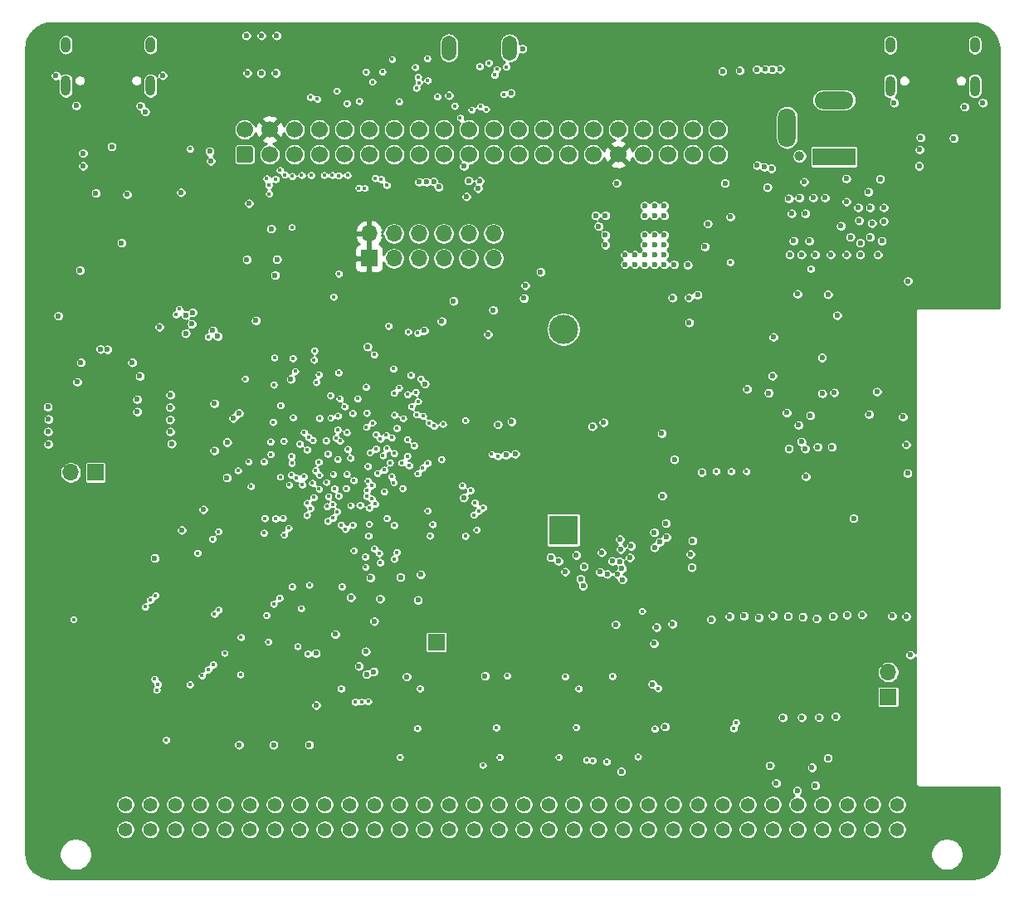
<source format=gbr>
%TF.GenerationSoftware,KiCad,Pcbnew,5.1.10-88a1d61d58~89~ubuntu20.04.1*%
%TF.CreationDate,2021-07-13T22:21:08+02:00*%
%TF.ProjectId,max80,6d617838-302e-46b6-9963-61645f706362,0.01*%
%TF.SameCoordinates,Original*%
%TF.FileFunction,Copper,L3,Inr*%
%TF.FilePolarity,Positive*%
%FSLAX46Y46*%
G04 Gerber Fmt 4.6, Leading zero omitted, Abs format (unit mm)*
G04 Created by KiCad (PCBNEW 5.1.10-88a1d61d58~89~ubuntu20.04.1) date 2021-07-13 22:21:08*
%MOMM*%
%LPD*%
G01*
G04 APERTURE LIST*
%TA.AperFunction,ComponentPad*%
%ADD10O,1.500000X2.550000*%
%TD*%
%TA.AperFunction,ComponentPad*%
%ADD11R,3.000000X3.000000*%
%TD*%
%TA.AperFunction,ComponentPad*%
%ADD12C,3.000000*%
%TD*%
%TA.AperFunction,ComponentPad*%
%ADD13O,1.700000X1.700000*%
%TD*%
%TA.AperFunction,ComponentPad*%
%ADD14R,1.700000X1.700000*%
%TD*%
%TA.AperFunction,ComponentPad*%
%ADD15C,1.700000*%
%TD*%
%TA.AperFunction,ComponentPad*%
%ADD16C,1.422400*%
%TD*%
%TA.AperFunction,ComponentPad*%
%ADD17O,1.000000X2.100000*%
%TD*%
%TA.AperFunction,ComponentPad*%
%ADD18O,1.000000X1.600000*%
%TD*%
%TA.AperFunction,ComponentPad*%
%ADD19R,4.400000X1.800000*%
%TD*%
%TA.AperFunction,ComponentPad*%
%ADD20O,4.000000X1.800000*%
%TD*%
%TA.AperFunction,ComponentPad*%
%ADD21O,1.800000X4.000000*%
%TD*%
%TA.AperFunction,ViaPad*%
%ADD22C,0.600000*%
%TD*%
%TA.AperFunction,ViaPad*%
%ADD23C,0.450000*%
%TD*%
%TA.AperFunction,ViaPad*%
%ADD24C,1.000000*%
%TD*%
%TA.AperFunction,Conductor*%
%ADD25C,0.254000*%
%TD*%
%TA.AperFunction,Conductor*%
%ADD26C,0.100000*%
%TD*%
G04 APERTURE END LIST*
D10*
%TO.N,Net-(J5-PadSH)*%
%TO.C,J5*%
X154695000Y-43390000D03*
X148495000Y-43390000D03*
%TD*%
D11*
%TO.N,Net-(BT1-Pad1)*%
%TO.C,BT1*%
X160170000Y-92570000D03*
D12*
%TO.N,GND*%
X160170000Y-72080000D03*
%TD*%
D13*
%TO.N,GND*%
%TO.C,J8*%
X153050000Y-62310000D03*
X153050000Y-64850000D03*
%TO.N,EXT_HF*%
X150510000Y-62310000D03*
%TO.N,EXT_HD*%
X150510000Y-64850000D03*
%TO.N,EXT_HH*%
X147970000Y-62310000D03*
%TO.N,EXT_HC*%
X147970000Y-64850000D03*
%TO.N,EXT_HG*%
X145430000Y-62310000D03*
%TO.N,EXT_HB*%
X145430000Y-64850000D03*
%TO.N,EXT_HE*%
X142890000Y-62310000D03*
%TO.N,EXT_HA*%
X142890000Y-64850000D03*
%TO.N,+3V3*%
X140350000Y-62310000D03*
D14*
X140350000Y-64850000D03*
%TD*%
%TO.N,GND*%
%TO.C,J6*%
X147220000Y-104020000D03*
%TD*%
D13*
%TO.N,/abc80bus/ABC_-12V*%
%TO.C,J7*%
X193320000Y-107080000D03*
D14*
%TO.N,/abc80bus/ABC_12V*%
X193320000Y-109620000D03*
%TD*%
D15*
%TO.N,N/C*%
%TO.C,J4*%
X175931100Y-51703600D03*
%TO.N,ESP32_TDI*%
X173391100Y-51703600D03*
%TO.N,ESP32_TDO*%
X170851100Y-51703600D03*
%TO.N,ESP32_TCK*%
X168311100Y-51703600D03*
%TO.N,ESP32_TMS*%
X165771100Y-51703600D03*
%TO.N,ESP32_IO0*%
X163231100Y-51703600D03*
%TO.N,ESP32_EN*%
X160691100Y-51703600D03*
%TO.N,ESP32_MISO*%
X158151100Y-51703600D03*
%TO.N,ESP32_SCK*%
X155611100Y-51703600D03*
%TO.N,ESP32_MOSI*%
X153071100Y-51703600D03*
%TO.N,ESP32_SDA*%
X150531100Y-51703600D03*
%TO.N,FPGA_GPIO5*%
X147991100Y-51703600D03*
%TO.N,FPGA_GPIO3*%
X145451100Y-51703600D03*
%TO.N,FPGA_GPIO1*%
X142911100Y-51703600D03*
%TO.N,/FPGA_SDA*%
X140371100Y-51703600D03*
%TO.N,GND*%
X137831100Y-51703600D03*
%TO.N,N/C*%
X135291100Y-51703600D03*
X132751100Y-51703600D03*
%TO.N,+3V3*%
X130211100Y-51703600D03*
%TO.N,GND*%
X127671100Y-51703600D03*
X175931100Y-54243600D03*
X173391100Y-54243600D03*
X170851100Y-54243600D03*
X168311100Y-54243600D03*
%TO.N,+3V3*%
X165771100Y-54243600D03*
%TO.N,ESP32_RXD*%
X163231100Y-54243600D03*
%TO.N,ESP32_TXD*%
X160691100Y-54243600D03*
%TO.N,ESP32_CS0*%
X158151100Y-54243600D03*
%TO.N,ESP32_CS1*%
X155611100Y-54243600D03*
%TO.N,ESP32_SCL*%
X153071100Y-54243600D03*
%TO.N,ESP32_CS2*%
X150531100Y-54243600D03*
%TO.N,FPGA_GPIO4*%
X147991100Y-54243600D03*
%TO.N,FPGA_GPIO2*%
X145451100Y-54243600D03*
%TO.N,FPGA_GPIO0*%
X142911100Y-54243600D03*
%TO.N,/FPGA_SCL*%
X140371100Y-54243600D03*
%TO.N,FPGA_TDI*%
X137831100Y-54243600D03*
%TO.N,FPGA_JTAGEN*%
X135291100Y-54243600D03*
%TO.N,FPGA_TMS*%
X132751100Y-54243600D03*
%TO.N,FPGA_TDO*%
X130211100Y-54243600D03*
%TO.N,FPGA_TCK*%
%TA.AperFunction,ComponentPad*%
G36*
G01*
X128271100Y-55093600D02*
X127071100Y-55093600D01*
G75*
G02*
X126821100Y-54843600I0J250000D01*
G01*
X126821100Y-53643600D01*
G75*
G02*
X127071100Y-53393600I250000J0D01*
G01*
X128271100Y-53393600D01*
G75*
G02*
X128521100Y-53643600I0J-250000D01*
G01*
X128521100Y-54843600D01*
G75*
G02*
X128271100Y-55093600I-250000J0D01*
G01*
G37*
%TD.AperFunction*%
%TD*%
D13*
%TO.N,Net-(D28-Pad2)*%
%TO.C,J1*%
X109905000Y-86695000D03*
D14*
%TO.N,/abc80bus/ABC5V*%
X112445000Y-86695000D03*
%TD*%
D16*
%TO.N,/abc80bus/ABC_12V*%
%TO.C,X1*%
X115501100Y-120593600D03*
%TO.N,/abc80bus/ABC5V*%
X118041100Y-120593600D03*
%TO.N,N/C*%
X120581100Y-120593600D03*
%TO.N,/abc80bus/A0*%
X123121100Y-120593600D03*
%TO.N,/abc80bus/A1*%
X125661100Y-120593600D03*
%TO.N,/abc80bus/A2*%
X128201100Y-120593600D03*
%TO.N,/abc80bus/A3*%
X130741100Y-120593600D03*
%TO.N,/abc80bus/A4*%
X133281100Y-120593600D03*
%TO.N,/abc80bus/A5*%
X135821100Y-120593600D03*
%TO.N,/abc80bus/A6*%
X138361100Y-120593600D03*
%TO.N,/abc80bus/A7*%
X140901100Y-120593600D03*
%TO.N,/abc80bus/A8*%
X143441100Y-120593600D03*
%TO.N,/abc80bus/A9*%
X145981100Y-120593600D03*
%TO.N,/abc80bus/A10*%
X148521100Y-120593600D03*
%TO.N,/abc80bus/A11*%
X151061100Y-120593600D03*
%TO.N,/abc80bus/A12*%
X153601100Y-120593600D03*
%TO.N,/abc80bus/A13*%
X156141100Y-120593600D03*
%TO.N,/abc80bus/A14*%
X158681100Y-120593600D03*
%TO.N,/abc80bus/A15*%
X161221100Y-120593600D03*
%TO.N,/abc80bus/~INT*%
X163761100Y-120593600D03*
%TO.N,N/C*%
X166301100Y-120593600D03*
X168841100Y-120593600D03*
X171381100Y-120593600D03*
X173921100Y-120593600D03*
X176461100Y-120593600D03*
X179001100Y-120593600D03*
X181541100Y-120593600D03*
%TO.N,ABC_CLK_5*%
X184081100Y-120593600D03*
%TO.N,/abc80bus/~XMEMFL*%
X186621100Y-120593600D03*
%TO.N,/abc80bus/~XMEMW800*%
X189161100Y-120593600D03*
%TO.N,GND*%
X191701100Y-120593600D03*
%TO.N,/abc80bus/ABC_-12V*%
X194241100Y-120593600D03*
%TO.N,/abc80bus/ABC_12V*%
X115501100Y-123133600D03*
%TO.N,/abc80bus/ABC5V*%
X118041100Y-123133600D03*
%TO.N,/abc80bus/READY*%
X120581100Y-123133600D03*
%TO.N,N/C*%
X123121100Y-123133600D03*
%TO.N,/abc80bus/~XM*%
X125661100Y-123133600D03*
%TO.N,/abc80bus/~XOUTSTB*%
X128201100Y-123133600D03*
%TO.N,/abc80bus/~XINPSTB*%
X130741100Y-123133600D03*
%TO.N,N/C*%
X133281100Y-123133600D03*
%TO.N,/abc80bus/~NMI*%
X135821100Y-123133600D03*
%TO.N,/abc80bus/~CS*%
X138361100Y-123133600D03*
%TO.N,/abc80bus/~OUT*%
X140901100Y-123133600D03*
%TO.N,/abc80bus/~C1*%
X143441100Y-123133600D03*
%TO.N,/abc80bus/~C2*%
X145981100Y-123133600D03*
%TO.N,/abc80bus/~C3*%
X148521100Y-123133600D03*
%TO.N,/abc80bus/~C4*%
X151061100Y-123133600D03*
%TO.N,/abc80bus/~INP*%
X153601100Y-123133600D03*
%TO.N,/abc80bus/~STATUS*%
X156141100Y-123133600D03*
%TO.N,/abc80bus/~RST*%
X158681100Y-123133600D03*
%TO.N,N/C*%
X161221100Y-123133600D03*
%TO.N,/abc80bus/D0*%
X163761100Y-123133600D03*
%TO.N,/abc80bus/D1*%
X166301100Y-123133600D03*
%TO.N,/abc80bus/D2*%
X168841100Y-123133600D03*
%TO.N,/abc80bus/D3*%
X171381100Y-123133600D03*
%TO.N,/abc80bus/D4*%
X173921100Y-123133600D03*
%TO.N,/abc80bus/D5*%
X176461100Y-123133600D03*
%TO.N,/abc80bus/D6*%
X179001100Y-123133600D03*
%TO.N,/abc80bus/D7*%
X181541100Y-123133600D03*
%TO.N,/abc80bus/~XMEMW80*%
X184081100Y-123133600D03*
%TO.N,GND*%
X186621100Y-123133600D03*
%TO.N,/abc80bus/~RESIN*%
X189161100Y-123133600D03*
%TO.N,GND*%
X191701100Y-123133600D03*
%TO.N,/abc80bus/ABC_-12V*%
X194241100Y-123133600D03*
%TD*%
D17*
%TO.N,Net-(USB2-Pad13)*%
%TO.C,USB2*%
X202181100Y-47253600D03*
X193541100Y-47253600D03*
D18*
X202181100Y-43073600D03*
X193541100Y-43073600D03*
%TD*%
D17*
%TO.N,Net-(USB1-Pad13)*%
%TO.C,USB1*%
X118051100Y-47233600D03*
X109411100Y-47233600D03*
D18*
X118051100Y-43053600D03*
X109411100Y-43053600D03*
%TD*%
D19*
%TO.N,Net-(D25-Pad2)*%
%TO.C,J2*%
X187796100Y-54493600D03*
D20*
%TO.N,GND*%
X187796100Y-48693600D03*
D21*
X182996100Y-51493600D03*
%TD*%
D22*
%TO.N,GND*%
X118490000Y-95430000D03*
D23*
X110200000Y-101710000D03*
X130080000Y-103980000D03*
X134260000Y-98190000D03*
X133420000Y-100570000D03*
X159720000Y-115750000D03*
X145280000Y-112810000D03*
X153340000Y-112730000D03*
X154460000Y-107450000D03*
X161490000Y-112710000D03*
X143490000Y-115760000D03*
X167780000Y-115720000D03*
X177560000Y-112820000D03*
X153700000Y-115750000D03*
X127220000Y-107330000D03*
D22*
X108400000Y-46200000D03*
X110480000Y-49280000D03*
X119290000Y-46190000D03*
X118960000Y-71860000D03*
X108650000Y-70710000D03*
D23*
X136141584Y-84795469D03*
X132605932Y-81098027D03*
X138802107Y-87517893D03*
X138080000Y-86870000D03*
X137390000Y-83490000D03*
D22*
X194820000Y-81020000D03*
X195150000Y-83860000D03*
X195290000Y-86770000D03*
X195180000Y-101400000D03*
X195580000Y-105330000D03*
X120210000Y-83760000D03*
X120050000Y-80050000D03*
X120050000Y-81310000D03*
X120070000Y-82540000D03*
D23*
X147738648Y-85362850D03*
X134901080Y-86506680D03*
D22*
X143560000Y-97390000D03*
X171308326Y-102156003D03*
X171310000Y-68870000D03*
X172980000Y-68870000D03*
X185370000Y-80870000D03*
X184170000Y-81870000D03*
X182970000Y-80610000D03*
X186590000Y-78650000D03*
X186580000Y-74980000D03*
X189050000Y-56720000D03*
X201110000Y-49380000D03*
X202970000Y-48970000D03*
X196530000Y-53760000D03*
X196490000Y-55420000D03*
X192180000Y-78460000D03*
X178930000Y-78190000D03*
X181620000Y-72880000D03*
X184760000Y-57040000D03*
X187180000Y-68540000D03*
X184070000Y-68480000D03*
X189800000Y-91370000D03*
X123460000Y-90480000D03*
X121240000Y-92580000D03*
D23*
X136964907Y-83184907D03*
X136442445Y-81128544D03*
D22*
X140200000Y-73860000D03*
D23*
X138468554Y-85221446D03*
X137570000Y-98350000D03*
D22*
X138501239Y-99451239D03*
D23*
X129720000Y-91380000D03*
X137144575Y-85351836D03*
X138178303Y-84316750D03*
X140362326Y-90316288D03*
X137255798Y-89089931D03*
X131330000Y-79850000D03*
X128063388Y-85600010D03*
X125611407Y-105140678D03*
X144936858Y-83961034D03*
D22*
X186260000Y-111690000D03*
D23*
X143650635Y-85714279D03*
X134605843Y-83417214D03*
X138681521Y-92063841D03*
X127710000Y-77150000D03*
X140289951Y-93165270D03*
X136079481Y-90166930D03*
D22*
X134245000Y-114494990D03*
D23*
X119651794Y-114001794D03*
D22*
X130620000Y-114494990D03*
X127095000Y-114494990D03*
D23*
X134183019Y-83103019D03*
X149650000Y-50500013D03*
X152290000Y-49630000D03*
X152569687Y-44909415D03*
X132438146Y-85055962D03*
X137235133Y-76515380D03*
D22*
X114095090Y-53448511D03*
X191366622Y-80766622D03*
X173870000Y-68585010D03*
X189070000Y-59070000D03*
X115101100Y-63270000D03*
D23*
X140081910Y-82071073D03*
X137870000Y-79990000D03*
X141058301Y-82834357D03*
X142901794Y-78601794D03*
X139186742Y-79169089D03*
D22*
X111170000Y-55420000D03*
X130920000Y-42120000D03*
X129370000Y-42120000D03*
X127830000Y-42120000D03*
X174620000Y-63670000D03*
X172870000Y-65520000D03*
D23*
X185420000Y-65920000D03*
X177195000Y-65245000D03*
D22*
X174920000Y-61320000D03*
X176670000Y-57170000D03*
X165620000Y-57170000D03*
X107654008Y-81266000D03*
X107576014Y-79995998D03*
X107604000Y-82536000D03*
X107633997Y-83806003D03*
D23*
X134981886Y-77492137D03*
X137489776Y-92060155D03*
D22*
X125878761Y-83621239D03*
D23*
X133536642Y-87952757D03*
X131284733Y-87155522D03*
D22*
X112480000Y-58190000D03*
X115670000Y-58330000D03*
X117511102Y-49878898D03*
X117030000Y-49300000D03*
X120090000Y-78780000D03*
D23*
X161750000Y-108770000D03*
X169840000Y-108740000D03*
X145560000Y-108750000D03*
X137510000Y-108770000D03*
X177790000Y-112210000D03*
D22*
X182570000Y-111700000D03*
X173020000Y-71410000D03*
X181000000Y-57600000D03*
X193919999Y-48970001D03*
X127890000Y-64970000D03*
D23*
X130629998Y-77740000D03*
X134780000Y-74270000D03*
X154090000Y-48100010D03*
D22*
X134957966Y-110453578D03*
D23*
X169510000Y-112860000D03*
D22*
X128810000Y-71200000D03*
D23*
X149859236Y-88050775D03*
X150695295Y-88534108D03*
X142876823Y-87733721D03*
X142654244Y-83148647D03*
X138810000Y-94670000D03*
D24*
%TO.N,+5V*%
X184270000Y-54410000D03*
D22*
X113660000Y-74140000D03*
X112950000Y-74110000D03*
X128105008Y-59245008D03*
X191296000Y-58070000D03*
D23*
X146340000Y-46690000D03*
X140030000Y-45820000D03*
D22*
%TO.N,Net-(R7-Pad1)*%
X110870000Y-66070000D03*
X111170000Y-54120000D03*
%TO.N,Net-(BT1-Pad1)*%
X116690000Y-79250000D03*
X161932299Y-97556251D03*
D23*
%TO.N,/A2*%
X130325000Y-84845000D03*
X126979266Y-86508412D03*
%TO.N,/IO3*%
X122860000Y-94940000D03*
X132208411Y-87958538D03*
%TO.N,/A11*%
X122070000Y-108350000D03*
X134036673Y-89824917D03*
%TO.N,/IO9*%
X127288181Y-103508181D03*
X136194999Y-89145001D03*
%TO.N,/A6*%
X134406699Y-90351978D03*
X134005118Y-91059089D03*
%TO.N,/A5*%
X130810000Y-91400000D03*
X134712232Y-89243292D03*
D22*
%TO.N,/A10*%
X125853113Y-87219963D03*
D23*
X129635000Y-85600010D03*
%TO.N,/IO12*%
X129896767Y-101275743D03*
X136628747Y-89925432D03*
%TO.N,/IO13*%
X137117895Y-90704173D03*
X130618170Y-100116753D03*
%TO.N,/IO14*%
X131222779Y-99512142D03*
X136139194Y-91668640D03*
%TO.N,/IO15*%
X132500076Y-98351794D03*
X136669491Y-91344059D03*
%TO.N,/IO1*%
X125000000Y-92720000D03*
X132427814Y-86946245D03*
%TO.N,/IO2*%
X124380000Y-93490000D03*
X132940736Y-87257578D03*
D22*
%TO.N,/32KHZ*%
X110961012Y-75484369D03*
D23*
X130293794Y-83556206D03*
D22*
X170270000Y-89080000D03*
X162197171Y-98261514D03*
X116700000Y-80500000D03*
X116194369Y-75484369D03*
X161496413Y-95136414D03*
%TO.N,/RTC_INT*%
X110580000Y-77470000D03*
X116970000Y-76870000D03*
D23*
%TO.N,/SD_DAT1*%
X133720000Y-82620000D03*
%TO.N,/SD_DAT3*%
X130570000Y-81560000D03*
D22*
%TO.N,/SD_CMD*%
X124924968Y-72806155D03*
%TO.N,/SD_CLK*%
X124399958Y-72220000D03*
D23*
%TO.N,/SD_DAT0*%
X123949957Y-72871173D03*
D22*
%TO.N,FPGA_TDI*%
X169999258Y-93816229D03*
X160354552Y-96835448D03*
X146959206Y-57019043D03*
X151462645Y-57718887D03*
D23*
X140644523Y-89401426D03*
D22*
X145341251Y-99722174D03*
D23*
X143190000Y-94850000D03*
D22*
%TO.N,FPGA_TMS*%
X169449140Y-92807131D03*
D23*
X140648950Y-88004654D03*
D22*
X146210638Y-57065576D03*
X159690000Y-95744979D03*
X151632486Y-56949365D03*
%TO.N,FPGA_TDO*%
X170640000Y-91880000D03*
X158898654Y-95345010D03*
X145460651Y-57059508D03*
X150514000Y-56912000D03*
D23*
X141884116Y-88636997D03*
D22*
%TO.N,FPGA_TCK*%
X170700000Y-93310000D03*
X147462635Y-57574990D03*
X150295021Y-58550829D03*
X157853123Y-66242967D03*
X156295065Y-67620000D03*
D23*
X140971786Y-89904331D03*
X142930000Y-95520000D03*
D22*
X162275695Y-96300889D03*
D23*
%TO.N,ABC_CLK_5*%
X164600000Y-116230000D03*
D22*
%TO.N,/FPGA_SCL*%
X183190000Y-84270000D03*
X124201619Y-54911628D03*
X127071357Y-80642126D03*
X163137495Y-81997495D03*
%TO.N,/FPGA_SDA*%
X124090000Y-53940000D03*
X184850000Y-84280000D03*
X126495010Y-81167136D03*
X164279491Y-81597977D03*
D23*
%TO.N,FPGA_SPI_CLK*%
X144253122Y-83329990D03*
X175771100Y-86571100D03*
%TO.N,FGPA_SPI_CS_ESP32*%
X177300000Y-86590000D03*
X142108308Y-82893764D03*
%TO.N,INT_ESP32*%
X143197506Y-82172232D03*
X178850000Y-86590000D03*
D22*
%TO.N,ESP32_TDO*%
X183110000Y-101370000D03*
X165922013Y-95793503D03*
%TO.N,ESP32_TCK*%
X181550000Y-101310000D03*
X166163155Y-96504010D03*
%TO.N,ESP32_TMS*%
X186030000Y-101610000D03*
X166980008Y-95389557D03*
%TO.N,ESP32_IO0*%
X170224075Y-82715925D03*
D23*
X141076194Y-84293546D03*
D22*
%TO.N,ESP32_RXD*%
X189120000Y-101240000D03*
X167080403Y-94203667D03*
%TO.N,ESP32_TXD*%
X187690000Y-101370000D03*
X166037557Y-94542112D03*
%TO.N,ESP32_EN*%
X193720000Y-101350000D03*
X165950052Y-93521789D03*
%TO.N,/ESP32/USB_D-*%
X173140000Y-95050000D03*
X196620000Y-52510000D03*
%TO.N,/ESP32/USB_D+*%
X200010000Y-52590000D03*
X173290000Y-96380000D03*
%TO.N,ESP32_TDI*%
X184610000Y-101440000D03*
X165173909Y-95740038D03*
%TO.N,Net-(D1-Pad2)*%
X184470000Y-83570000D03*
X179950000Y-55360010D03*
X180760000Y-45550000D03*
%TO.N,Net-(D1-Pad1)*%
X179920000Y-45560000D03*
%TO.N,Net-(D2-Pad2)*%
X181510000Y-45560000D03*
X186120000Y-84095000D03*
X180676453Y-55546512D03*
%TO.N,Net-(D2-Pad1)*%
X178180000Y-45680000D03*
%TO.N,Net-(D3-Pad2)*%
X187570000Y-84095000D03*
X181414764Y-55678476D03*
X182290000Y-45530000D03*
%TO.N,Net-(D3-Pad1)*%
X176420000Y-45760000D03*
%TO.N,ESP32_SCL*%
X169477147Y-94354669D03*
X173360000Y-93660000D03*
%TO.N,ESP32_SDA*%
X169692547Y-102499066D03*
D23*
X168210000Y-100860000D03*
D22*
X150033316Y-55444534D03*
%TO.N,ESP32_CS0*%
X180120000Y-101510000D03*
X165692384Y-97087871D03*
%TO.N,ESP32_MISO*%
X178610000Y-101350000D03*
X166210412Y-97630241D03*
%TO.N,ESP32_SCK*%
X177150000Y-101400000D03*
X164642364Y-97074181D03*
%TO.N,ESP32_MOSI*%
X175254525Y-101695032D03*
X163921680Y-96866499D03*
%TO.N,ESP32_CS1*%
X190660000Y-101220000D03*
X164087504Y-94869449D03*
D23*
%TO.N,/FPGA_USB_RXD*%
X120670044Y-70579689D03*
X133285086Y-83794133D03*
%TO.N,/abc80bus/~XINPSTB*%
X163160000Y-116100000D03*
%TO.N,/abc80bus/~XOUTSTB*%
X162530000Y-116040000D03*
X151950000Y-116570000D03*
%TO.N,AD0*%
X138950000Y-110120000D03*
X118478243Y-107787339D03*
X124586097Y-101150315D03*
X132137551Y-92365181D03*
%TO.N,AD1*%
X139580000Y-110100000D03*
X118790000Y-108300000D03*
X125010370Y-100726042D03*
X131687541Y-93058871D03*
%TO.N,AD2*%
X129620000Y-92870000D03*
X131554616Y-91354616D03*
X118680000Y-108910000D03*
X140265000Y-110064998D03*
%TO.N,AD4*%
X140111177Y-89126550D03*
X141389955Y-94950118D03*
%TO.N,AD5*%
X140350359Y-91966207D03*
X141500034Y-95900000D03*
D22*
%TO.N,/FPGA_LED1*%
X130770000Y-66570000D03*
D23*
X137270000Y-66420009D03*
%TO.N,/FPGA_LED2*%
X129917702Y-56702298D03*
X139307935Y-57668674D03*
%TO.N,/FPGA_LED3*%
X139910000Y-57690000D03*
X130117322Y-57372494D03*
D22*
%TO.N,Net-(D17-Pad2)*%
X127950000Y-45940000D03*
%TO.N,Net-(D22-Pad2)*%
X129350000Y-45950000D03*
%TO.N,Net-(D23-Pad2)*%
X130840000Y-45940000D03*
D23*
%TO.N,FPGA_GPIO2*%
X146984061Y-81954925D03*
X144682300Y-79958391D03*
%TO.N,FPGA_GPIO0*%
X145345988Y-79450656D03*
X140441015Y-84680465D03*
%TO.N,FPGA_GPIO5*%
X143830000Y-81179999D03*
X145193341Y-80781325D03*
%TO.N,FPGA_GPIO4*%
X146475012Y-81637304D03*
X145862188Y-80947714D03*
D22*
%TO.N,Net-(C38-Pad2)*%
X181130000Y-78580000D03*
X188114975Y-70674975D03*
%TO.N,Net-(C38-Pad1)*%
X187810000Y-78550000D03*
X181510000Y-76840000D03*
%TO.N,Net-(D26-Pad2)*%
X195344979Y-67169998D03*
X192510001Y-56760000D03*
D23*
%TO.N,/DQMH*%
X135260000Y-88390000D03*
X124446042Y-106306042D03*
%TO.N,/CLK*%
X123946041Y-106806041D03*
X137942236Y-92473309D03*
%TO.N,/CKE*%
X136010000Y-87700000D03*
X123316045Y-107436036D03*
%TO.N,/DQML*%
X118580000Y-99250000D03*
X133699592Y-87121972D03*
D22*
%TO.N,/FPGA_USB_RTS*%
X122350004Y-70370004D03*
X122270000Y-71550000D03*
%TO.N,/FPGA_USB_CTS*%
X121650000Y-72500000D03*
X121645045Y-70650000D03*
D23*
%TO.N,/WE#*%
X118030000Y-99720000D03*
X135274831Y-86976067D03*
%TO.N,/CAS#*%
X117500000Y-100410000D03*
X134569552Y-87778034D03*
%TO.N,/CS#*%
X128309796Y-88119990D03*
X132470000Y-85770000D03*
%TO.N,+3V3*%
X123190000Y-91130000D03*
D22*
X110043000Y-104253000D03*
D23*
X131770000Y-102250000D03*
X145240000Y-115180000D03*
X153360000Y-115200000D03*
X161450000Y-115160000D03*
X177580000Y-115140000D03*
X169510000Y-115180000D03*
X128820000Y-105750000D03*
D22*
X110710000Y-76200002D03*
X118560000Y-68410000D03*
X139220000Y-100120000D03*
X193771100Y-83588900D03*
X193771100Y-84198900D03*
X192176400Y-82743600D03*
X190510000Y-80960000D03*
D23*
X173700000Y-104400000D03*
X173700000Y-104400000D03*
X138100000Y-96700000D03*
D22*
X169730000Y-101750000D03*
D23*
X141489692Y-98427697D03*
D22*
X181930000Y-80580000D03*
X172770000Y-70090000D03*
X172640000Y-77830000D03*
X116955010Y-97040000D03*
X126030000Y-89960000D03*
D23*
X127080000Y-85190000D03*
X132490000Y-82640000D03*
X138090000Y-74440000D03*
X141000000Y-91230000D03*
X145520000Y-84680962D03*
X149018462Y-86012050D03*
X139565665Y-92580584D03*
X138792915Y-90580795D03*
X135124019Y-83114712D03*
X127110000Y-72740000D03*
D22*
X127245000Y-109995000D03*
X135195000Y-106745000D03*
X160270000Y-97845000D03*
X144685354Y-98125601D03*
X189670000Y-104545000D03*
X129120000Y-111004990D03*
X132649989Y-72470000D03*
D23*
X132070000Y-83909990D03*
D22*
X193846622Y-68433378D03*
X175653761Y-69483761D03*
D23*
X142184883Y-81159600D03*
X139030958Y-78096059D03*
D22*
X168508750Y-56981250D03*
X172820000Y-57220000D03*
X170570000Y-56920000D03*
X131286881Y-75304148D03*
X149770000Y-66670000D03*
D23*
X130247607Y-86137607D03*
X132818306Y-88651067D03*
D22*
X118010000Y-58130000D03*
X117850000Y-55960000D03*
X117550000Y-53790000D03*
X113159999Y-63359999D03*
X108610000Y-73610000D03*
X120270000Y-93840000D03*
X171490002Y-80270002D03*
X180900000Y-65970000D03*
X177775000Y-67205000D03*
X127930000Y-64000000D03*
X127000000Y-69590000D03*
X127040000Y-67830000D03*
X122044967Y-74920000D03*
D23*
X122119957Y-73516934D03*
D22*
X128570000Y-78450000D03*
D23*
X129960000Y-73790000D03*
D22*
X146196004Y-60500000D03*
X133495992Y-109236000D03*
X135113451Y-109719860D03*
X144790000Y-103350000D03*
X147020000Y-101540000D03*
D23*
X137273528Y-93313528D03*
X144507475Y-87347808D03*
D22*
X145100778Y-98739224D03*
D23*
X143515487Y-82683074D03*
%TO.N,+2V5*%
X135280000Y-81160000D03*
X138474160Y-90072455D03*
X134038975Y-84385177D03*
X137158000Y-80926043D03*
X136419776Y-78846750D03*
D22*
X183180000Y-58750000D03*
X184270000Y-58670000D03*
X185670000Y-58670000D03*
X186870000Y-58670000D03*
X183270000Y-64470000D03*
X184470000Y-64470000D03*
X185870000Y-64470000D03*
X187470000Y-64470000D03*
X189070000Y-64470000D03*
X190470000Y-64470000D03*
X192270000Y-64470000D03*
X192670000Y-63070000D03*
X191470000Y-62670000D03*
X189470000Y-62670000D03*
X183670000Y-63070000D03*
X185270000Y-63070000D03*
X183470000Y-60270000D03*
X184870000Y-60270000D03*
X190270000Y-59670000D03*
X191470000Y-59670000D03*
X192870000Y-59670000D03*
X192870000Y-61070000D03*
X191670000Y-61270000D03*
X190350000Y-60990000D03*
X190470000Y-63270000D03*
X177220000Y-60620000D03*
X124570000Y-79670000D03*
X124570000Y-84470000D03*
X152480000Y-72610000D03*
X153019989Y-70119989D03*
X155270000Y-84810000D03*
X154899999Y-81509999D03*
X188500000Y-61540000D03*
D23*
X141916567Y-86436351D03*
%TO.N,+1V2*%
X135960000Y-83450000D03*
X135220000Y-85630000D03*
X136700000Y-86860000D03*
X138010000Y-88320000D03*
X140238122Y-87567349D03*
X144440000Y-86000000D03*
X136828442Y-88367093D03*
X138077597Y-82614103D03*
X137153393Y-82347004D03*
X138670373Y-80667568D03*
D22*
X163770000Y-61570000D03*
X168470000Y-59470000D03*
X169470000Y-59470000D03*
X170470000Y-59470000D03*
X168470000Y-60470000D03*
X169470000Y-60470000D03*
X170470000Y-60470000D03*
X168470000Y-62470000D03*
X169470000Y-62470000D03*
X170470000Y-62470000D03*
X170470000Y-63470000D03*
X169470000Y-63470000D03*
X168470000Y-63470000D03*
X168470000Y-64470000D03*
X169470000Y-64470000D03*
X170470000Y-64470000D03*
X170470000Y-65470000D03*
X171470000Y-65470000D03*
X169470000Y-65470000D03*
X168470000Y-65470000D03*
X167470000Y-65470000D03*
X167470000Y-64470000D03*
X166470000Y-64470000D03*
X164470000Y-63470000D03*
X163470000Y-60470000D03*
X164470000Y-60470000D03*
X164470000Y-62470000D03*
X166470000Y-65470000D03*
X147770000Y-71270000D03*
X154330000Y-84920000D03*
X153495000Y-81805000D03*
X148970000Y-69199979D03*
D23*
X142490402Y-85707758D03*
X140239990Y-86070010D03*
%TO.N,Net-(R13-Pad1)*%
X139450000Y-90040000D03*
X140000000Y-96350000D03*
D22*
%TO.N,Net-(R37-Pad2)*%
X145621892Y-97118913D03*
D23*
X140149047Y-88527734D03*
D22*
%TO.N,DATA0*%
X141485010Y-99593371D03*
D23*
X142184871Y-91364614D03*
%TO.N,~C2_ABC_3V3*%
X146580345Y-93159655D03*
X141205847Y-86777986D03*
%TO.N,AD10*%
X142650102Y-87123853D03*
X146849820Y-91996893D03*
%TO.N,~C3_ABC_3V3*%
X146343207Y-90606795D03*
X143780575Y-88329886D03*
%TO.N,DLCK*%
X142909990Y-92090927D03*
X134120986Y-105210988D03*
%TO.N,ASD0*%
X133060000Y-104440000D03*
X139972809Y-95297585D03*
D22*
%TO.N,nCE0*%
X140880000Y-101890000D03*
D23*
X140877223Y-94475306D03*
%TO.N,DD0*%
X146344084Y-85737846D03*
X151522618Y-90660217D03*
%TO.N,DD1*%
X142910185Y-84744558D03*
X151999134Y-90295599D03*
%TO.N,DD2*%
X144254569Y-85015797D03*
X151151641Y-89787731D03*
%TO.N,~XOUTSTB_ABC_3V3*%
X150180456Y-93176330D03*
X141779659Y-84986753D03*
%TO.N,~XMEMFL_ABC_3V3*%
X145843206Y-86216794D03*
X151049953Y-91029815D03*
%TO.N,~XINPSTB_ABC_3V3*%
X150170000Y-81390000D03*
X153500000Y-85049998D03*
X142836068Y-76118962D03*
X151340000Y-92550492D03*
D22*
%TO.N,ABC_CLK_3V3*%
X165521232Y-102208768D03*
D23*
X165180000Y-107500000D03*
D22*
%TO.N,FPGA_SPI_MOSI*%
X174300000Y-86680000D03*
D23*
X141511092Y-83289043D03*
D22*
%TO.N,FPGA_SPI_MISO*%
X171507874Y-85371746D03*
D23*
X142150000Y-84240000D03*
%TO.N,/SD_DAT2*%
X120970054Y-70011689D03*
X131640092Y-83491429D03*
D22*
X121160000Y-58120000D03*
D23*
%TO.N,CLK0n*%
X130695010Y-74979601D03*
X134745046Y-75220000D03*
D22*
%TO.N,Net-(J5-PadSH)*%
X148500000Y-48220011D03*
X156020000Y-43470000D03*
X154830000Y-47980000D03*
D23*
%TO.N,HDMI_CK-*%
X133470000Y-56369979D03*
%TO.N,HDMI_D0+*%
X136600012Y-56369979D03*
%TO.N,HDMI_D1-*%
X137275853Y-56402200D03*
X142710000Y-44530000D03*
X141713919Y-45808332D03*
%TO.N,HDMI_D2+*%
X141581273Y-56784028D03*
%TO.N,HDMI_CK+*%
X134440000Y-56369979D03*
%TO.N,HDMI_D0-*%
X135770000Y-56369979D03*
%TO.N,HDMI_D1+*%
X138157420Y-56368633D03*
%TO.N,HDMI_D2-*%
X140992465Y-56668644D03*
%TO.N,HDMI_SDA*%
X135243368Y-76707438D03*
X147320000Y-48340000D03*
X131269990Y-55863413D03*
X132820010Y-76370000D03*
X134370000Y-48405021D03*
%TO.N,HDMI_HPD*%
X142168184Y-57387885D03*
D22*
X130370000Y-61820000D03*
D23*
X132520000Y-56470000D03*
X132470000Y-61670000D03*
%TO.N,HDMI_SCL*%
X149089996Y-49300004D03*
X132579948Y-75049762D03*
X131770000Y-56320000D03*
D22*
X132370000Y-77170000D03*
D23*
X135087782Y-48605806D03*
%TO.N,FPGA_JTAGEN*%
X152870000Y-84840000D03*
X130821618Y-56774377D03*
D22*
X156150066Y-68925972D03*
D23*
X145318836Y-86816455D03*
D22*
X130959998Y-64949998D03*
%TO.N,FLASH_CS#*%
X184920000Y-87110000D03*
X150018318Y-89270551D03*
%TO.N,/abc80bus/~INT*%
X185539998Y-116809998D03*
%TO.N,/abc80bus/~XMEMW800*%
X166080000Y-117220000D03*
X184040000Y-119170000D03*
%TO.N,/abc80bus/~XMEMW80*%
X181890000Y-118400000D03*
X185880000Y-118630000D03*
X187170000Y-115844990D03*
X170545000Y-112620000D03*
X181260000Y-116605000D03*
%TO.N,INT_ABC_3V3*%
X140114495Y-107295863D03*
X184500000Y-111700000D03*
%TO.N,INT800_ABC_3V3*%
X187960000Y-111600000D03*
X140820000Y-107030000D03*
%TO.N,XM_ABC_3V3*%
X134922698Y-105152291D03*
X140020000Y-104970000D03*
%TO.N,AD16*%
X144190000Y-107540000D03*
X152180000Y-107460000D03*
D23*
X160370000Y-107530000D03*
D22*
X136913761Y-103216240D03*
X139314106Y-106470022D03*
X140505010Y-97435986D03*
%TO.N,DD10*%
X169433486Y-104146514D03*
D23*
X147890000Y-81765718D03*
X145114737Y-78506709D03*
D22*
X169260000Y-108300000D03*
D23*
%TO.N,/FPGA_USB_DTR*%
X122080000Y-53680000D03*
X136729957Y-68780000D03*
%TO.N,Net-(C75-Pad1)*%
X153169988Y-46151512D03*
X145180000Y-47459990D03*
%TO.N,Net-(C76-Pad1)*%
X153393923Y-45536643D03*
X145437200Y-46917899D03*
%TO.N,Net-(C77-Pad1)*%
X154350000Y-45310000D03*
X145070885Y-45347186D03*
%TO.N,Net-(C78-Pad1)*%
X151650000Y-45260000D03*
X146290000Y-44440000D03*
%TO.N,Net-(C80-Pad1)*%
X151708206Y-49348206D03*
X139350000Y-48810010D03*
%TO.N,Net-(C81-Pad1)*%
X138090000Y-49040000D03*
X150830000Y-49700000D03*
%TO.N,Net-(C82-Pad1)*%
X140694829Y-46842875D03*
X145349808Y-46324285D03*
%TO.N,Net-(J5-Pad19)*%
X143419947Y-48850000D03*
X130170000Y-58270000D03*
X137047097Y-47769990D03*
%TO.N,EXT_HB*%
X140692234Y-81635074D03*
X140120000Y-80620000D03*
X144328567Y-72346136D03*
X143407355Y-78070008D03*
X144620000Y-76770000D03*
%TO.N,EXT_HE*%
X140870000Y-74670000D03*
X140048416Y-77976546D03*
D22*
%TO.N,EXT_HC*%
X145973815Y-72221193D03*
X146049058Y-77658439D03*
D23*
%TO.N,EXT_HA*%
X137370000Y-79170000D03*
X142351274Y-71751274D03*
%TO.N,EXT_HH*%
X142949360Y-80833420D03*
X145307504Y-72477413D03*
X144290000Y-78730000D03*
X145615073Y-77141431D03*
%TD*%
D25*
%TO.N,+3V3*%
X202485103Y-40877687D02*
X202979527Y-41026961D01*
X203435549Y-41269432D01*
X203835780Y-41595852D01*
X204164994Y-41993803D01*
X204410637Y-42448113D01*
X204563362Y-42941485D01*
X204619091Y-43471717D01*
X204619101Y-43474540D01*
X204619100Y-69868000D01*
X196487277Y-69868000D01*
X196469990Y-69866298D01*
X196452711Y-69868000D01*
X196452708Y-69868000D01*
X196400996Y-69873093D01*
X196400991Y-69873095D01*
X196400987Y-69873095D01*
X196376763Y-69880444D01*
X196334644Y-69893221D01*
X196334639Y-69893224D01*
X196334635Y-69893225D01*
X196315077Y-69903680D01*
X196273493Y-69925907D01*
X196273487Y-69925912D01*
X196273485Y-69925913D01*
X196262742Y-69934730D01*
X196219894Y-69969894D01*
X196175907Y-70023493D01*
X196143221Y-70084644D01*
X196123093Y-70150996D01*
X196116297Y-70220000D01*
X196118001Y-70237302D01*
X196119004Y-105123498D01*
X196091331Y-105056688D01*
X196028185Y-104962184D01*
X195947816Y-104881815D01*
X195853312Y-104818669D01*
X195748305Y-104775174D01*
X195636830Y-104753000D01*
X195523170Y-104753000D01*
X195411695Y-104775174D01*
X195306688Y-104818669D01*
X195212184Y-104881815D01*
X195131815Y-104962184D01*
X195068669Y-105056688D01*
X195025174Y-105161695D01*
X195003000Y-105273170D01*
X195003000Y-105386830D01*
X195025174Y-105498305D01*
X195068669Y-105603312D01*
X195131815Y-105697816D01*
X195212184Y-105778185D01*
X195306688Y-105841331D01*
X195411695Y-105884826D01*
X195523170Y-105907000D01*
X195636830Y-105907000D01*
X195748305Y-105884826D01*
X195853312Y-105841331D01*
X195947816Y-105778185D01*
X196028185Y-105697816D01*
X196091331Y-105603312D01*
X196119016Y-105536474D01*
X196119100Y-108452737D01*
X196119099Y-108452747D01*
X196119100Y-108465133D01*
X196119101Y-108487302D01*
X196119103Y-108487320D01*
X196120198Y-118456327D01*
X196118497Y-118473600D01*
X196120202Y-118490912D01*
X196120202Y-118490930D01*
X196121706Y-118506179D01*
X196125293Y-118542604D01*
X196125299Y-118542625D01*
X196125301Y-118542642D01*
X196133089Y-118568305D01*
X196145421Y-118608956D01*
X196145431Y-118608975D01*
X196145436Y-118608991D01*
X196159526Y-118635345D01*
X196178107Y-118670107D01*
X196178121Y-118670124D01*
X196178129Y-118670139D01*
X196196684Y-118692744D01*
X196222094Y-118723706D01*
X196222112Y-118723721D01*
X196222122Y-118723733D01*
X196243457Y-118741238D01*
X196275693Y-118767693D01*
X196275714Y-118767704D01*
X196275726Y-118767714D01*
X196299617Y-118780480D01*
X196336844Y-118800379D01*
X196336867Y-118800386D01*
X196336880Y-118800393D01*
X196362712Y-118808226D01*
X196403196Y-118820507D01*
X196403220Y-118820509D01*
X196403235Y-118820514D01*
X196430646Y-118823211D01*
X196454908Y-118825600D01*
X196454936Y-118825600D01*
X196472238Y-118827302D01*
X196489502Y-118825600D01*
X204619100Y-118825600D01*
X204619101Y-125456375D01*
X204567013Y-125987602D01*
X204417737Y-126482031D01*
X204175268Y-126938048D01*
X203848848Y-127338280D01*
X203450896Y-127667494D01*
X202996590Y-127913136D01*
X202503215Y-128065862D01*
X201972983Y-128121591D01*
X201970447Y-128121600D01*
X107988315Y-128121600D01*
X107457098Y-128069513D01*
X106962669Y-127920237D01*
X106506652Y-127677768D01*
X106106420Y-127351348D01*
X105777206Y-126953396D01*
X105531564Y-126499090D01*
X105378838Y-126005715D01*
X105326603Y-125508725D01*
X108747100Y-125508725D01*
X108747100Y-125838475D01*
X108811431Y-126161888D01*
X108937620Y-126466536D01*
X109120819Y-126740713D01*
X109353987Y-126973881D01*
X109628164Y-127157080D01*
X109932812Y-127283269D01*
X110256225Y-127347600D01*
X110585975Y-127347600D01*
X110909388Y-127283269D01*
X111214036Y-127157080D01*
X111488213Y-126973881D01*
X111721381Y-126740713D01*
X111904580Y-126466536D01*
X112030769Y-126161888D01*
X112095100Y-125838475D01*
X112095100Y-125508725D01*
X197647100Y-125508725D01*
X197647100Y-125838475D01*
X197711431Y-126161888D01*
X197837620Y-126466536D01*
X198020819Y-126740713D01*
X198253987Y-126973881D01*
X198528164Y-127157080D01*
X198832812Y-127283269D01*
X199156225Y-127347600D01*
X199485975Y-127347600D01*
X199809388Y-127283269D01*
X200114036Y-127157080D01*
X200388213Y-126973881D01*
X200621381Y-126740713D01*
X200804580Y-126466536D01*
X200930769Y-126161888D01*
X200995100Y-125838475D01*
X200995100Y-125508725D01*
X200930769Y-125185312D01*
X200804580Y-124880664D01*
X200621381Y-124606487D01*
X200388213Y-124373319D01*
X200114036Y-124190120D01*
X199809388Y-124063931D01*
X199485975Y-123999600D01*
X199156225Y-123999600D01*
X198832812Y-124063931D01*
X198528164Y-124190120D01*
X198253987Y-124373319D01*
X198020819Y-124606487D01*
X197837620Y-124880664D01*
X197711431Y-125185312D01*
X197647100Y-125508725D01*
X112095100Y-125508725D01*
X112030769Y-125185312D01*
X111904580Y-124880664D01*
X111721381Y-124606487D01*
X111488213Y-124373319D01*
X111214036Y-124190120D01*
X110909388Y-124063931D01*
X110585975Y-123999600D01*
X110256225Y-123999600D01*
X109932812Y-124063931D01*
X109628164Y-124190120D01*
X109353987Y-124373319D01*
X109120819Y-124606487D01*
X108937620Y-124880664D01*
X108811431Y-125185312D01*
X108747100Y-125508725D01*
X105326603Y-125508725D01*
X105323109Y-125475483D01*
X105323100Y-125472947D01*
X105323100Y-123036271D01*
X114512900Y-123036271D01*
X114512900Y-123230929D01*
X114550876Y-123421847D01*
X114625369Y-123601688D01*
X114733515Y-123763540D01*
X114871160Y-123901185D01*
X115033012Y-124009331D01*
X115212853Y-124083824D01*
X115403771Y-124121800D01*
X115598429Y-124121800D01*
X115789347Y-124083824D01*
X115969188Y-124009331D01*
X116131040Y-123901185D01*
X116268685Y-123763540D01*
X116376831Y-123601688D01*
X116451324Y-123421847D01*
X116489300Y-123230929D01*
X116489300Y-123036271D01*
X117052900Y-123036271D01*
X117052900Y-123230929D01*
X117090876Y-123421847D01*
X117165369Y-123601688D01*
X117273515Y-123763540D01*
X117411160Y-123901185D01*
X117573012Y-124009331D01*
X117752853Y-124083824D01*
X117943771Y-124121800D01*
X118138429Y-124121800D01*
X118329347Y-124083824D01*
X118509188Y-124009331D01*
X118671040Y-123901185D01*
X118808685Y-123763540D01*
X118916831Y-123601688D01*
X118991324Y-123421847D01*
X119029300Y-123230929D01*
X119029300Y-123036271D01*
X119592900Y-123036271D01*
X119592900Y-123230929D01*
X119630876Y-123421847D01*
X119705369Y-123601688D01*
X119813515Y-123763540D01*
X119951160Y-123901185D01*
X120113012Y-124009331D01*
X120292853Y-124083824D01*
X120483771Y-124121800D01*
X120678429Y-124121800D01*
X120869347Y-124083824D01*
X121049188Y-124009331D01*
X121211040Y-123901185D01*
X121348685Y-123763540D01*
X121456831Y-123601688D01*
X121531324Y-123421847D01*
X121569300Y-123230929D01*
X121569300Y-123036271D01*
X122132900Y-123036271D01*
X122132900Y-123230929D01*
X122170876Y-123421847D01*
X122245369Y-123601688D01*
X122353515Y-123763540D01*
X122491160Y-123901185D01*
X122653012Y-124009331D01*
X122832853Y-124083824D01*
X123023771Y-124121800D01*
X123218429Y-124121800D01*
X123409347Y-124083824D01*
X123589188Y-124009331D01*
X123751040Y-123901185D01*
X123888685Y-123763540D01*
X123996831Y-123601688D01*
X124071324Y-123421847D01*
X124109300Y-123230929D01*
X124109300Y-123036271D01*
X124672900Y-123036271D01*
X124672900Y-123230929D01*
X124710876Y-123421847D01*
X124785369Y-123601688D01*
X124893515Y-123763540D01*
X125031160Y-123901185D01*
X125193012Y-124009331D01*
X125372853Y-124083824D01*
X125563771Y-124121800D01*
X125758429Y-124121800D01*
X125949347Y-124083824D01*
X126129188Y-124009331D01*
X126291040Y-123901185D01*
X126428685Y-123763540D01*
X126536831Y-123601688D01*
X126611324Y-123421847D01*
X126649300Y-123230929D01*
X126649300Y-123036271D01*
X127212900Y-123036271D01*
X127212900Y-123230929D01*
X127250876Y-123421847D01*
X127325369Y-123601688D01*
X127433515Y-123763540D01*
X127571160Y-123901185D01*
X127733012Y-124009331D01*
X127912853Y-124083824D01*
X128103771Y-124121800D01*
X128298429Y-124121800D01*
X128489347Y-124083824D01*
X128669188Y-124009331D01*
X128831040Y-123901185D01*
X128968685Y-123763540D01*
X129076831Y-123601688D01*
X129151324Y-123421847D01*
X129189300Y-123230929D01*
X129189300Y-123036271D01*
X129752900Y-123036271D01*
X129752900Y-123230929D01*
X129790876Y-123421847D01*
X129865369Y-123601688D01*
X129973515Y-123763540D01*
X130111160Y-123901185D01*
X130273012Y-124009331D01*
X130452853Y-124083824D01*
X130643771Y-124121800D01*
X130838429Y-124121800D01*
X131029347Y-124083824D01*
X131209188Y-124009331D01*
X131371040Y-123901185D01*
X131508685Y-123763540D01*
X131616831Y-123601688D01*
X131691324Y-123421847D01*
X131729300Y-123230929D01*
X131729300Y-123036271D01*
X132292900Y-123036271D01*
X132292900Y-123230929D01*
X132330876Y-123421847D01*
X132405369Y-123601688D01*
X132513515Y-123763540D01*
X132651160Y-123901185D01*
X132813012Y-124009331D01*
X132992853Y-124083824D01*
X133183771Y-124121800D01*
X133378429Y-124121800D01*
X133569347Y-124083824D01*
X133749188Y-124009331D01*
X133911040Y-123901185D01*
X134048685Y-123763540D01*
X134156831Y-123601688D01*
X134231324Y-123421847D01*
X134269300Y-123230929D01*
X134269300Y-123036271D01*
X134832900Y-123036271D01*
X134832900Y-123230929D01*
X134870876Y-123421847D01*
X134945369Y-123601688D01*
X135053515Y-123763540D01*
X135191160Y-123901185D01*
X135353012Y-124009331D01*
X135532853Y-124083824D01*
X135723771Y-124121800D01*
X135918429Y-124121800D01*
X136109347Y-124083824D01*
X136289188Y-124009331D01*
X136451040Y-123901185D01*
X136588685Y-123763540D01*
X136696831Y-123601688D01*
X136771324Y-123421847D01*
X136809300Y-123230929D01*
X136809300Y-123036271D01*
X137372900Y-123036271D01*
X137372900Y-123230929D01*
X137410876Y-123421847D01*
X137485369Y-123601688D01*
X137593515Y-123763540D01*
X137731160Y-123901185D01*
X137893012Y-124009331D01*
X138072853Y-124083824D01*
X138263771Y-124121800D01*
X138458429Y-124121800D01*
X138649347Y-124083824D01*
X138829188Y-124009331D01*
X138991040Y-123901185D01*
X139128685Y-123763540D01*
X139236831Y-123601688D01*
X139311324Y-123421847D01*
X139349300Y-123230929D01*
X139349300Y-123036271D01*
X139912900Y-123036271D01*
X139912900Y-123230929D01*
X139950876Y-123421847D01*
X140025369Y-123601688D01*
X140133515Y-123763540D01*
X140271160Y-123901185D01*
X140433012Y-124009331D01*
X140612853Y-124083824D01*
X140803771Y-124121800D01*
X140998429Y-124121800D01*
X141189347Y-124083824D01*
X141369188Y-124009331D01*
X141531040Y-123901185D01*
X141668685Y-123763540D01*
X141776831Y-123601688D01*
X141851324Y-123421847D01*
X141889300Y-123230929D01*
X141889300Y-123036271D01*
X142452900Y-123036271D01*
X142452900Y-123230929D01*
X142490876Y-123421847D01*
X142565369Y-123601688D01*
X142673515Y-123763540D01*
X142811160Y-123901185D01*
X142973012Y-124009331D01*
X143152853Y-124083824D01*
X143343771Y-124121800D01*
X143538429Y-124121800D01*
X143729347Y-124083824D01*
X143909188Y-124009331D01*
X144071040Y-123901185D01*
X144208685Y-123763540D01*
X144316831Y-123601688D01*
X144391324Y-123421847D01*
X144429300Y-123230929D01*
X144429300Y-123036271D01*
X144992900Y-123036271D01*
X144992900Y-123230929D01*
X145030876Y-123421847D01*
X145105369Y-123601688D01*
X145213515Y-123763540D01*
X145351160Y-123901185D01*
X145513012Y-124009331D01*
X145692853Y-124083824D01*
X145883771Y-124121800D01*
X146078429Y-124121800D01*
X146269347Y-124083824D01*
X146449188Y-124009331D01*
X146611040Y-123901185D01*
X146748685Y-123763540D01*
X146856831Y-123601688D01*
X146931324Y-123421847D01*
X146969300Y-123230929D01*
X146969300Y-123036271D01*
X147532900Y-123036271D01*
X147532900Y-123230929D01*
X147570876Y-123421847D01*
X147645369Y-123601688D01*
X147753515Y-123763540D01*
X147891160Y-123901185D01*
X148053012Y-124009331D01*
X148232853Y-124083824D01*
X148423771Y-124121800D01*
X148618429Y-124121800D01*
X148809347Y-124083824D01*
X148989188Y-124009331D01*
X149151040Y-123901185D01*
X149288685Y-123763540D01*
X149396831Y-123601688D01*
X149471324Y-123421847D01*
X149509300Y-123230929D01*
X149509300Y-123036271D01*
X150072900Y-123036271D01*
X150072900Y-123230929D01*
X150110876Y-123421847D01*
X150185369Y-123601688D01*
X150293515Y-123763540D01*
X150431160Y-123901185D01*
X150593012Y-124009331D01*
X150772853Y-124083824D01*
X150963771Y-124121800D01*
X151158429Y-124121800D01*
X151349347Y-124083824D01*
X151529188Y-124009331D01*
X151691040Y-123901185D01*
X151828685Y-123763540D01*
X151936831Y-123601688D01*
X152011324Y-123421847D01*
X152049300Y-123230929D01*
X152049300Y-123036271D01*
X152612900Y-123036271D01*
X152612900Y-123230929D01*
X152650876Y-123421847D01*
X152725369Y-123601688D01*
X152833515Y-123763540D01*
X152971160Y-123901185D01*
X153133012Y-124009331D01*
X153312853Y-124083824D01*
X153503771Y-124121800D01*
X153698429Y-124121800D01*
X153889347Y-124083824D01*
X154069188Y-124009331D01*
X154231040Y-123901185D01*
X154368685Y-123763540D01*
X154476831Y-123601688D01*
X154551324Y-123421847D01*
X154589300Y-123230929D01*
X154589300Y-123036271D01*
X155152900Y-123036271D01*
X155152900Y-123230929D01*
X155190876Y-123421847D01*
X155265369Y-123601688D01*
X155373515Y-123763540D01*
X155511160Y-123901185D01*
X155673012Y-124009331D01*
X155852853Y-124083824D01*
X156043771Y-124121800D01*
X156238429Y-124121800D01*
X156429347Y-124083824D01*
X156609188Y-124009331D01*
X156771040Y-123901185D01*
X156908685Y-123763540D01*
X157016831Y-123601688D01*
X157091324Y-123421847D01*
X157129300Y-123230929D01*
X157129300Y-123036271D01*
X157692900Y-123036271D01*
X157692900Y-123230929D01*
X157730876Y-123421847D01*
X157805369Y-123601688D01*
X157913515Y-123763540D01*
X158051160Y-123901185D01*
X158213012Y-124009331D01*
X158392853Y-124083824D01*
X158583771Y-124121800D01*
X158778429Y-124121800D01*
X158969347Y-124083824D01*
X159149188Y-124009331D01*
X159311040Y-123901185D01*
X159448685Y-123763540D01*
X159556831Y-123601688D01*
X159631324Y-123421847D01*
X159669300Y-123230929D01*
X159669300Y-123036271D01*
X160232900Y-123036271D01*
X160232900Y-123230929D01*
X160270876Y-123421847D01*
X160345369Y-123601688D01*
X160453515Y-123763540D01*
X160591160Y-123901185D01*
X160753012Y-124009331D01*
X160932853Y-124083824D01*
X161123771Y-124121800D01*
X161318429Y-124121800D01*
X161509347Y-124083824D01*
X161689188Y-124009331D01*
X161851040Y-123901185D01*
X161988685Y-123763540D01*
X162096831Y-123601688D01*
X162171324Y-123421847D01*
X162209300Y-123230929D01*
X162209300Y-123036271D01*
X162772900Y-123036271D01*
X162772900Y-123230929D01*
X162810876Y-123421847D01*
X162885369Y-123601688D01*
X162993515Y-123763540D01*
X163131160Y-123901185D01*
X163293012Y-124009331D01*
X163472853Y-124083824D01*
X163663771Y-124121800D01*
X163858429Y-124121800D01*
X164049347Y-124083824D01*
X164229188Y-124009331D01*
X164391040Y-123901185D01*
X164528685Y-123763540D01*
X164636831Y-123601688D01*
X164711324Y-123421847D01*
X164749300Y-123230929D01*
X164749300Y-123036271D01*
X165312900Y-123036271D01*
X165312900Y-123230929D01*
X165350876Y-123421847D01*
X165425369Y-123601688D01*
X165533515Y-123763540D01*
X165671160Y-123901185D01*
X165833012Y-124009331D01*
X166012853Y-124083824D01*
X166203771Y-124121800D01*
X166398429Y-124121800D01*
X166589347Y-124083824D01*
X166769188Y-124009331D01*
X166931040Y-123901185D01*
X167068685Y-123763540D01*
X167176831Y-123601688D01*
X167251324Y-123421847D01*
X167289300Y-123230929D01*
X167289300Y-123036271D01*
X167852900Y-123036271D01*
X167852900Y-123230929D01*
X167890876Y-123421847D01*
X167965369Y-123601688D01*
X168073515Y-123763540D01*
X168211160Y-123901185D01*
X168373012Y-124009331D01*
X168552853Y-124083824D01*
X168743771Y-124121800D01*
X168938429Y-124121800D01*
X169129347Y-124083824D01*
X169309188Y-124009331D01*
X169471040Y-123901185D01*
X169608685Y-123763540D01*
X169716831Y-123601688D01*
X169791324Y-123421847D01*
X169829300Y-123230929D01*
X169829300Y-123036271D01*
X170392900Y-123036271D01*
X170392900Y-123230929D01*
X170430876Y-123421847D01*
X170505369Y-123601688D01*
X170613515Y-123763540D01*
X170751160Y-123901185D01*
X170913012Y-124009331D01*
X171092853Y-124083824D01*
X171283771Y-124121800D01*
X171478429Y-124121800D01*
X171669347Y-124083824D01*
X171849188Y-124009331D01*
X172011040Y-123901185D01*
X172148685Y-123763540D01*
X172256831Y-123601688D01*
X172331324Y-123421847D01*
X172369300Y-123230929D01*
X172369300Y-123036271D01*
X172932900Y-123036271D01*
X172932900Y-123230929D01*
X172970876Y-123421847D01*
X173045369Y-123601688D01*
X173153515Y-123763540D01*
X173291160Y-123901185D01*
X173453012Y-124009331D01*
X173632853Y-124083824D01*
X173823771Y-124121800D01*
X174018429Y-124121800D01*
X174209347Y-124083824D01*
X174389188Y-124009331D01*
X174551040Y-123901185D01*
X174688685Y-123763540D01*
X174796831Y-123601688D01*
X174871324Y-123421847D01*
X174909300Y-123230929D01*
X174909300Y-123036271D01*
X175472900Y-123036271D01*
X175472900Y-123230929D01*
X175510876Y-123421847D01*
X175585369Y-123601688D01*
X175693515Y-123763540D01*
X175831160Y-123901185D01*
X175993012Y-124009331D01*
X176172853Y-124083824D01*
X176363771Y-124121800D01*
X176558429Y-124121800D01*
X176749347Y-124083824D01*
X176929188Y-124009331D01*
X177091040Y-123901185D01*
X177228685Y-123763540D01*
X177336831Y-123601688D01*
X177411324Y-123421847D01*
X177449300Y-123230929D01*
X177449300Y-123036271D01*
X178012900Y-123036271D01*
X178012900Y-123230929D01*
X178050876Y-123421847D01*
X178125369Y-123601688D01*
X178233515Y-123763540D01*
X178371160Y-123901185D01*
X178533012Y-124009331D01*
X178712853Y-124083824D01*
X178903771Y-124121800D01*
X179098429Y-124121800D01*
X179289347Y-124083824D01*
X179469188Y-124009331D01*
X179631040Y-123901185D01*
X179768685Y-123763540D01*
X179876831Y-123601688D01*
X179951324Y-123421847D01*
X179989300Y-123230929D01*
X179989300Y-123036271D01*
X180552900Y-123036271D01*
X180552900Y-123230929D01*
X180590876Y-123421847D01*
X180665369Y-123601688D01*
X180773515Y-123763540D01*
X180911160Y-123901185D01*
X181073012Y-124009331D01*
X181252853Y-124083824D01*
X181443771Y-124121800D01*
X181638429Y-124121800D01*
X181829347Y-124083824D01*
X182009188Y-124009331D01*
X182171040Y-123901185D01*
X182308685Y-123763540D01*
X182416831Y-123601688D01*
X182491324Y-123421847D01*
X182529300Y-123230929D01*
X182529300Y-123036271D01*
X183092900Y-123036271D01*
X183092900Y-123230929D01*
X183130876Y-123421847D01*
X183205369Y-123601688D01*
X183313515Y-123763540D01*
X183451160Y-123901185D01*
X183613012Y-124009331D01*
X183792853Y-124083824D01*
X183983771Y-124121800D01*
X184178429Y-124121800D01*
X184369347Y-124083824D01*
X184549188Y-124009331D01*
X184711040Y-123901185D01*
X184848685Y-123763540D01*
X184956831Y-123601688D01*
X185031324Y-123421847D01*
X185069300Y-123230929D01*
X185069300Y-123036271D01*
X185632900Y-123036271D01*
X185632900Y-123230929D01*
X185670876Y-123421847D01*
X185745369Y-123601688D01*
X185853515Y-123763540D01*
X185991160Y-123901185D01*
X186153012Y-124009331D01*
X186332853Y-124083824D01*
X186523771Y-124121800D01*
X186718429Y-124121800D01*
X186909347Y-124083824D01*
X187089188Y-124009331D01*
X187251040Y-123901185D01*
X187388685Y-123763540D01*
X187496831Y-123601688D01*
X187571324Y-123421847D01*
X187609300Y-123230929D01*
X187609300Y-123036271D01*
X188172900Y-123036271D01*
X188172900Y-123230929D01*
X188210876Y-123421847D01*
X188285369Y-123601688D01*
X188393515Y-123763540D01*
X188531160Y-123901185D01*
X188693012Y-124009331D01*
X188872853Y-124083824D01*
X189063771Y-124121800D01*
X189258429Y-124121800D01*
X189449347Y-124083824D01*
X189629188Y-124009331D01*
X189791040Y-123901185D01*
X189928685Y-123763540D01*
X190036831Y-123601688D01*
X190111324Y-123421847D01*
X190149300Y-123230929D01*
X190149300Y-123036271D01*
X190712900Y-123036271D01*
X190712900Y-123230929D01*
X190750876Y-123421847D01*
X190825369Y-123601688D01*
X190933515Y-123763540D01*
X191071160Y-123901185D01*
X191233012Y-124009331D01*
X191412853Y-124083824D01*
X191603771Y-124121800D01*
X191798429Y-124121800D01*
X191989347Y-124083824D01*
X192169188Y-124009331D01*
X192331040Y-123901185D01*
X192468685Y-123763540D01*
X192576831Y-123601688D01*
X192651324Y-123421847D01*
X192689300Y-123230929D01*
X192689300Y-123036271D01*
X193252900Y-123036271D01*
X193252900Y-123230929D01*
X193290876Y-123421847D01*
X193365369Y-123601688D01*
X193473515Y-123763540D01*
X193611160Y-123901185D01*
X193773012Y-124009331D01*
X193952853Y-124083824D01*
X194143771Y-124121800D01*
X194338429Y-124121800D01*
X194529347Y-124083824D01*
X194709188Y-124009331D01*
X194871040Y-123901185D01*
X195008685Y-123763540D01*
X195116831Y-123601688D01*
X195191324Y-123421847D01*
X195229300Y-123230929D01*
X195229300Y-123036271D01*
X195191324Y-122845353D01*
X195116831Y-122665512D01*
X195008685Y-122503660D01*
X194871040Y-122366015D01*
X194709188Y-122257869D01*
X194529347Y-122183376D01*
X194338429Y-122145400D01*
X194143771Y-122145400D01*
X193952853Y-122183376D01*
X193773012Y-122257869D01*
X193611160Y-122366015D01*
X193473515Y-122503660D01*
X193365369Y-122665512D01*
X193290876Y-122845353D01*
X193252900Y-123036271D01*
X192689300Y-123036271D01*
X192651324Y-122845353D01*
X192576831Y-122665512D01*
X192468685Y-122503660D01*
X192331040Y-122366015D01*
X192169188Y-122257869D01*
X191989347Y-122183376D01*
X191798429Y-122145400D01*
X191603771Y-122145400D01*
X191412853Y-122183376D01*
X191233012Y-122257869D01*
X191071160Y-122366015D01*
X190933515Y-122503660D01*
X190825369Y-122665512D01*
X190750876Y-122845353D01*
X190712900Y-123036271D01*
X190149300Y-123036271D01*
X190111324Y-122845353D01*
X190036831Y-122665512D01*
X189928685Y-122503660D01*
X189791040Y-122366015D01*
X189629188Y-122257869D01*
X189449347Y-122183376D01*
X189258429Y-122145400D01*
X189063771Y-122145400D01*
X188872853Y-122183376D01*
X188693012Y-122257869D01*
X188531160Y-122366015D01*
X188393515Y-122503660D01*
X188285369Y-122665512D01*
X188210876Y-122845353D01*
X188172900Y-123036271D01*
X187609300Y-123036271D01*
X187571324Y-122845353D01*
X187496831Y-122665512D01*
X187388685Y-122503660D01*
X187251040Y-122366015D01*
X187089188Y-122257869D01*
X186909347Y-122183376D01*
X186718429Y-122145400D01*
X186523771Y-122145400D01*
X186332853Y-122183376D01*
X186153012Y-122257869D01*
X185991160Y-122366015D01*
X185853515Y-122503660D01*
X185745369Y-122665512D01*
X185670876Y-122845353D01*
X185632900Y-123036271D01*
X185069300Y-123036271D01*
X185031324Y-122845353D01*
X184956831Y-122665512D01*
X184848685Y-122503660D01*
X184711040Y-122366015D01*
X184549188Y-122257869D01*
X184369347Y-122183376D01*
X184178429Y-122145400D01*
X183983771Y-122145400D01*
X183792853Y-122183376D01*
X183613012Y-122257869D01*
X183451160Y-122366015D01*
X183313515Y-122503660D01*
X183205369Y-122665512D01*
X183130876Y-122845353D01*
X183092900Y-123036271D01*
X182529300Y-123036271D01*
X182491324Y-122845353D01*
X182416831Y-122665512D01*
X182308685Y-122503660D01*
X182171040Y-122366015D01*
X182009188Y-122257869D01*
X181829347Y-122183376D01*
X181638429Y-122145400D01*
X181443771Y-122145400D01*
X181252853Y-122183376D01*
X181073012Y-122257869D01*
X180911160Y-122366015D01*
X180773515Y-122503660D01*
X180665369Y-122665512D01*
X180590876Y-122845353D01*
X180552900Y-123036271D01*
X179989300Y-123036271D01*
X179951324Y-122845353D01*
X179876831Y-122665512D01*
X179768685Y-122503660D01*
X179631040Y-122366015D01*
X179469188Y-122257869D01*
X179289347Y-122183376D01*
X179098429Y-122145400D01*
X178903771Y-122145400D01*
X178712853Y-122183376D01*
X178533012Y-122257869D01*
X178371160Y-122366015D01*
X178233515Y-122503660D01*
X178125369Y-122665512D01*
X178050876Y-122845353D01*
X178012900Y-123036271D01*
X177449300Y-123036271D01*
X177411324Y-122845353D01*
X177336831Y-122665512D01*
X177228685Y-122503660D01*
X177091040Y-122366015D01*
X176929188Y-122257869D01*
X176749347Y-122183376D01*
X176558429Y-122145400D01*
X176363771Y-122145400D01*
X176172853Y-122183376D01*
X175993012Y-122257869D01*
X175831160Y-122366015D01*
X175693515Y-122503660D01*
X175585369Y-122665512D01*
X175510876Y-122845353D01*
X175472900Y-123036271D01*
X174909300Y-123036271D01*
X174871324Y-122845353D01*
X174796831Y-122665512D01*
X174688685Y-122503660D01*
X174551040Y-122366015D01*
X174389188Y-122257869D01*
X174209347Y-122183376D01*
X174018429Y-122145400D01*
X173823771Y-122145400D01*
X173632853Y-122183376D01*
X173453012Y-122257869D01*
X173291160Y-122366015D01*
X173153515Y-122503660D01*
X173045369Y-122665512D01*
X172970876Y-122845353D01*
X172932900Y-123036271D01*
X172369300Y-123036271D01*
X172331324Y-122845353D01*
X172256831Y-122665512D01*
X172148685Y-122503660D01*
X172011040Y-122366015D01*
X171849188Y-122257869D01*
X171669347Y-122183376D01*
X171478429Y-122145400D01*
X171283771Y-122145400D01*
X171092853Y-122183376D01*
X170913012Y-122257869D01*
X170751160Y-122366015D01*
X170613515Y-122503660D01*
X170505369Y-122665512D01*
X170430876Y-122845353D01*
X170392900Y-123036271D01*
X169829300Y-123036271D01*
X169791324Y-122845353D01*
X169716831Y-122665512D01*
X169608685Y-122503660D01*
X169471040Y-122366015D01*
X169309188Y-122257869D01*
X169129347Y-122183376D01*
X168938429Y-122145400D01*
X168743771Y-122145400D01*
X168552853Y-122183376D01*
X168373012Y-122257869D01*
X168211160Y-122366015D01*
X168073515Y-122503660D01*
X167965369Y-122665512D01*
X167890876Y-122845353D01*
X167852900Y-123036271D01*
X167289300Y-123036271D01*
X167251324Y-122845353D01*
X167176831Y-122665512D01*
X167068685Y-122503660D01*
X166931040Y-122366015D01*
X166769188Y-122257869D01*
X166589347Y-122183376D01*
X166398429Y-122145400D01*
X166203771Y-122145400D01*
X166012853Y-122183376D01*
X165833012Y-122257869D01*
X165671160Y-122366015D01*
X165533515Y-122503660D01*
X165425369Y-122665512D01*
X165350876Y-122845353D01*
X165312900Y-123036271D01*
X164749300Y-123036271D01*
X164711324Y-122845353D01*
X164636831Y-122665512D01*
X164528685Y-122503660D01*
X164391040Y-122366015D01*
X164229188Y-122257869D01*
X164049347Y-122183376D01*
X163858429Y-122145400D01*
X163663771Y-122145400D01*
X163472853Y-122183376D01*
X163293012Y-122257869D01*
X163131160Y-122366015D01*
X162993515Y-122503660D01*
X162885369Y-122665512D01*
X162810876Y-122845353D01*
X162772900Y-123036271D01*
X162209300Y-123036271D01*
X162171324Y-122845353D01*
X162096831Y-122665512D01*
X161988685Y-122503660D01*
X161851040Y-122366015D01*
X161689188Y-122257869D01*
X161509347Y-122183376D01*
X161318429Y-122145400D01*
X161123771Y-122145400D01*
X160932853Y-122183376D01*
X160753012Y-122257869D01*
X160591160Y-122366015D01*
X160453515Y-122503660D01*
X160345369Y-122665512D01*
X160270876Y-122845353D01*
X160232900Y-123036271D01*
X159669300Y-123036271D01*
X159631324Y-122845353D01*
X159556831Y-122665512D01*
X159448685Y-122503660D01*
X159311040Y-122366015D01*
X159149188Y-122257869D01*
X158969347Y-122183376D01*
X158778429Y-122145400D01*
X158583771Y-122145400D01*
X158392853Y-122183376D01*
X158213012Y-122257869D01*
X158051160Y-122366015D01*
X157913515Y-122503660D01*
X157805369Y-122665512D01*
X157730876Y-122845353D01*
X157692900Y-123036271D01*
X157129300Y-123036271D01*
X157091324Y-122845353D01*
X157016831Y-122665512D01*
X156908685Y-122503660D01*
X156771040Y-122366015D01*
X156609188Y-122257869D01*
X156429347Y-122183376D01*
X156238429Y-122145400D01*
X156043771Y-122145400D01*
X155852853Y-122183376D01*
X155673012Y-122257869D01*
X155511160Y-122366015D01*
X155373515Y-122503660D01*
X155265369Y-122665512D01*
X155190876Y-122845353D01*
X155152900Y-123036271D01*
X154589300Y-123036271D01*
X154551324Y-122845353D01*
X154476831Y-122665512D01*
X154368685Y-122503660D01*
X154231040Y-122366015D01*
X154069188Y-122257869D01*
X153889347Y-122183376D01*
X153698429Y-122145400D01*
X153503771Y-122145400D01*
X153312853Y-122183376D01*
X153133012Y-122257869D01*
X152971160Y-122366015D01*
X152833515Y-122503660D01*
X152725369Y-122665512D01*
X152650876Y-122845353D01*
X152612900Y-123036271D01*
X152049300Y-123036271D01*
X152011324Y-122845353D01*
X151936831Y-122665512D01*
X151828685Y-122503660D01*
X151691040Y-122366015D01*
X151529188Y-122257869D01*
X151349347Y-122183376D01*
X151158429Y-122145400D01*
X150963771Y-122145400D01*
X150772853Y-122183376D01*
X150593012Y-122257869D01*
X150431160Y-122366015D01*
X150293515Y-122503660D01*
X150185369Y-122665512D01*
X150110876Y-122845353D01*
X150072900Y-123036271D01*
X149509300Y-123036271D01*
X149471324Y-122845353D01*
X149396831Y-122665512D01*
X149288685Y-122503660D01*
X149151040Y-122366015D01*
X148989188Y-122257869D01*
X148809347Y-122183376D01*
X148618429Y-122145400D01*
X148423771Y-122145400D01*
X148232853Y-122183376D01*
X148053012Y-122257869D01*
X147891160Y-122366015D01*
X147753515Y-122503660D01*
X147645369Y-122665512D01*
X147570876Y-122845353D01*
X147532900Y-123036271D01*
X146969300Y-123036271D01*
X146931324Y-122845353D01*
X146856831Y-122665512D01*
X146748685Y-122503660D01*
X146611040Y-122366015D01*
X146449188Y-122257869D01*
X146269347Y-122183376D01*
X146078429Y-122145400D01*
X145883771Y-122145400D01*
X145692853Y-122183376D01*
X145513012Y-122257869D01*
X145351160Y-122366015D01*
X145213515Y-122503660D01*
X145105369Y-122665512D01*
X145030876Y-122845353D01*
X144992900Y-123036271D01*
X144429300Y-123036271D01*
X144391324Y-122845353D01*
X144316831Y-122665512D01*
X144208685Y-122503660D01*
X144071040Y-122366015D01*
X143909188Y-122257869D01*
X143729347Y-122183376D01*
X143538429Y-122145400D01*
X143343771Y-122145400D01*
X143152853Y-122183376D01*
X142973012Y-122257869D01*
X142811160Y-122366015D01*
X142673515Y-122503660D01*
X142565369Y-122665512D01*
X142490876Y-122845353D01*
X142452900Y-123036271D01*
X141889300Y-123036271D01*
X141851324Y-122845353D01*
X141776831Y-122665512D01*
X141668685Y-122503660D01*
X141531040Y-122366015D01*
X141369188Y-122257869D01*
X141189347Y-122183376D01*
X140998429Y-122145400D01*
X140803771Y-122145400D01*
X140612853Y-122183376D01*
X140433012Y-122257869D01*
X140271160Y-122366015D01*
X140133515Y-122503660D01*
X140025369Y-122665512D01*
X139950876Y-122845353D01*
X139912900Y-123036271D01*
X139349300Y-123036271D01*
X139311324Y-122845353D01*
X139236831Y-122665512D01*
X139128685Y-122503660D01*
X138991040Y-122366015D01*
X138829188Y-122257869D01*
X138649347Y-122183376D01*
X138458429Y-122145400D01*
X138263771Y-122145400D01*
X138072853Y-122183376D01*
X137893012Y-122257869D01*
X137731160Y-122366015D01*
X137593515Y-122503660D01*
X137485369Y-122665512D01*
X137410876Y-122845353D01*
X137372900Y-123036271D01*
X136809300Y-123036271D01*
X136771324Y-122845353D01*
X136696831Y-122665512D01*
X136588685Y-122503660D01*
X136451040Y-122366015D01*
X136289188Y-122257869D01*
X136109347Y-122183376D01*
X135918429Y-122145400D01*
X135723771Y-122145400D01*
X135532853Y-122183376D01*
X135353012Y-122257869D01*
X135191160Y-122366015D01*
X135053515Y-122503660D01*
X134945369Y-122665512D01*
X134870876Y-122845353D01*
X134832900Y-123036271D01*
X134269300Y-123036271D01*
X134231324Y-122845353D01*
X134156831Y-122665512D01*
X134048685Y-122503660D01*
X133911040Y-122366015D01*
X133749188Y-122257869D01*
X133569347Y-122183376D01*
X133378429Y-122145400D01*
X133183771Y-122145400D01*
X132992853Y-122183376D01*
X132813012Y-122257869D01*
X132651160Y-122366015D01*
X132513515Y-122503660D01*
X132405369Y-122665512D01*
X132330876Y-122845353D01*
X132292900Y-123036271D01*
X131729300Y-123036271D01*
X131691324Y-122845353D01*
X131616831Y-122665512D01*
X131508685Y-122503660D01*
X131371040Y-122366015D01*
X131209188Y-122257869D01*
X131029347Y-122183376D01*
X130838429Y-122145400D01*
X130643771Y-122145400D01*
X130452853Y-122183376D01*
X130273012Y-122257869D01*
X130111160Y-122366015D01*
X129973515Y-122503660D01*
X129865369Y-122665512D01*
X129790876Y-122845353D01*
X129752900Y-123036271D01*
X129189300Y-123036271D01*
X129151324Y-122845353D01*
X129076831Y-122665512D01*
X128968685Y-122503660D01*
X128831040Y-122366015D01*
X128669188Y-122257869D01*
X128489347Y-122183376D01*
X128298429Y-122145400D01*
X128103771Y-122145400D01*
X127912853Y-122183376D01*
X127733012Y-122257869D01*
X127571160Y-122366015D01*
X127433515Y-122503660D01*
X127325369Y-122665512D01*
X127250876Y-122845353D01*
X127212900Y-123036271D01*
X126649300Y-123036271D01*
X126611324Y-122845353D01*
X126536831Y-122665512D01*
X126428685Y-122503660D01*
X126291040Y-122366015D01*
X126129188Y-122257869D01*
X125949347Y-122183376D01*
X125758429Y-122145400D01*
X125563771Y-122145400D01*
X125372853Y-122183376D01*
X125193012Y-122257869D01*
X125031160Y-122366015D01*
X124893515Y-122503660D01*
X124785369Y-122665512D01*
X124710876Y-122845353D01*
X124672900Y-123036271D01*
X124109300Y-123036271D01*
X124071324Y-122845353D01*
X123996831Y-122665512D01*
X123888685Y-122503660D01*
X123751040Y-122366015D01*
X123589188Y-122257869D01*
X123409347Y-122183376D01*
X123218429Y-122145400D01*
X123023771Y-122145400D01*
X122832853Y-122183376D01*
X122653012Y-122257869D01*
X122491160Y-122366015D01*
X122353515Y-122503660D01*
X122245369Y-122665512D01*
X122170876Y-122845353D01*
X122132900Y-123036271D01*
X121569300Y-123036271D01*
X121531324Y-122845353D01*
X121456831Y-122665512D01*
X121348685Y-122503660D01*
X121211040Y-122366015D01*
X121049188Y-122257869D01*
X120869347Y-122183376D01*
X120678429Y-122145400D01*
X120483771Y-122145400D01*
X120292853Y-122183376D01*
X120113012Y-122257869D01*
X119951160Y-122366015D01*
X119813515Y-122503660D01*
X119705369Y-122665512D01*
X119630876Y-122845353D01*
X119592900Y-123036271D01*
X119029300Y-123036271D01*
X118991324Y-122845353D01*
X118916831Y-122665512D01*
X118808685Y-122503660D01*
X118671040Y-122366015D01*
X118509188Y-122257869D01*
X118329347Y-122183376D01*
X118138429Y-122145400D01*
X117943771Y-122145400D01*
X117752853Y-122183376D01*
X117573012Y-122257869D01*
X117411160Y-122366015D01*
X117273515Y-122503660D01*
X117165369Y-122665512D01*
X117090876Y-122845353D01*
X117052900Y-123036271D01*
X116489300Y-123036271D01*
X116451324Y-122845353D01*
X116376831Y-122665512D01*
X116268685Y-122503660D01*
X116131040Y-122366015D01*
X115969188Y-122257869D01*
X115789347Y-122183376D01*
X115598429Y-122145400D01*
X115403771Y-122145400D01*
X115212853Y-122183376D01*
X115033012Y-122257869D01*
X114871160Y-122366015D01*
X114733515Y-122503660D01*
X114625369Y-122665512D01*
X114550876Y-122845353D01*
X114512900Y-123036271D01*
X105323100Y-123036271D01*
X105323100Y-120496271D01*
X114512900Y-120496271D01*
X114512900Y-120690929D01*
X114550876Y-120881847D01*
X114625369Y-121061688D01*
X114733515Y-121223540D01*
X114871160Y-121361185D01*
X115033012Y-121469331D01*
X115212853Y-121543824D01*
X115403771Y-121581800D01*
X115598429Y-121581800D01*
X115789347Y-121543824D01*
X115969188Y-121469331D01*
X116131040Y-121361185D01*
X116268685Y-121223540D01*
X116376831Y-121061688D01*
X116451324Y-120881847D01*
X116489300Y-120690929D01*
X116489300Y-120496271D01*
X117052900Y-120496271D01*
X117052900Y-120690929D01*
X117090876Y-120881847D01*
X117165369Y-121061688D01*
X117273515Y-121223540D01*
X117411160Y-121361185D01*
X117573012Y-121469331D01*
X117752853Y-121543824D01*
X117943771Y-121581800D01*
X118138429Y-121581800D01*
X118329347Y-121543824D01*
X118509188Y-121469331D01*
X118671040Y-121361185D01*
X118808685Y-121223540D01*
X118916831Y-121061688D01*
X118991324Y-120881847D01*
X119029300Y-120690929D01*
X119029300Y-120496271D01*
X119592900Y-120496271D01*
X119592900Y-120690929D01*
X119630876Y-120881847D01*
X119705369Y-121061688D01*
X119813515Y-121223540D01*
X119951160Y-121361185D01*
X120113012Y-121469331D01*
X120292853Y-121543824D01*
X120483771Y-121581800D01*
X120678429Y-121581800D01*
X120869347Y-121543824D01*
X121049188Y-121469331D01*
X121211040Y-121361185D01*
X121348685Y-121223540D01*
X121456831Y-121061688D01*
X121531324Y-120881847D01*
X121569300Y-120690929D01*
X121569300Y-120496271D01*
X122132900Y-120496271D01*
X122132900Y-120690929D01*
X122170876Y-120881847D01*
X122245369Y-121061688D01*
X122353515Y-121223540D01*
X122491160Y-121361185D01*
X122653012Y-121469331D01*
X122832853Y-121543824D01*
X123023771Y-121581800D01*
X123218429Y-121581800D01*
X123409347Y-121543824D01*
X123589188Y-121469331D01*
X123751040Y-121361185D01*
X123888685Y-121223540D01*
X123996831Y-121061688D01*
X124071324Y-120881847D01*
X124109300Y-120690929D01*
X124109300Y-120496271D01*
X124672900Y-120496271D01*
X124672900Y-120690929D01*
X124710876Y-120881847D01*
X124785369Y-121061688D01*
X124893515Y-121223540D01*
X125031160Y-121361185D01*
X125193012Y-121469331D01*
X125372853Y-121543824D01*
X125563771Y-121581800D01*
X125758429Y-121581800D01*
X125949347Y-121543824D01*
X126129188Y-121469331D01*
X126291040Y-121361185D01*
X126428685Y-121223540D01*
X126536831Y-121061688D01*
X126611324Y-120881847D01*
X126649300Y-120690929D01*
X126649300Y-120496271D01*
X127212900Y-120496271D01*
X127212900Y-120690929D01*
X127250876Y-120881847D01*
X127325369Y-121061688D01*
X127433515Y-121223540D01*
X127571160Y-121361185D01*
X127733012Y-121469331D01*
X127912853Y-121543824D01*
X128103771Y-121581800D01*
X128298429Y-121581800D01*
X128489347Y-121543824D01*
X128669188Y-121469331D01*
X128831040Y-121361185D01*
X128968685Y-121223540D01*
X129076831Y-121061688D01*
X129151324Y-120881847D01*
X129189300Y-120690929D01*
X129189300Y-120496271D01*
X129752900Y-120496271D01*
X129752900Y-120690929D01*
X129790876Y-120881847D01*
X129865369Y-121061688D01*
X129973515Y-121223540D01*
X130111160Y-121361185D01*
X130273012Y-121469331D01*
X130452853Y-121543824D01*
X130643771Y-121581800D01*
X130838429Y-121581800D01*
X131029347Y-121543824D01*
X131209188Y-121469331D01*
X131371040Y-121361185D01*
X131508685Y-121223540D01*
X131616831Y-121061688D01*
X131691324Y-120881847D01*
X131729300Y-120690929D01*
X131729300Y-120496271D01*
X132292900Y-120496271D01*
X132292900Y-120690929D01*
X132330876Y-120881847D01*
X132405369Y-121061688D01*
X132513515Y-121223540D01*
X132651160Y-121361185D01*
X132813012Y-121469331D01*
X132992853Y-121543824D01*
X133183771Y-121581800D01*
X133378429Y-121581800D01*
X133569347Y-121543824D01*
X133749188Y-121469331D01*
X133911040Y-121361185D01*
X134048685Y-121223540D01*
X134156831Y-121061688D01*
X134231324Y-120881847D01*
X134269300Y-120690929D01*
X134269300Y-120496271D01*
X134832900Y-120496271D01*
X134832900Y-120690929D01*
X134870876Y-120881847D01*
X134945369Y-121061688D01*
X135053515Y-121223540D01*
X135191160Y-121361185D01*
X135353012Y-121469331D01*
X135532853Y-121543824D01*
X135723771Y-121581800D01*
X135918429Y-121581800D01*
X136109347Y-121543824D01*
X136289188Y-121469331D01*
X136451040Y-121361185D01*
X136588685Y-121223540D01*
X136696831Y-121061688D01*
X136771324Y-120881847D01*
X136809300Y-120690929D01*
X136809300Y-120496271D01*
X137372900Y-120496271D01*
X137372900Y-120690929D01*
X137410876Y-120881847D01*
X137485369Y-121061688D01*
X137593515Y-121223540D01*
X137731160Y-121361185D01*
X137893012Y-121469331D01*
X138072853Y-121543824D01*
X138263771Y-121581800D01*
X138458429Y-121581800D01*
X138649347Y-121543824D01*
X138829188Y-121469331D01*
X138991040Y-121361185D01*
X139128685Y-121223540D01*
X139236831Y-121061688D01*
X139311324Y-120881847D01*
X139349300Y-120690929D01*
X139349300Y-120496271D01*
X139912900Y-120496271D01*
X139912900Y-120690929D01*
X139950876Y-120881847D01*
X140025369Y-121061688D01*
X140133515Y-121223540D01*
X140271160Y-121361185D01*
X140433012Y-121469331D01*
X140612853Y-121543824D01*
X140803771Y-121581800D01*
X140998429Y-121581800D01*
X141189347Y-121543824D01*
X141369188Y-121469331D01*
X141531040Y-121361185D01*
X141668685Y-121223540D01*
X141776831Y-121061688D01*
X141851324Y-120881847D01*
X141889300Y-120690929D01*
X141889300Y-120496271D01*
X142452900Y-120496271D01*
X142452900Y-120690929D01*
X142490876Y-120881847D01*
X142565369Y-121061688D01*
X142673515Y-121223540D01*
X142811160Y-121361185D01*
X142973012Y-121469331D01*
X143152853Y-121543824D01*
X143343771Y-121581800D01*
X143538429Y-121581800D01*
X143729347Y-121543824D01*
X143909188Y-121469331D01*
X144071040Y-121361185D01*
X144208685Y-121223540D01*
X144316831Y-121061688D01*
X144391324Y-120881847D01*
X144429300Y-120690929D01*
X144429300Y-120496271D01*
X144992900Y-120496271D01*
X144992900Y-120690929D01*
X145030876Y-120881847D01*
X145105369Y-121061688D01*
X145213515Y-121223540D01*
X145351160Y-121361185D01*
X145513012Y-121469331D01*
X145692853Y-121543824D01*
X145883771Y-121581800D01*
X146078429Y-121581800D01*
X146269347Y-121543824D01*
X146449188Y-121469331D01*
X146611040Y-121361185D01*
X146748685Y-121223540D01*
X146856831Y-121061688D01*
X146931324Y-120881847D01*
X146969300Y-120690929D01*
X146969300Y-120496271D01*
X147532900Y-120496271D01*
X147532900Y-120690929D01*
X147570876Y-120881847D01*
X147645369Y-121061688D01*
X147753515Y-121223540D01*
X147891160Y-121361185D01*
X148053012Y-121469331D01*
X148232853Y-121543824D01*
X148423771Y-121581800D01*
X148618429Y-121581800D01*
X148809347Y-121543824D01*
X148989188Y-121469331D01*
X149151040Y-121361185D01*
X149288685Y-121223540D01*
X149396831Y-121061688D01*
X149471324Y-120881847D01*
X149509300Y-120690929D01*
X149509300Y-120496271D01*
X150072900Y-120496271D01*
X150072900Y-120690929D01*
X150110876Y-120881847D01*
X150185369Y-121061688D01*
X150293515Y-121223540D01*
X150431160Y-121361185D01*
X150593012Y-121469331D01*
X150772853Y-121543824D01*
X150963771Y-121581800D01*
X151158429Y-121581800D01*
X151349347Y-121543824D01*
X151529188Y-121469331D01*
X151691040Y-121361185D01*
X151828685Y-121223540D01*
X151936831Y-121061688D01*
X152011324Y-120881847D01*
X152049300Y-120690929D01*
X152049300Y-120496271D01*
X152612900Y-120496271D01*
X152612900Y-120690929D01*
X152650876Y-120881847D01*
X152725369Y-121061688D01*
X152833515Y-121223540D01*
X152971160Y-121361185D01*
X153133012Y-121469331D01*
X153312853Y-121543824D01*
X153503771Y-121581800D01*
X153698429Y-121581800D01*
X153889347Y-121543824D01*
X154069188Y-121469331D01*
X154231040Y-121361185D01*
X154368685Y-121223540D01*
X154476831Y-121061688D01*
X154551324Y-120881847D01*
X154589300Y-120690929D01*
X154589300Y-120496271D01*
X155152900Y-120496271D01*
X155152900Y-120690929D01*
X155190876Y-120881847D01*
X155265369Y-121061688D01*
X155373515Y-121223540D01*
X155511160Y-121361185D01*
X155673012Y-121469331D01*
X155852853Y-121543824D01*
X156043771Y-121581800D01*
X156238429Y-121581800D01*
X156429347Y-121543824D01*
X156609188Y-121469331D01*
X156771040Y-121361185D01*
X156908685Y-121223540D01*
X157016831Y-121061688D01*
X157091324Y-120881847D01*
X157129300Y-120690929D01*
X157129300Y-120496271D01*
X157692900Y-120496271D01*
X157692900Y-120690929D01*
X157730876Y-120881847D01*
X157805369Y-121061688D01*
X157913515Y-121223540D01*
X158051160Y-121361185D01*
X158213012Y-121469331D01*
X158392853Y-121543824D01*
X158583771Y-121581800D01*
X158778429Y-121581800D01*
X158969347Y-121543824D01*
X159149188Y-121469331D01*
X159311040Y-121361185D01*
X159448685Y-121223540D01*
X159556831Y-121061688D01*
X159631324Y-120881847D01*
X159669300Y-120690929D01*
X159669300Y-120496271D01*
X160232900Y-120496271D01*
X160232900Y-120690929D01*
X160270876Y-120881847D01*
X160345369Y-121061688D01*
X160453515Y-121223540D01*
X160591160Y-121361185D01*
X160753012Y-121469331D01*
X160932853Y-121543824D01*
X161123771Y-121581800D01*
X161318429Y-121581800D01*
X161509347Y-121543824D01*
X161689188Y-121469331D01*
X161851040Y-121361185D01*
X161988685Y-121223540D01*
X162096831Y-121061688D01*
X162171324Y-120881847D01*
X162209300Y-120690929D01*
X162209300Y-120496271D01*
X162772900Y-120496271D01*
X162772900Y-120690929D01*
X162810876Y-120881847D01*
X162885369Y-121061688D01*
X162993515Y-121223540D01*
X163131160Y-121361185D01*
X163293012Y-121469331D01*
X163472853Y-121543824D01*
X163663771Y-121581800D01*
X163858429Y-121581800D01*
X164049347Y-121543824D01*
X164229188Y-121469331D01*
X164391040Y-121361185D01*
X164528685Y-121223540D01*
X164636831Y-121061688D01*
X164711324Y-120881847D01*
X164749300Y-120690929D01*
X164749300Y-120496271D01*
X165312900Y-120496271D01*
X165312900Y-120690929D01*
X165350876Y-120881847D01*
X165425369Y-121061688D01*
X165533515Y-121223540D01*
X165671160Y-121361185D01*
X165833012Y-121469331D01*
X166012853Y-121543824D01*
X166203771Y-121581800D01*
X166398429Y-121581800D01*
X166589347Y-121543824D01*
X166769188Y-121469331D01*
X166931040Y-121361185D01*
X167068685Y-121223540D01*
X167176831Y-121061688D01*
X167251324Y-120881847D01*
X167289300Y-120690929D01*
X167289300Y-120496271D01*
X167852900Y-120496271D01*
X167852900Y-120690929D01*
X167890876Y-120881847D01*
X167965369Y-121061688D01*
X168073515Y-121223540D01*
X168211160Y-121361185D01*
X168373012Y-121469331D01*
X168552853Y-121543824D01*
X168743771Y-121581800D01*
X168938429Y-121581800D01*
X169129347Y-121543824D01*
X169309188Y-121469331D01*
X169471040Y-121361185D01*
X169608685Y-121223540D01*
X169716831Y-121061688D01*
X169791324Y-120881847D01*
X169829300Y-120690929D01*
X169829300Y-120496271D01*
X170392900Y-120496271D01*
X170392900Y-120690929D01*
X170430876Y-120881847D01*
X170505369Y-121061688D01*
X170613515Y-121223540D01*
X170751160Y-121361185D01*
X170913012Y-121469331D01*
X171092853Y-121543824D01*
X171283771Y-121581800D01*
X171478429Y-121581800D01*
X171669347Y-121543824D01*
X171849188Y-121469331D01*
X172011040Y-121361185D01*
X172148685Y-121223540D01*
X172256831Y-121061688D01*
X172331324Y-120881847D01*
X172369300Y-120690929D01*
X172369300Y-120496271D01*
X172932900Y-120496271D01*
X172932900Y-120690929D01*
X172970876Y-120881847D01*
X173045369Y-121061688D01*
X173153515Y-121223540D01*
X173291160Y-121361185D01*
X173453012Y-121469331D01*
X173632853Y-121543824D01*
X173823771Y-121581800D01*
X174018429Y-121581800D01*
X174209347Y-121543824D01*
X174389188Y-121469331D01*
X174551040Y-121361185D01*
X174688685Y-121223540D01*
X174796831Y-121061688D01*
X174871324Y-120881847D01*
X174909300Y-120690929D01*
X174909300Y-120496271D01*
X175472900Y-120496271D01*
X175472900Y-120690929D01*
X175510876Y-120881847D01*
X175585369Y-121061688D01*
X175693515Y-121223540D01*
X175831160Y-121361185D01*
X175993012Y-121469331D01*
X176172853Y-121543824D01*
X176363771Y-121581800D01*
X176558429Y-121581800D01*
X176749347Y-121543824D01*
X176929188Y-121469331D01*
X177091040Y-121361185D01*
X177228685Y-121223540D01*
X177336831Y-121061688D01*
X177411324Y-120881847D01*
X177449300Y-120690929D01*
X177449300Y-120496271D01*
X178012900Y-120496271D01*
X178012900Y-120690929D01*
X178050876Y-120881847D01*
X178125369Y-121061688D01*
X178233515Y-121223540D01*
X178371160Y-121361185D01*
X178533012Y-121469331D01*
X178712853Y-121543824D01*
X178903771Y-121581800D01*
X179098429Y-121581800D01*
X179289347Y-121543824D01*
X179469188Y-121469331D01*
X179631040Y-121361185D01*
X179768685Y-121223540D01*
X179876831Y-121061688D01*
X179951324Y-120881847D01*
X179989300Y-120690929D01*
X179989300Y-120496271D01*
X180552900Y-120496271D01*
X180552900Y-120690929D01*
X180590876Y-120881847D01*
X180665369Y-121061688D01*
X180773515Y-121223540D01*
X180911160Y-121361185D01*
X181073012Y-121469331D01*
X181252853Y-121543824D01*
X181443771Y-121581800D01*
X181638429Y-121581800D01*
X181829347Y-121543824D01*
X182009188Y-121469331D01*
X182171040Y-121361185D01*
X182308685Y-121223540D01*
X182416831Y-121061688D01*
X182491324Y-120881847D01*
X182529300Y-120690929D01*
X182529300Y-120496271D01*
X183092900Y-120496271D01*
X183092900Y-120690929D01*
X183130876Y-120881847D01*
X183205369Y-121061688D01*
X183313515Y-121223540D01*
X183451160Y-121361185D01*
X183613012Y-121469331D01*
X183792853Y-121543824D01*
X183983771Y-121581800D01*
X184178429Y-121581800D01*
X184369347Y-121543824D01*
X184549188Y-121469331D01*
X184711040Y-121361185D01*
X184848685Y-121223540D01*
X184956831Y-121061688D01*
X185031324Y-120881847D01*
X185069300Y-120690929D01*
X185069300Y-120496271D01*
X185632900Y-120496271D01*
X185632900Y-120690929D01*
X185670876Y-120881847D01*
X185745369Y-121061688D01*
X185853515Y-121223540D01*
X185991160Y-121361185D01*
X186153012Y-121469331D01*
X186332853Y-121543824D01*
X186523771Y-121581800D01*
X186718429Y-121581800D01*
X186909347Y-121543824D01*
X187089188Y-121469331D01*
X187251040Y-121361185D01*
X187388685Y-121223540D01*
X187496831Y-121061688D01*
X187571324Y-120881847D01*
X187609300Y-120690929D01*
X187609300Y-120496271D01*
X188172900Y-120496271D01*
X188172900Y-120690929D01*
X188210876Y-120881847D01*
X188285369Y-121061688D01*
X188393515Y-121223540D01*
X188531160Y-121361185D01*
X188693012Y-121469331D01*
X188872853Y-121543824D01*
X189063771Y-121581800D01*
X189258429Y-121581800D01*
X189449347Y-121543824D01*
X189629188Y-121469331D01*
X189791040Y-121361185D01*
X189928685Y-121223540D01*
X190036831Y-121061688D01*
X190111324Y-120881847D01*
X190149300Y-120690929D01*
X190149300Y-120496271D01*
X190712900Y-120496271D01*
X190712900Y-120690929D01*
X190750876Y-120881847D01*
X190825369Y-121061688D01*
X190933515Y-121223540D01*
X191071160Y-121361185D01*
X191233012Y-121469331D01*
X191412853Y-121543824D01*
X191603771Y-121581800D01*
X191798429Y-121581800D01*
X191989347Y-121543824D01*
X192169188Y-121469331D01*
X192331040Y-121361185D01*
X192468685Y-121223540D01*
X192576831Y-121061688D01*
X192651324Y-120881847D01*
X192689300Y-120690929D01*
X192689300Y-120496271D01*
X193252900Y-120496271D01*
X193252900Y-120690929D01*
X193290876Y-120881847D01*
X193365369Y-121061688D01*
X193473515Y-121223540D01*
X193611160Y-121361185D01*
X193773012Y-121469331D01*
X193952853Y-121543824D01*
X194143771Y-121581800D01*
X194338429Y-121581800D01*
X194529347Y-121543824D01*
X194709188Y-121469331D01*
X194871040Y-121361185D01*
X195008685Y-121223540D01*
X195116831Y-121061688D01*
X195191324Y-120881847D01*
X195229300Y-120690929D01*
X195229300Y-120496271D01*
X195191324Y-120305353D01*
X195116831Y-120125512D01*
X195008685Y-119963660D01*
X194871040Y-119826015D01*
X194709188Y-119717869D01*
X194529347Y-119643376D01*
X194338429Y-119605400D01*
X194143771Y-119605400D01*
X193952853Y-119643376D01*
X193773012Y-119717869D01*
X193611160Y-119826015D01*
X193473515Y-119963660D01*
X193365369Y-120125512D01*
X193290876Y-120305353D01*
X193252900Y-120496271D01*
X192689300Y-120496271D01*
X192651324Y-120305353D01*
X192576831Y-120125512D01*
X192468685Y-119963660D01*
X192331040Y-119826015D01*
X192169188Y-119717869D01*
X191989347Y-119643376D01*
X191798429Y-119605400D01*
X191603771Y-119605400D01*
X191412853Y-119643376D01*
X191233012Y-119717869D01*
X191071160Y-119826015D01*
X190933515Y-119963660D01*
X190825369Y-120125512D01*
X190750876Y-120305353D01*
X190712900Y-120496271D01*
X190149300Y-120496271D01*
X190111324Y-120305353D01*
X190036831Y-120125512D01*
X189928685Y-119963660D01*
X189791040Y-119826015D01*
X189629188Y-119717869D01*
X189449347Y-119643376D01*
X189258429Y-119605400D01*
X189063771Y-119605400D01*
X188872853Y-119643376D01*
X188693012Y-119717869D01*
X188531160Y-119826015D01*
X188393515Y-119963660D01*
X188285369Y-120125512D01*
X188210876Y-120305353D01*
X188172900Y-120496271D01*
X187609300Y-120496271D01*
X187571324Y-120305353D01*
X187496831Y-120125512D01*
X187388685Y-119963660D01*
X187251040Y-119826015D01*
X187089188Y-119717869D01*
X186909347Y-119643376D01*
X186718429Y-119605400D01*
X186523771Y-119605400D01*
X186332853Y-119643376D01*
X186153012Y-119717869D01*
X185991160Y-119826015D01*
X185853515Y-119963660D01*
X185745369Y-120125512D01*
X185670876Y-120305353D01*
X185632900Y-120496271D01*
X185069300Y-120496271D01*
X185031324Y-120305353D01*
X184956831Y-120125512D01*
X184848685Y-119963660D01*
X184711040Y-119826015D01*
X184549188Y-119717869D01*
X184369821Y-119643572D01*
X184407816Y-119618185D01*
X184488185Y-119537816D01*
X184551331Y-119443312D01*
X184594826Y-119338305D01*
X184617000Y-119226830D01*
X184617000Y-119113170D01*
X184594826Y-119001695D01*
X184551331Y-118896688D01*
X184488185Y-118802184D01*
X184407816Y-118721815D01*
X184313312Y-118658669D01*
X184208305Y-118615174D01*
X184096830Y-118593000D01*
X183983170Y-118593000D01*
X183871695Y-118615174D01*
X183766688Y-118658669D01*
X183672184Y-118721815D01*
X183591815Y-118802184D01*
X183528669Y-118896688D01*
X183485174Y-119001695D01*
X183463000Y-119113170D01*
X183463000Y-119226830D01*
X183485174Y-119338305D01*
X183528669Y-119443312D01*
X183591815Y-119537816D01*
X183672184Y-119618185D01*
X183741635Y-119664591D01*
X183613012Y-119717869D01*
X183451160Y-119826015D01*
X183313515Y-119963660D01*
X183205369Y-120125512D01*
X183130876Y-120305353D01*
X183092900Y-120496271D01*
X182529300Y-120496271D01*
X182491324Y-120305353D01*
X182416831Y-120125512D01*
X182308685Y-119963660D01*
X182171040Y-119826015D01*
X182009188Y-119717869D01*
X181829347Y-119643376D01*
X181638429Y-119605400D01*
X181443771Y-119605400D01*
X181252853Y-119643376D01*
X181073012Y-119717869D01*
X180911160Y-119826015D01*
X180773515Y-119963660D01*
X180665369Y-120125512D01*
X180590876Y-120305353D01*
X180552900Y-120496271D01*
X179989300Y-120496271D01*
X179951324Y-120305353D01*
X179876831Y-120125512D01*
X179768685Y-119963660D01*
X179631040Y-119826015D01*
X179469188Y-119717869D01*
X179289347Y-119643376D01*
X179098429Y-119605400D01*
X178903771Y-119605400D01*
X178712853Y-119643376D01*
X178533012Y-119717869D01*
X178371160Y-119826015D01*
X178233515Y-119963660D01*
X178125369Y-120125512D01*
X178050876Y-120305353D01*
X178012900Y-120496271D01*
X177449300Y-120496271D01*
X177411324Y-120305353D01*
X177336831Y-120125512D01*
X177228685Y-119963660D01*
X177091040Y-119826015D01*
X176929188Y-119717869D01*
X176749347Y-119643376D01*
X176558429Y-119605400D01*
X176363771Y-119605400D01*
X176172853Y-119643376D01*
X175993012Y-119717869D01*
X175831160Y-119826015D01*
X175693515Y-119963660D01*
X175585369Y-120125512D01*
X175510876Y-120305353D01*
X175472900Y-120496271D01*
X174909300Y-120496271D01*
X174871324Y-120305353D01*
X174796831Y-120125512D01*
X174688685Y-119963660D01*
X174551040Y-119826015D01*
X174389188Y-119717869D01*
X174209347Y-119643376D01*
X174018429Y-119605400D01*
X173823771Y-119605400D01*
X173632853Y-119643376D01*
X173453012Y-119717869D01*
X173291160Y-119826015D01*
X173153515Y-119963660D01*
X173045369Y-120125512D01*
X172970876Y-120305353D01*
X172932900Y-120496271D01*
X172369300Y-120496271D01*
X172331324Y-120305353D01*
X172256831Y-120125512D01*
X172148685Y-119963660D01*
X172011040Y-119826015D01*
X171849188Y-119717869D01*
X171669347Y-119643376D01*
X171478429Y-119605400D01*
X171283771Y-119605400D01*
X171092853Y-119643376D01*
X170913012Y-119717869D01*
X170751160Y-119826015D01*
X170613515Y-119963660D01*
X170505369Y-120125512D01*
X170430876Y-120305353D01*
X170392900Y-120496271D01*
X169829300Y-120496271D01*
X169791324Y-120305353D01*
X169716831Y-120125512D01*
X169608685Y-119963660D01*
X169471040Y-119826015D01*
X169309188Y-119717869D01*
X169129347Y-119643376D01*
X168938429Y-119605400D01*
X168743771Y-119605400D01*
X168552853Y-119643376D01*
X168373012Y-119717869D01*
X168211160Y-119826015D01*
X168073515Y-119963660D01*
X167965369Y-120125512D01*
X167890876Y-120305353D01*
X167852900Y-120496271D01*
X167289300Y-120496271D01*
X167251324Y-120305353D01*
X167176831Y-120125512D01*
X167068685Y-119963660D01*
X166931040Y-119826015D01*
X166769188Y-119717869D01*
X166589347Y-119643376D01*
X166398429Y-119605400D01*
X166203771Y-119605400D01*
X166012853Y-119643376D01*
X165833012Y-119717869D01*
X165671160Y-119826015D01*
X165533515Y-119963660D01*
X165425369Y-120125512D01*
X165350876Y-120305353D01*
X165312900Y-120496271D01*
X164749300Y-120496271D01*
X164711324Y-120305353D01*
X164636831Y-120125512D01*
X164528685Y-119963660D01*
X164391040Y-119826015D01*
X164229188Y-119717869D01*
X164049347Y-119643376D01*
X163858429Y-119605400D01*
X163663771Y-119605400D01*
X163472853Y-119643376D01*
X163293012Y-119717869D01*
X163131160Y-119826015D01*
X162993515Y-119963660D01*
X162885369Y-120125512D01*
X162810876Y-120305353D01*
X162772900Y-120496271D01*
X162209300Y-120496271D01*
X162171324Y-120305353D01*
X162096831Y-120125512D01*
X161988685Y-119963660D01*
X161851040Y-119826015D01*
X161689188Y-119717869D01*
X161509347Y-119643376D01*
X161318429Y-119605400D01*
X161123771Y-119605400D01*
X160932853Y-119643376D01*
X160753012Y-119717869D01*
X160591160Y-119826015D01*
X160453515Y-119963660D01*
X160345369Y-120125512D01*
X160270876Y-120305353D01*
X160232900Y-120496271D01*
X159669300Y-120496271D01*
X159631324Y-120305353D01*
X159556831Y-120125512D01*
X159448685Y-119963660D01*
X159311040Y-119826015D01*
X159149188Y-119717869D01*
X158969347Y-119643376D01*
X158778429Y-119605400D01*
X158583771Y-119605400D01*
X158392853Y-119643376D01*
X158213012Y-119717869D01*
X158051160Y-119826015D01*
X157913515Y-119963660D01*
X157805369Y-120125512D01*
X157730876Y-120305353D01*
X157692900Y-120496271D01*
X157129300Y-120496271D01*
X157091324Y-120305353D01*
X157016831Y-120125512D01*
X156908685Y-119963660D01*
X156771040Y-119826015D01*
X156609188Y-119717869D01*
X156429347Y-119643376D01*
X156238429Y-119605400D01*
X156043771Y-119605400D01*
X155852853Y-119643376D01*
X155673012Y-119717869D01*
X155511160Y-119826015D01*
X155373515Y-119963660D01*
X155265369Y-120125512D01*
X155190876Y-120305353D01*
X155152900Y-120496271D01*
X154589300Y-120496271D01*
X154551324Y-120305353D01*
X154476831Y-120125512D01*
X154368685Y-119963660D01*
X154231040Y-119826015D01*
X154069188Y-119717869D01*
X153889347Y-119643376D01*
X153698429Y-119605400D01*
X153503771Y-119605400D01*
X153312853Y-119643376D01*
X153133012Y-119717869D01*
X152971160Y-119826015D01*
X152833515Y-119963660D01*
X152725369Y-120125512D01*
X152650876Y-120305353D01*
X152612900Y-120496271D01*
X152049300Y-120496271D01*
X152011324Y-120305353D01*
X151936831Y-120125512D01*
X151828685Y-119963660D01*
X151691040Y-119826015D01*
X151529188Y-119717869D01*
X151349347Y-119643376D01*
X151158429Y-119605400D01*
X150963771Y-119605400D01*
X150772853Y-119643376D01*
X150593012Y-119717869D01*
X150431160Y-119826015D01*
X150293515Y-119963660D01*
X150185369Y-120125512D01*
X150110876Y-120305353D01*
X150072900Y-120496271D01*
X149509300Y-120496271D01*
X149471324Y-120305353D01*
X149396831Y-120125512D01*
X149288685Y-119963660D01*
X149151040Y-119826015D01*
X148989188Y-119717869D01*
X148809347Y-119643376D01*
X148618429Y-119605400D01*
X148423771Y-119605400D01*
X148232853Y-119643376D01*
X148053012Y-119717869D01*
X147891160Y-119826015D01*
X147753515Y-119963660D01*
X147645369Y-120125512D01*
X147570876Y-120305353D01*
X147532900Y-120496271D01*
X146969300Y-120496271D01*
X146931324Y-120305353D01*
X146856831Y-120125512D01*
X146748685Y-119963660D01*
X146611040Y-119826015D01*
X146449188Y-119717869D01*
X146269347Y-119643376D01*
X146078429Y-119605400D01*
X145883771Y-119605400D01*
X145692853Y-119643376D01*
X145513012Y-119717869D01*
X145351160Y-119826015D01*
X145213515Y-119963660D01*
X145105369Y-120125512D01*
X145030876Y-120305353D01*
X144992900Y-120496271D01*
X144429300Y-120496271D01*
X144391324Y-120305353D01*
X144316831Y-120125512D01*
X144208685Y-119963660D01*
X144071040Y-119826015D01*
X143909188Y-119717869D01*
X143729347Y-119643376D01*
X143538429Y-119605400D01*
X143343771Y-119605400D01*
X143152853Y-119643376D01*
X142973012Y-119717869D01*
X142811160Y-119826015D01*
X142673515Y-119963660D01*
X142565369Y-120125512D01*
X142490876Y-120305353D01*
X142452900Y-120496271D01*
X141889300Y-120496271D01*
X141851324Y-120305353D01*
X141776831Y-120125512D01*
X141668685Y-119963660D01*
X141531040Y-119826015D01*
X141369188Y-119717869D01*
X141189347Y-119643376D01*
X140998429Y-119605400D01*
X140803771Y-119605400D01*
X140612853Y-119643376D01*
X140433012Y-119717869D01*
X140271160Y-119826015D01*
X140133515Y-119963660D01*
X140025369Y-120125512D01*
X139950876Y-120305353D01*
X139912900Y-120496271D01*
X139349300Y-120496271D01*
X139311324Y-120305353D01*
X139236831Y-120125512D01*
X139128685Y-119963660D01*
X138991040Y-119826015D01*
X138829188Y-119717869D01*
X138649347Y-119643376D01*
X138458429Y-119605400D01*
X138263771Y-119605400D01*
X138072853Y-119643376D01*
X137893012Y-119717869D01*
X137731160Y-119826015D01*
X137593515Y-119963660D01*
X137485369Y-120125512D01*
X137410876Y-120305353D01*
X137372900Y-120496271D01*
X136809300Y-120496271D01*
X136771324Y-120305353D01*
X136696831Y-120125512D01*
X136588685Y-119963660D01*
X136451040Y-119826015D01*
X136289188Y-119717869D01*
X136109347Y-119643376D01*
X135918429Y-119605400D01*
X135723771Y-119605400D01*
X135532853Y-119643376D01*
X135353012Y-119717869D01*
X135191160Y-119826015D01*
X135053515Y-119963660D01*
X134945369Y-120125512D01*
X134870876Y-120305353D01*
X134832900Y-120496271D01*
X134269300Y-120496271D01*
X134231324Y-120305353D01*
X134156831Y-120125512D01*
X134048685Y-119963660D01*
X133911040Y-119826015D01*
X133749188Y-119717869D01*
X133569347Y-119643376D01*
X133378429Y-119605400D01*
X133183771Y-119605400D01*
X132992853Y-119643376D01*
X132813012Y-119717869D01*
X132651160Y-119826015D01*
X132513515Y-119963660D01*
X132405369Y-120125512D01*
X132330876Y-120305353D01*
X132292900Y-120496271D01*
X131729300Y-120496271D01*
X131691324Y-120305353D01*
X131616831Y-120125512D01*
X131508685Y-119963660D01*
X131371040Y-119826015D01*
X131209188Y-119717869D01*
X131029347Y-119643376D01*
X130838429Y-119605400D01*
X130643771Y-119605400D01*
X130452853Y-119643376D01*
X130273012Y-119717869D01*
X130111160Y-119826015D01*
X129973515Y-119963660D01*
X129865369Y-120125512D01*
X129790876Y-120305353D01*
X129752900Y-120496271D01*
X129189300Y-120496271D01*
X129151324Y-120305353D01*
X129076831Y-120125512D01*
X128968685Y-119963660D01*
X128831040Y-119826015D01*
X128669188Y-119717869D01*
X128489347Y-119643376D01*
X128298429Y-119605400D01*
X128103771Y-119605400D01*
X127912853Y-119643376D01*
X127733012Y-119717869D01*
X127571160Y-119826015D01*
X127433515Y-119963660D01*
X127325369Y-120125512D01*
X127250876Y-120305353D01*
X127212900Y-120496271D01*
X126649300Y-120496271D01*
X126611324Y-120305353D01*
X126536831Y-120125512D01*
X126428685Y-119963660D01*
X126291040Y-119826015D01*
X126129188Y-119717869D01*
X125949347Y-119643376D01*
X125758429Y-119605400D01*
X125563771Y-119605400D01*
X125372853Y-119643376D01*
X125193012Y-119717869D01*
X125031160Y-119826015D01*
X124893515Y-119963660D01*
X124785369Y-120125512D01*
X124710876Y-120305353D01*
X124672900Y-120496271D01*
X124109300Y-120496271D01*
X124071324Y-120305353D01*
X123996831Y-120125512D01*
X123888685Y-119963660D01*
X123751040Y-119826015D01*
X123589188Y-119717869D01*
X123409347Y-119643376D01*
X123218429Y-119605400D01*
X123023771Y-119605400D01*
X122832853Y-119643376D01*
X122653012Y-119717869D01*
X122491160Y-119826015D01*
X122353515Y-119963660D01*
X122245369Y-120125512D01*
X122170876Y-120305353D01*
X122132900Y-120496271D01*
X121569300Y-120496271D01*
X121531324Y-120305353D01*
X121456831Y-120125512D01*
X121348685Y-119963660D01*
X121211040Y-119826015D01*
X121049188Y-119717869D01*
X120869347Y-119643376D01*
X120678429Y-119605400D01*
X120483771Y-119605400D01*
X120292853Y-119643376D01*
X120113012Y-119717869D01*
X119951160Y-119826015D01*
X119813515Y-119963660D01*
X119705369Y-120125512D01*
X119630876Y-120305353D01*
X119592900Y-120496271D01*
X119029300Y-120496271D01*
X118991324Y-120305353D01*
X118916831Y-120125512D01*
X118808685Y-119963660D01*
X118671040Y-119826015D01*
X118509188Y-119717869D01*
X118329347Y-119643376D01*
X118138429Y-119605400D01*
X117943771Y-119605400D01*
X117752853Y-119643376D01*
X117573012Y-119717869D01*
X117411160Y-119826015D01*
X117273515Y-119963660D01*
X117165369Y-120125512D01*
X117090876Y-120305353D01*
X117052900Y-120496271D01*
X116489300Y-120496271D01*
X116451324Y-120305353D01*
X116376831Y-120125512D01*
X116268685Y-119963660D01*
X116131040Y-119826015D01*
X115969188Y-119717869D01*
X115789347Y-119643376D01*
X115598429Y-119605400D01*
X115403771Y-119605400D01*
X115212853Y-119643376D01*
X115033012Y-119717869D01*
X114871160Y-119826015D01*
X114733515Y-119963660D01*
X114625369Y-120125512D01*
X114550876Y-120305353D01*
X114512900Y-120496271D01*
X105323100Y-120496271D01*
X105323100Y-118343170D01*
X181313000Y-118343170D01*
X181313000Y-118456830D01*
X181335174Y-118568305D01*
X181378669Y-118673312D01*
X181441815Y-118767816D01*
X181522184Y-118848185D01*
X181616688Y-118911331D01*
X181721695Y-118954826D01*
X181833170Y-118977000D01*
X181946830Y-118977000D01*
X182058305Y-118954826D01*
X182163312Y-118911331D01*
X182257816Y-118848185D01*
X182338185Y-118767816D01*
X182401331Y-118673312D01*
X182442810Y-118573170D01*
X185303000Y-118573170D01*
X185303000Y-118686830D01*
X185325174Y-118798305D01*
X185368669Y-118903312D01*
X185431815Y-118997816D01*
X185512184Y-119078185D01*
X185606688Y-119141331D01*
X185711695Y-119184826D01*
X185823170Y-119207000D01*
X185936830Y-119207000D01*
X186048305Y-119184826D01*
X186153312Y-119141331D01*
X186247816Y-119078185D01*
X186328185Y-118997816D01*
X186391331Y-118903312D01*
X186434826Y-118798305D01*
X186457000Y-118686830D01*
X186457000Y-118573170D01*
X186434826Y-118461695D01*
X186391331Y-118356688D01*
X186328185Y-118262184D01*
X186247816Y-118181815D01*
X186153312Y-118118669D01*
X186048305Y-118075174D01*
X185936830Y-118053000D01*
X185823170Y-118053000D01*
X185711695Y-118075174D01*
X185606688Y-118118669D01*
X185512184Y-118181815D01*
X185431815Y-118262184D01*
X185368669Y-118356688D01*
X185325174Y-118461695D01*
X185303000Y-118573170D01*
X182442810Y-118573170D01*
X182444826Y-118568305D01*
X182467000Y-118456830D01*
X182467000Y-118343170D01*
X182444826Y-118231695D01*
X182401331Y-118126688D01*
X182338185Y-118032184D01*
X182257816Y-117951815D01*
X182163312Y-117888669D01*
X182058305Y-117845174D01*
X181946830Y-117823000D01*
X181833170Y-117823000D01*
X181721695Y-117845174D01*
X181616688Y-117888669D01*
X181522184Y-117951815D01*
X181441815Y-118032184D01*
X181378669Y-118126688D01*
X181335174Y-118231695D01*
X181313000Y-118343170D01*
X105323100Y-118343170D01*
X105323100Y-117163170D01*
X165503000Y-117163170D01*
X165503000Y-117276830D01*
X165525174Y-117388305D01*
X165568669Y-117493312D01*
X165631815Y-117587816D01*
X165712184Y-117668185D01*
X165806688Y-117731331D01*
X165911695Y-117774826D01*
X166023170Y-117797000D01*
X166136830Y-117797000D01*
X166248305Y-117774826D01*
X166353312Y-117731331D01*
X166447816Y-117668185D01*
X166528185Y-117587816D01*
X166591331Y-117493312D01*
X166634826Y-117388305D01*
X166657000Y-117276830D01*
X166657000Y-117163170D01*
X166634826Y-117051695D01*
X166591331Y-116946688D01*
X166528185Y-116852184D01*
X166447816Y-116771815D01*
X166353312Y-116708669D01*
X166248305Y-116665174D01*
X166136830Y-116643000D01*
X166023170Y-116643000D01*
X165911695Y-116665174D01*
X165806688Y-116708669D01*
X165712184Y-116771815D01*
X165631815Y-116852184D01*
X165568669Y-116946688D01*
X165525174Y-117051695D01*
X165503000Y-117163170D01*
X105323100Y-117163170D01*
X105323100Y-116520557D01*
X151448000Y-116520557D01*
X151448000Y-116619443D01*
X151467292Y-116716428D01*
X151505133Y-116807786D01*
X151560071Y-116890006D01*
X151629994Y-116959929D01*
X151712214Y-117014867D01*
X151803572Y-117052708D01*
X151900557Y-117072000D01*
X151999443Y-117072000D01*
X152096428Y-117052708D01*
X152187786Y-117014867D01*
X152270006Y-116959929D01*
X152339929Y-116890006D01*
X152394867Y-116807786D01*
X152432708Y-116716428D01*
X152452000Y-116619443D01*
X152452000Y-116520557D01*
X152432708Y-116423572D01*
X152394867Y-116332214D01*
X152339929Y-116249994D01*
X152270006Y-116180071D01*
X152187786Y-116125133D01*
X152096428Y-116087292D01*
X151999443Y-116068000D01*
X151900557Y-116068000D01*
X151803572Y-116087292D01*
X151712214Y-116125133D01*
X151629994Y-116180071D01*
X151560071Y-116249994D01*
X151505133Y-116332214D01*
X151467292Y-116423572D01*
X151448000Y-116520557D01*
X105323100Y-116520557D01*
X105323100Y-115710557D01*
X142988000Y-115710557D01*
X142988000Y-115809443D01*
X143007292Y-115906428D01*
X143045133Y-115997786D01*
X143100071Y-116080006D01*
X143169994Y-116149929D01*
X143252214Y-116204867D01*
X143343572Y-116242708D01*
X143440557Y-116262000D01*
X143539443Y-116262000D01*
X143636428Y-116242708D01*
X143727786Y-116204867D01*
X143810006Y-116149929D01*
X143879929Y-116080006D01*
X143934867Y-115997786D01*
X143972708Y-115906428D01*
X143992000Y-115809443D01*
X143992000Y-115710557D01*
X143990011Y-115700557D01*
X153198000Y-115700557D01*
X153198000Y-115799443D01*
X153217292Y-115896428D01*
X153255133Y-115987786D01*
X153310071Y-116070006D01*
X153379994Y-116139929D01*
X153462214Y-116194867D01*
X153553572Y-116232708D01*
X153650557Y-116252000D01*
X153749443Y-116252000D01*
X153846428Y-116232708D01*
X153937786Y-116194867D01*
X154020006Y-116139929D01*
X154089929Y-116070006D01*
X154144867Y-115987786D01*
X154182708Y-115896428D01*
X154202000Y-115799443D01*
X154202000Y-115700557D01*
X159218000Y-115700557D01*
X159218000Y-115799443D01*
X159237292Y-115896428D01*
X159275133Y-115987786D01*
X159330071Y-116070006D01*
X159399994Y-116139929D01*
X159482214Y-116194867D01*
X159573572Y-116232708D01*
X159670557Y-116252000D01*
X159769443Y-116252000D01*
X159866428Y-116232708D01*
X159957786Y-116194867D01*
X160040006Y-116139929D01*
X160109929Y-116070006D01*
X160163015Y-115990557D01*
X162028000Y-115990557D01*
X162028000Y-116089443D01*
X162047292Y-116186428D01*
X162085133Y-116277786D01*
X162140071Y-116360006D01*
X162209994Y-116429929D01*
X162292214Y-116484867D01*
X162383572Y-116522708D01*
X162480557Y-116542000D01*
X162579443Y-116542000D01*
X162676428Y-116522708D01*
X162767786Y-116484867D01*
X162808037Y-116457972D01*
X162839994Y-116489929D01*
X162922214Y-116544867D01*
X163013572Y-116582708D01*
X163110557Y-116602000D01*
X163209443Y-116602000D01*
X163306428Y-116582708D01*
X163397786Y-116544867D01*
X163480006Y-116489929D01*
X163549929Y-116420006D01*
X163604867Y-116337786D01*
X163642708Y-116246428D01*
X163655810Y-116180557D01*
X164098000Y-116180557D01*
X164098000Y-116279443D01*
X164117292Y-116376428D01*
X164155133Y-116467786D01*
X164210071Y-116550006D01*
X164279994Y-116619929D01*
X164362214Y-116674867D01*
X164453572Y-116712708D01*
X164550557Y-116732000D01*
X164649443Y-116732000D01*
X164746428Y-116712708D01*
X164837786Y-116674867D01*
X164920006Y-116619929D01*
X164989929Y-116550006D01*
X164991155Y-116548170D01*
X180683000Y-116548170D01*
X180683000Y-116661830D01*
X180705174Y-116773305D01*
X180748669Y-116878312D01*
X180811815Y-116972816D01*
X180892184Y-117053185D01*
X180986688Y-117116331D01*
X181091695Y-117159826D01*
X181203170Y-117182000D01*
X181316830Y-117182000D01*
X181428305Y-117159826D01*
X181533312Y-117116331D01*
X181627816Y-117053185D01*
X181708185Y-116972816D01*
X181771331Y-116878312D01*
X181814826Y-116773305D01*
X181818831Y-116753168D01*
X184962998Y-116753168D01*
X184962998Y-116866828D01*
X184985172Y-116978303D01*
X185028667Y-117083310D01*
X185091813Y-117177814D01*
X185172182Y-117258183D01*
X185266686Y-117321329D01*
X185371693Y-117364824D01*
X185483168Y-117386998D01*
X185596828Y-117386998D01*
X185708303Y-117364824D01*
X185813310Y-117321329D01*
X185907814Y-117258183D01*
X185988183Y-117177814D01*
X186051329Y-117083310D01*
X186094824Y-116978303D01*
X186116998Y-116866828D01*
X186116998Y-116753168D01*
X186094824Y-116641693D01*
X186051329Y-116536686D01*
X185988183Y-116442182D01*
X185907814Y-116361813D01*
X185813310Y-116298667D01*
X185708303Y-116255172D01*
X185596828Y-116232998D01*
X185483168Y-116232998D01*
X185371693Y-116255172D01*
X185266686Y-116298667D01*
X185172182Y-116361813D01*
X185091813Y-116442182D01*
X185028667Y-116536686D01*
X184985172Y-116641693D01*
X184962998Y-116753168D01*
X181818831Y-116753168D01*
X181837000Y-116661830D01*
X181837000Y-116548170D01*
X181814826Y-116436695D01*
X181771331Y-116331688D01*
X181708185Y-116237184D01*
X181627816Y-116156815D01*
X181533312Y-116093669D01*
X181428305Y-116050174D01*
X181316830Y-116028000D01*
X181203170Y-116028000D01*
X181091695Y-116050174D01*
X180986688Y-116093669D01*
X180892184Y-116156815D01*
X180811815Y-116237184D01*
X180748669Y-116331688D01*
X180705174Y-116436695D01*
X180683000Y-116548170D01*
X164991155Y-116548170D01*
X165044867Y-116467786D01*
X165082708Y-116376428D01*
X165102000Y-116279443D01*
X165102000Y-116180557D01*
X165082708Y-116083572D01*
X165044867Y-115992214D01*
X164989929Y-115909994D01*
X164920006Y-115840071D01*
X164837786Y-115785133D01*
X164746428Y-115747292D01*
X164649443Y-115728000D01*
X164550557Y-115728000D01*
X164453572Y-115747292D01*
X164362214Y-115785133D01*
X164279994Y-115840071D01*
X164210071Y-115909994D01*
X164155133Y-115992214D01*
X164117292Y-116083572D01*
X164098000Y-116180557D01*
X163655810Y-116180557D01*
X163662000Y-116149443D01*
X163662000Y-116050557D01*
X163642708Y-115953572D01*
X163604867Y-115862214D01*
X163549929Y-115779994D01*
X163480006Y-115710071D01*
X163420870Y-115670557D01*
X167278000Y-115670557D01*
X167278000Y-115769443D01*
X167297292Y-115866428D01*
X167335133Y-115957786D01*
X167390071Y-116040006D01*
X167459994Y-116109929D01*
X167542214Y-116164867D01*
X167633572Y-116202708D01*
X167730557Y-116222000D01*
X167829443Y-116222000D01*
X167926428Y-116202708D01*
X168017786Y-116164867D01*
X168100006Y-116109929D01*
X168169929Y-116040006D01*
X168224867Y-115957786D01*
X168262708Y-115866428D01*
X168278276Y-115788160D01*
X186593000Y-115788160D01*
X186593000Y-115901820D01*
X186615174Y-116013295D01*
X186658669Y-116118302D01*
X186721815Y-116212806D01*
X186802184Y-116293175D01*
X186896688Y-116356321D01*
X187001695Y-116399816D01*
X187113170Y-116421990D01*
X187226830Y-116421990D01*
X187338305Y-116399816D01*
X187443312Y-116356321D01*
X187537816Y-116293175D01*
X187618185Y-116212806D01*
X187681331Y-116118302D01*
X187724826Y-116013295D01*
X187747000Y-115901820D01*
X187747000Y-115788160D01*
X187724826Y-115676685D01*
X187681331Y-115571678D01*
X187618185Y-115477174D01*
X187537816Y-115396805D01*
X187443312Y-115333659D01*
X187338305Y-115290164D01*
X187226830Y-115267990D01*
X187113170Y-115267990D01*
X187001695Y-115290164D01*
X186896688Y-115333659D01*
X186802184Y-115396805D01*
X186721815Y-115477174D01*
X186658669Y-115571678D01*
X186615174Y-115676685D01*
X186593000Y-115788160D01*
X168278276Y-115788160D01*
X168282000Y-115769443D01*
X168282000Y-115670557D01*
X168262708Y-115573572D01*
X168224867Y-115482214D01*
X168169929Y-115399994D01*
X168100006Y-115330071D01*
X168017786Y-115275133D01*
X167926428Y-115237292D01*
X167829443Y-115218000D01*
X167730557Y-115218000D01*
X167633572Y-115237292D01*
X167542214Y-115275133D01*
X167459994Y-115330071D01*
X167390071Y-115399994D01*
X167335133Y-115482214D01*
X167297292Y-115573572D01*
X167278000Y-115670557D01*
X163420870Y-115670557D01*
X163397786Y-115655133D01*
X163306428Y-115617292D01*
X163209443Y-115598000D01*
X163110557Y-115598000D01*
X163013572Y-115617292D01*
X162922214Y-115655133D01*
X162881963Y-115682028D01*
X162850006Y-115650071D01*
X162767786Y-115595133D01*
X162676428Y-115557292D01*
X162579443Y-115538000D01*
X162480557Y-115538000D01*
X162383572Y-115557292D01*
X162292214Y-115595133D01*
X162209994Y-115650071D01*
X162140071Y-115719994D01*
X162085133Y-115802214D01*
X162047292Y-115893572D01*
X162028000Y-115990557D01*
X160163015Y-115990557D01*
X160164867Y-115987786D01*
X160202708Y-115896428D01*
X160222000Y-115799443D01*
X160222000Y-115700557D01*
X160202708Y-115603572D01*
X160164867Y-115512214D01*
X160109929Y-115429994D01*
X160040006Y-115360071D01*
X159957786Y-115305133D01*
X159866428Y-115267292D01*
X159769443Y-115248000D01*
X159670557Y-115248000D01*
X159573572Y-115267292D01*
X159482214Y-115305133D01*
X159399994Y-115360071D01*
X159330071Y-115429994D01*
X159275133Y-115512214D01*
X159237292Y-115603572D01*
X159218000Y-115700557D01*
X154202000Y-115700557D01*
X154182708Y-115603572D01*
X154144867Y-115512214D01*
X154089929Y-115429994D01*
X154020006Y-115360071D01*
X153937786Y-115305133D01*
X153846428Y-115267292D01*
X153749443Y-115248000D01*
X153650557Y-115248000D01*
X153553572Y-115267292D01*
X153462214Y-115305133D01*
X153379994Y-115360071D01*
X153310071Y-115429994D01*
X153255133Y-115512214D01*
X153217292Y-115603572D01*
X153198000Y-115700557D01*
X143990011Y-115700557D01*
X143972708Y-115613572D01*
X143934867Y-115522214D01*
X143879929Y-115439994D01*
X143810006Y-115370071D01*
X143727786Y-115315133D01*
X143636428Y-115277292D01*
X143539443Y-115258000D01*
X143440557Y-115258000D01*
X143343572Y-115277292D01*
X143252214Y-115315133D01*
X143169994Y-115370071D01*
X143100071Y-115439994D01*
X143045133Y-115522214D01*
X143007292Y-115613572D01*
X142988000Y-115710557D01*
X105323100Y-115710557D01*
X105323100Y-113952351D01*
X119149794Y-113952351D01*
X119149794Y-114051237D01*
X119169086Y-114148222D01*
X119206927Y-114239580D01*
X119261865Y-114321800D01*
X119331788Y-114391723D01*
X119414008Y-114446661D01*
X119505366Y-114484502D01*
X119602351Y-114503794D01*
X119701237Y-114503794D01*
X119798222Y-114484502D01*
X119889580Y-114446661D01*
X119902302Y-114438160D01*
X126518000Y-114438160D01*
X126518000Y-114551820D01*
X126540174Y-114663295D01*
X126583669Y-114768302D01*
X126646815Y-114862806D01*
X126727184Y-114943175D01*
X126821688Y-115006321D01*
X126926695Y-115049816D01*
X127038170Y-115071990D01*
X127151830Y-115071990D01*
X127263305Y-115049816D01*
X127368312Y-115006321D01*
X127462816Y-114943175D01*
X127543185Y-114862806D01*
X127606331Y-114768302D01*
X127649826Y-114663295D01*
X127672000Y-114551820D01*
X127672000Y-114438160D01*
X130043000Y-114438160D01*
X130043000Y-114551820D01*
X130065174Y-114663295D01*
X130108669Y-114768302D01*
X130171815Y-114862806D01*
X130252184Y-114943175D01*
X130346688Y-115006321D01*
X130451695Y-115049816D01*
X130563170Y-115071990D01*
X130676830Y-115071990D01*
X130788305Y-115049816D01*
X130893312Y-115006321D01*
X130987816Y-114943175D01*
X131068185Y-114862806D01*
X131131331Y-114768302D01*
X131174826Y-114663295D01*
X131197000Y-114551820D01*
X131197000Y-114438160D01*
X133668000Y-114438160D01*
X133668000Y-114551820D01*
X133690174Y-114663295D01*
X133733669Y-114768302D01*
X133796815Y-114862806D01*
X133877184Y-114943175D01*
X133971688Y-115006321D01*
X134076695Y-115049816D01*
X134188170Y-115071990D01*
X134301830Y-115071990D01*
X134413305Y-115049816D01*
X134518312Y-115006321D01*
X134612816Y-114943175D01*
X134693185Y-114862806D01*
X134756331Y-114768302D01*
X134799826Y-114663295D01*
X134822000Y-114551820D01*
X134822000Y-114438160D01*
X134799826Y-114326685D01*
X134756331Y-114221678D01*
X134693185Y-114127174D01*
X134612816Y-114046805D01*
X134518312Y-113983659D01*
X134413305Y-113940164D01*
X134301830Y-113917990D01*
X134188170Y-113917990D01*
X134076695Y-113940164D01*
X133971688Y-113983659D01*
X133877184Y-114046805D01*
X133796815Y-114127174D01*
X133733669Y-114221678D01*
X133690174Y-114326685D01*
X133668000Y-114438160D01*
X131197000Y-114438160D01*
X131174826Y-114326685D01*
X131131331Y-114221678D01*
X131068185Y-114127174D01*
X130987816Y-114046805D01*
X130893312Y-113983659D01*
X130788305Y-113940164D01*
X130676830Y-113917990D01*
X130563170Y-113917990D01*
X130451695Y-113940164D01*
X130346688Y-113983659D01*
X130252184Y-114046805D01*
X130171815Y-114127174D01*
X130108669Y-114221678D01*
X130065174Y-114326685D01*
X130043000Y-114438160D01*
X127672000Y-114438160D01*
X127649826Y-114326685D01*
X127606331Y-114221678D01*
X127543185Y-114127174D01*
X127462816Y-114046805D01*
X127368312Y-113983659D01*
X127263305Y-113940164D01*
X127151830Y-113917990D01*
X127038170Y-113917990D01*
X126926695Y-113940164D01*
X126821688Y-113983659D01*
X126727184Y-114046805D01*
X126646815Y-114127174D01*
X126583669Y-114221678D01*
X126540174Y-114326685D01*
X126518000Y-114438160D01*
X119902302Y-114438160D01*
X119971800Y-114391723D01*
X120041723Y-114321800D01*
X120096661Y-114239580D01*
X120134502Y-114148222D01*
X120153794Y-114051237D01*
X120153794Y-113952351D01*
X120134502Y-113855366D01*
X120096661Y-113764008D01*
X120041723Y-113681788D01*
X119971800Y-113611865D01*
X119889580Y-113556927D01*
X119798222Y-113519086D01*
X119701237Y-113499794D01*
X119602351Y-113499794D01*
X119505366Y-113519086D01*
X119414008Y-113556927D01*
X119331788Y-113611865D01*
X119261865Y-113681788D01*
X119206927Y-113764008D01*
X119169086Y-113855366D01*
X119149794Y-113952351D01*
X105323100Y-113952351D01*
X105323100Y-112760557D01*
X144778000Y-112760557D01*
X144778000Y-112859443D01*
X144797292Y-112956428D01*
X144835133Y-113047786D01*
X144890071Y-113130006D01*
X144959994Y-113199929D01*
X145042214Y-113254867D01*
X145133572Y-113292708D01*
X145230557Y-113312000D01*
X145329443Y-113312000D01*
X145426428Y-113292708D01*
X145517786Y-113254867D01*
X145600006Y-113199929D01*
X145669929Y-113130006D01*
X145724867Y-113047786D01*
X145762708Y-112956428D01*
X145782000Y-112859443D01*
X145782000Y-112760557D01*
X145766087Y-112680557D01*
X152838000Y-112680557D01*
X152838000Y-112779443D01*
X152857292Y-112876428D01*
X152895133Y-112967786D01*
X152950071Y-113050006D01*
X153019994Y-113119929D01*
X153102214Y-113174867D01*
X153193572Y-113212708D01*
X153290557Y-113232000D01*
X153389443Y-113232000D01*
X153486428Y-113212708D01*
X153577786Y-113174867D01*
X153660006Y-113119929D01*
X153729929Y-113050006D01*
X153784867Y-112967786D01*
X153822708Y-112876428D01*
X153842000Y-112779443D01*
X153842000Y-112680557D01*
X153838022Y-112660557D01*
X160988000Y-112660557D01*
X160988000Y-112759443D01*
X161007292Y-112856428D01*
X161045133Y-112947786D01*
X161100071Y-113030006D01*
X161169994Y-113099929D01*
X161252214Y-113154867D01*
X161343572Y-113192708D01*
X161440557Y-113212000D01*
X161539443Y-113212000D01*
X161636428Y-113192708D01*
X161727786Y-113154867D01*
X161810006Y-113099929D01*
X161879929Y-113030006D01*
X161934867Y-112947786D01*
X161972708Y-112856428D01*
X161981832Y-112810557D01*
X169008000Y-112810557D01*
X169008000Y-112909443D01*
X169027292Y-113006428D01*
X169065133Y-113097786D01*
X169120071Y-113180006D01*
X169189994Y-113249929D01*
X169272214Y-113304867D01*
X169363572Y-113342708D01*
X169460557Y-113362000D01*
X169559443Y-113362000D01*
X169656428Y-113342708D01*
X169747786Y-113304867D01*
X169830006Y-113249929D01*
X169899929Y-113180006D01*
X169954867Y-113097786D01*
X169992708Y-113006428D01*
X170012000Y-112909443D01*
X170012000Y-112840998D01*
X170033669Y-112893312D01*
X170096815Y-112987816D01*
X170177184Y-113068185D01*
X170271688Y-113131331D01*
X170376695Y-113174826D01*
X170488170Y-113197000D01*
X170601830Y-113197000D01*
X170713305Y-113174826D01*
X170818312Y-113131331D01*
X170912816Y-113068185D01*
X170993185Y-112987816D01*
X171056331Y-112893312D01*
X171099826Y-112788305D01*
X171103356Y-112770557D01*
X177058000Y-112770557D01*
X177058000Y-112869443D01*
X177077292Y-112966428D01*
X177115133Y-113057786D01*
X177170071Y-113140006D01*
X177239994Y-113209929D01*
X177322214Y-113264867D01*
X177413572Y-113302708D01*
X177510557Y-113322000D01*
X177609443Y-113322000D01*
X177706428Y-113302708D01*
X177797786Y-113264867D01*
X177880006Y-113209929D01*
X177949929Y-113140006D01*
X178004867Y-113057786D01*
X178042708Y-112966428D01*
X178062000Y-112869443D01*
X178062000Y-112770557D01*
X178042708Y-112673572D01*
X178033405Y-112651112D01*
X178110006Y-112599929D01*
X178179929Y-112530006D01*
X178234867Y-112447786D01*
X178272708Y-112356428D01*
X178292000Y-112259443D01*
X178292000Y-112160557D01*
X178272708Y-112063572D01*
X178234867Y-111972214D01*
X178179929Y-111889994D01*
X178110006Y-111820071D01*
X178027786Y-111765133D01*
X177936428Y-111727292D01*
X177839443Y-111708000D01*
X177740557Y-111708000D01*
X177643572Y-111727292D01*
X177552214Y-111765133D01*
X177469994Y-111820071D01*
X177400071Y-111889994D01*
X177345133Y-111972214D01*
X177307292Y-112063572D01*
X177288000Y-112160557D01*
X177288000Y-112259443D01*
X177307292Y-112356428D01*
X177316595Y-112378888D01*
X177239994Y-112430071D01*
X177170071Y-112499994D01*
X177115133Y-112582214D01*
X177077292Y-112673572D01*
X177058000Y-112770557D01*
X171103356Y-112770557D01*
X171122000Y-112676830D01*
X171122000Y-112563170D01*
X171099826Y-112451695D01*
X171056331Y-112346688D01*
X170993185Y-112252184D01*
X170912816Y-112171815D01*
X170818312Y-112108669D01*
X170713305Y-112065174D01*
X170601830Y-112043000D01*
X170488170Y-112043000D01*
X170376695Y-112065174D01*
X170271688Y-112108669D01*
X170177184Y-112171815D01*
X170096815Y-112252184D01*
X170033669Y-112346688D01*
X169990174Y-112451695D01*
X169968000Y-112563170D01*
X169968000Y-112653920D01*
X169954867Y-112622214D01*
X169899929Y-112539994D01*
X169830006Y-112470071D01*
X169747786Y-112415133D01*
X169656428Y-112377292D01*
X169559443Y-112358000D01*
X169460557Y-112358000D01*
X169363572Y-112377292D01*
X169272214Y-112415133D01*
X169189994Y-112470071D01*
X169120071Y-112539994D01*
X169065133Y-112622214D01*
X169027292Y-112713572D01*
X169008000Y-112810557D01*
X161981832Y-112810557D01*
X161992000Y-112759443D01*
X161992000Y-112660557D01*
X161972708Y-112563572D01*
X161934867Y-112472214D01*
X161879929Y-112389994D01*
X161810006Y-112320071D01*
X161727786Y-112265133D01*
X161636428Y-112227292D01*
X161539443Y-112208000D01*
X161440557Y-112208000D01*
X161343572Y-112227292D01*
X161252214Y-112265133D01*
X161169994Y-112320071D01*
X161100071Y-112389994D01*
X161045133Y-112472214D01*
X161007292Y-112563572D01*
X160988000Y-112660557D01*
X153838022Y-112660557D01*
X153822708Y-112583572D01*
X153784867Y-112492214D01*
X153729929Y-112409994D01*
X153660006Y-112340071D01*
X153577786Y-112285133D01*
X153486428Y-112247292D01*
X153389443Y-112228000D01*
X153290557Y-112228000D01*
X153193572Y-112247292D01*
X153102214Y-112285133D01*
X153019994Y-112340071D01*
X152950071Y-112409994D01*
X152895133Y-112492214D01*
X152857292Y-112583572D01*
X152838000Y-112680557D01*
X145766087Y-112680557D01*
X145762708Y-112663572D01*
X145724867Y-112572214D01*
X145669929Y-112489994D01*
X145600006Y-112420071D01*
X145517786Y-112365133D01*
X145426428Y-112327292D01*
X145329443Y-112308000D01*
X145230557Y-112308000D01*
X145133572Y-112327292D01*
X145042214Y-112365133D01*
X144959994Y-112420071D01*
X144890071Y-112489994D01*
X144835133Y-112572214D01*
X144797292Y-112663572D01*
X144778000Y-112760557D01*
X105323100Y-112760557D01*
X105323100Y-111643170D01*
X181993000Y-111643170D01*
X181993000Y-111756830D01*
X182015174Y-111868305D01*
X182058669Y-111973312D01*
X182121815Y-112067816D01*
X182202184Y-112148185D01*
X182296688Y-112211331D01*
X182401695Y-112254826D01*
X182513170Y-112277000D01*
X182626830Y-112277000D01*
X182738305Y-112254826D01*
X182843312Y-112211331D01*
X182937816Y-112148185D01*
X183018185Y-112067816D01*
X183081331Y-111973312D01*
X183124826Y-111868305D01*
X183147000Y-111756830D01*
X183147000Y-111643170D01*
X183923000Y-111643170D01*
X183923000Y-111756830D01*
X183945174Y-111868305D01*
X183988669Y-111973312D01*
X184051815Y-112067816D01*
X184132184Y-112148185D01*
X184226688Y-112211331D01*
X184331695Y-112254826D01*
X184443170Y-112277000D01*
X184556830Y-112277000D01*
X184668305Y-112254826D01*
X184773312Y-112211331D01*
X184867816Y-112148185D01*
X184948185Y-112067816D01*
X185011331Y-111973312D01*
X185054826Y-111868305D01*
X185077000Y-111756830D01*
X185077000Y-111643170D01*
X185075011Y-111633170D01*
X185683000Y-111633170D01*
X185683000Y-111746830D01*
X185705174Y-111858305D01*
X185748669Y-111963312D01*
X185811815Y-112057816D01*
X185892184Y-112138185D01*
X185986688Y-112201331D01*
X186091695Y-112244826D01*
X186203170Y-112267000D01*
X186316830Y-112267000D01*
X186428305Y-112244826D01*
X186533312Y-112201331D01*
X186627816Y-112138185D01*
X186708185Y-112057816D01*
X186771331Y-111963312D01*
X186814826Y-111858305D01*
X186837000Y-111746830D01*
X186837000Y-111633170D01*
X186819098Y-111543170D01*
X187383000Y-111543170D01*
X187383000Y-111656830D01*
X187405174Y-111768305D01*
X187448669Y-111873312D01*
X187511815Y-111967816D01*
X187592184Y-112048185D01*
X187686688Y-112111331D01*
X187791695Y-112154826D01*
X187903170Y-112177000D01*
X188016830Y-112177000D01*
X188128305Y-112154826D01*
X188233312Y-112111331D01*
X188327816Y-112048185D01*
X188408185Y-111967816D01*
X188471331Y-111873312D01*
X188514826Y-111768305D01*
X188537000Y-111656830D01*
X188537000Y-111543170D01*
X188514826Y-111431695D01*
X188471331Y-111326688D01*
X188408185Y-111232184D01*
X188327816Y-111151815D01*
X188233312Y-111088669D01*
X188128305Y-111045174D01*
X188016830Y-111023000D01*
X187903170Y-111023000D01*
X187791695Y-111045174D01*
X187686688Y-111088669D01*
X187592184Y-111151815D01*
X187511815Y-111232184D01*
X187448669Y-111326688D01*
X187405174Y-111431695D01*
X187383000Y-111543170D01*
X186819098Y-111543170D01*
X186814826Y-111521695D01*
X186771331Y-111416688D01*
X186708185Y-111322184D01*
X186627816Y-111241815D01*
X186533312Y-111178669D01*
X186428305Y-111135174D01*
X186316830Y-111113000D01*
X186203170Y-111113000D01*
X186091695Y-111135174D01*
X185986688Y-111178669D01*
X185892184Y-111241815D01*
X185811815Y-111322184D01*
X185748669Y-111416688D01*
X185705174Y-111521695D01*
X185683000Y-111633170D01*
X185075011Y-111633170D01*
X185054826Y-111531695D01*
X185011331Y-111426688D01*
X184948185Y-111332184D01*
X184867816Y-111251815D01*
X184773312Y-111188669D01*
X184668305Y-111145174D01*
X184556830Y-111123000D01*
X184443170Y-111123000D01*
X184331695Y-111145174D01*
X184226688Y-111188669D01*
X184132184Y-111251815D01*
X184051815Y-111332184D01*
X183988669Y-111426688D01*
X183945174Y-111531695D01*
X183923000Y-111643170D01*
X183147000Y-111643170D01*
X183124826Y-111531695D01*
X183081331Y-111426688D01*
X183018185Y-111332184D01*
X182937816Y-111251815D01*
X182843312Y-111188669D01*
X182738305Y-111145174D01*
X182626830Y-111123000D01*
X182513170Y-111123000D01*
X182401695Y-111145174D01*
X182296688Y-111188669D01*
X182202184Y-111251815D01*
X182121815Y-111332184D01*
X182058669Y-111426688D01*
X182015174Y-111531695D01*
X181993000Y-111643170D01*
X105323100Y-111643170D01*
X105323100Y-110396748D01*
X134380966Y-110396748D01*
X134380966Y-110510408D01*
X134403140Y-110621883D01*
X134446635Y-110726890D01*
X134509781Y-110821394D01*
X134590150Y-110901763D01*
X134684654Y-110964909D01*
X134789661Y-111008404D01*
X134901136Y-111030578D01*
X135014796Y-111030578D01*
X135126271Y-111008404D01*
X135231278Y-110964909D01*
X135325782Y-110901763D01*
X135406151Y-110821394D01*
X135469297Y-110726890D01*
X135512792Y-110621883D01*
X135534966Y-110510408D01*
X135534966Y-110396748D01*
X135512792Y-110285273D01*
X135469297Y-110180266D01*
X135406151Y-110085762D01*
X135390946Y-110070557D01*
X138448000Y-110070557D01*
X138448000Y-110169443D01*
X138467292Y-110266428D01*
X138505133Y-110357786D01*
X138560071Y-110440006D01*
X138629994Y-110509929D01*
X138712214Y-110564867D01*
X138803572Y-110602708D01*
X138900557Y-110622000D01*
X138999443Y-110622000D01*
X139096428Y-110602708D01*
X139187786Y-110564867D01*
X139270006Y-110509929D01*
X139277985Y-110501950D01*
X139342214Y-110544867D01*
X139433572Y-110582708D01*
X139530557Y-110602000D01*
X139629443Y-110602000D01*
X139726428Y-110582708D01*
X139817786Y-110544867D01*
X139900006Y-110489929D01*
X139940001Y-110449934D01*
X139944994Y-110454927D01*
X140027214Y-110509865D01*
X140118572Y-110547706D01*
X140215557Y-110566998D01*
X140314443Y-110566998D01*
X140411428Y-110547706D01*
X140502786Y-110509865D01*
X140585006Y-110454927D01*
X140654929Y-110385004D01*
X140709867Y-110302784D01*
X140747708Y-110211426D01*
X140767000Y-110114441D01*
X140767000Y-110015555D01*
X140747708Y-109918570D01*
X140709867Y-109827212D01*
X140654929Y-109744992D01*
X140585006Y-109675069D01*
X140502786Y-109620131D01*
X140411428Y-109582290D01*
X140314443Y-109562998D01*
X140215557Y-109562998D01*
X140118572Y-109582290D01*
X140027214Y-109620131D01*
X139944994Y-109675069D01*
X139904999Y-109715064D01*
X139900006Y-109710071D01*
X139817786Y-109655133D01*
X139726428Y-109617292D01*
X139629443Y-109598000D01*
X139530557Y-109598000D01*
X139433572Y-109617292D01*
X139342214Y-109655133D01*
X139259994Y-109710071D01*
X139252015Y-109718050D01*
X139187786Y-109675133D01*
X139096428Y-109637292D01*
X138999443Y-109618000D01*
X138900557Y-109618000D01*
X138803572Y-109637292D01*
X138712214Y-109675133D01*
X138629994Y-109730071D01*
X138560071Y-109799994D01*
X138505133Y-109882214D01*
X138467292Y-109973572D01*
X138448000Y-110070557D01*
X135390946Y-110070557D01*
X135325782Y-110005393D01*
X135231278Y-109942247D01*
X135126271Y-109898752D01*
X135014796Y-109876578D01*
X134901136Y-109876578D01*
X134789661Y-109898752D01*
X134684654Y-109942247D01*
X134590150Y-110005393D01*
X134509781Y-110085762D01*
X134446635Y-110180266D01*
X134403140Y-110285273D01*
X134380966Y-110396748D01*
X105323100Y-110396748D01*
X105323100Y-107737896D01*
X117976243Y-107737896D01*
X117976243Y-107836782D01*
X117995535Y-107933767D01*
X118033376Y-108025125D01*
X118088314Y-108107345D01*
X118158237Y-108177268D01*
X118240457Y-108232206D01*
X118288000Y-108251899D01*
X118288000Y-108349443D01*
X118307292Y-108446428D01*
X118344297Y-108535768D01*
X118290071Y-108589994D01*
X118235133Y-108672214D01*
X118197292Y-108763572D01*
X118178000Y-108860557D01*
X118178000Y-108959443D01*
X118197292Y-109056428D01*
X118235133Y-109147786D01*
X118290071Y-109230006D01*
X118359994Y-109299929D01*
X118442214Y-109354867D01*
X118533572Y-109392708D01*
X118630557Y-109412000D01*
X118729443Y-109412000D01*
X118826428Y-109392708D01*
X118917786Y-109354867D01*
X119000006Y-109299929D01*
X119069929Y-109230006D01*
X119124867Y-109147786D01*
X119162708Y-109056428D01*
X119182000Y-108959443D01*
X119182000Y-108860557D01*
X119162708Y-108763572D01*
X119125703Y-108674232D01*
X119179929Y-108620006D01*
X119234867Y-108537786D01*
X119272708Y-108446428D01*
X119292000Y-108349443D01*
X119292000Y-108300557D01*
X121568000Y-108300557D01*
X121568000Y-108399443D01*
X121587292Y-108496428D01*
X121625133Y-108587786D01*
X121680071Y-108670006D01*
X121749994Y-108739929D01*
X121832214Y-108794867D01*
X121923572Y-108832708D01*
X122020557Y-108852000D01*
X122119443Y-108852000D01*
X122216428Y-108832708D01*
X122307786Y-108794867D01*
X122390006Y-108739929D01*
X122409378Y-108720557D01*
X137008000Y-108720557D01*
X137008000Y-108819443D01*
X137027292Y-108916428D01*
X137065133Y-109007786D01*
X137120071Y-109090006D01*
X137189994Y-109159929D01*
X137272214Y-109214867D01*
X137363572Y-109252708D01*
X137460557Y-109272000D01*
X137559443Y-109272000D01*
X137656428Y-109252708D01*
X137747786Y-109214867D01*
X137830006Y-109159929D01*
X137899929Y-109090006D01*
X137954867Y-109007786D01*
X137992708Y-108916428D01*
X138012000Y-108819443D01*
X138012000Y-108720557D01*
X138008022Y-108700557D01*
X145058000Y-108700557D01*
X145058000Y-108799443D01*
X145077292Y-108896428D01*
X145115133Y-108987786D01*
X145170071Y-109070006D01*
X145239994Y-109139929D01*
X145322214Y-109194867D01*
X145413572Y-109232708D01*
X145510557Y-109252000D01*
X145609443Y-109252000D01*
X145706428Y-109232708D01*
X145797786Y-109194867D01*
X145880006Y-109139929D01*
X145949929Y-109070006D01*
X146004867Y-108987786D01*
X146042708Y-108896428D01*
X146062000Y-108799443D01*
X146062000Y-108720557D01*
X161248000Y-108720557D01*
X161248000Y-108819443D01*
X161267292Y-108916428D01*
X161305133Y-109007786D01*
X161360071Y-109090006D01*
X161429994Y-109159929D01*
X161512214Y-109214867D01*
X161603572Y-109252708D01*
X161700557Y-109272000D01*
X161799443Y-109272000D01*
X161896428Y-109252708D01*
X161987786Y-109214867D01*
X162070006Y-109159929D01*
X162139929Y-109090006D01*
X162194867Y-109007786D01*
X162232708Y-108916428D01*
X162252000Y-108819443D01*
X162252000Y-108720557D01*
X162232708Y-108623572D01*
X162194867Y-108532214D01*
X162139929Y-108449994D01*
X162070006Y-108380071D01*
X161987786Y-108325133D01*
X161896428Y-108287292D01*
X161799443Y-108268000D01*
X161700557Y-108268000D01*
X161603572Y-108287292D01*
X161512214Y-108325133D01*
X161429994Y-108380071D01*
X161360071Y-108449994D01*
X161305133Y-108532214D01*
X161267292Y-108623572D01*
X161248000Y-108720557D01*
X146062000Y-108720557D01*
X146062000Y-108700557D01*
X146042708Y-108603572D01*
X146004867Y-108512214D01*
X145949929Y-108429994D01*
X145880006Y-108360071D01*
X145797786Y-108305133D01*
X145706428Y-108267292D01*
X145609443Y-108248000D01*
X145510557Y-108248000D01*
X145413572Y-108267292D01*
X145322214Y-108305133D01*
X145239994Y-108360071D01*
X145170071Y-108429994D01*
X145115133Y-108512214D01*
X145077292Y-108603572D01*
X145058000Y-108700557D01*
X138008022Y-108700557D01*
X137992708Y-108623572D01*
X137954867Y-108532214D01*
X137899929Y-108449994D01*
X137830006Y-108380071D01*
X137747786Y-108325133D01*
X137656428Y-108287292D01*
X137559443Y-108268000D01*
X137460557Y-108268000D01*
X137363572Y-108287292D01*
X137272214Y-108325133D01*
X137189994Y-108380071D01*
X137120071Y-108449994D01*
X137065133Y-108532214D01*
X137027292Y-108623572D01*
X137008000Y-108720557D01*
X122409378Y-108720557D01*
X122459929Y-108670006D01*
X122514867Y-108587786D01*
X122552708Y-108496428D01*
X122572000Y-108399443D01*
X122572000Y-108300557D01*
X122560585Y-108243170D01*
X168683000Y-108243170D01*
X168683000Y-108356830D01*
X168705174Y-108468305D01*
X168748669Y-108573312D01*
X168811815Y-108667816D01*
X168892184Y-108748185D01*
X168986688Y-108811331D01*
X169091695Y-108854826D01*
X169203170Y-108877000D01*
X169316830Y-108877000D01*
X169353948Y-108869617D01*
X169357292Y-108886428D01*
X169395133Y-108977786D01*
X169450071Y-109060006D01*
X169519994Y-109129929D01*
X169602214Y-109184867D01*
X169693572Y-109222708D01*
X169790557Y-109242000D01*
X169889443Y-109242000D01*
X169986428Y-109222708D01*
X170077786Y-109184867D01*
X170160006Y-109129929D01*
X170229929Y-109060006D01*
X170284867Y-108977786D01*
X170322708Y-108886428D01*
X170342000Y-108789443D01*
X170342000Y-108770000D01*
X192191660Y-108770000D01*
X192191660Y-110470000D01*
X192197008Y-110524301D01*
X192212847Y-110576516D01*
X192238569Y-110624637D01*
X192273184Y-110666816D01*
X192315363Y-110701431D01*
X192363484Y-110727153D01*
X192415699Y-110742992D01*
X192470000Y-110748340D01*
X194170000Y-110748340D01*
X194224301Y-110742992D01*
X194276516Y-110727153D01*
X194324637Y-110701431D01*
X194366816Y-110666816D01*
X194401431Y-110624637D01*
X194427153Y-110576516D01*
X194442992Y-110524301D01*
X194448340Y-110470000D01*
X194448340Y-108770000D01*
X194442992Y-108715699D01*
X194427153Y-108663484D01*
X194401431Y-108615363D01*
X194366816Y-108573184D01*
X194324637Y-108538569D01*
X194276516Y-108512847D01*
X194224301Y-108497008D01*
X194170000Y-108491660D01*
X192470000Y-108491660D01*
X192415699Y-108497008D01*
X192363484Y-108512847D01*
X192315363Y-108538569D01*
X192273184Y-108573184D01*
X192238569Y-108615363D01*
X192212847Y-108663484D01*
X192197008Y-108715699D01*
X192191660Y-108770000D01*
X170342000Y-108770000D01*
X170342000Y-108690557D01*
X170322708Y-108593572D01*
X170284867Y-108502214D01*
X170229929Y-108419994D01*
X170160006Y-108350071D01*
X170077786Y-108295133D01*
X169986428Y-108257292D01*
X169889443Y-108238000D01*
X169835972Y-108238000D01*
X169814826Y-108131695D01*
X169771331Y-108026688D01*
X169708185Y-107932184D01*
X169627816Y-107851815D01*
X169533312Y-107788669D01*
X169428305Y-107745174D01*
X169316830Y-107723000D01*
X169203170Y-107723000D01*
X169091695Y-107745174D01*
X168986688Y-107788669D01*
X168892184Y-107851815D01*
X168811815Y-107932184D01*
X168748669Y-108026688D01*
X168705174Y-108131695D01*
X168683000Y-108243170D01*
X122560585Y-108243170D01*
X122552708Y-108203572D01*
X122514867Y-108112214D01*
X122459929Y-108029994D01*
X122390006Y-107960071D01*
X122307786Y-107905133D01*
X122216428Y-107867292D01*
X122119443Y-107848000D01*
X122020557Y-107848000D01*
X121923572Y-107867292D01*
X121832214Y-107905133D01*
X121749994Y-107960071D01*
X121680071Y-108029994D01*
X121625133Y-108112214D01*
X121587292Y-108203572D01*
X121568000Y-108300557D01*
X119292000Y-108300557D01*
X119292000Y-108250557D01*
X119272708Y-108153572D01*
X119234867Y-108062214D01*
X119179929Y-107979994D01*
X119110006Y-107910071D01*
X119027786Y-107855133D01*
X118980243Y-107835440D01*
X118980243Y-107737896D01*
X118960951Y-107640911D01*
X118923110Y-107549553D01*
X118868172Y-107467333D01*
X118798249Y-107397410D01*
X118782061Y-107386593D01*
X122814045Y-107386593D01*
X122814045Y-107485479D01*
X122833337Y-107582464D01*
X122871178Y-107673822D01*
X122926116Y-107756042D01*
X122996039Y-107825965D01*
X123078259Y-107880903D01*
X123169617Y-107918744D01*
X123266602Y-107938036D01*
X123365488Y-107938036D01*
X123462473Y-107918744D01*
X123553831Y-107880903D01*
X123636051Y-107825965D01*
X123705974Y-107756042D01*
X123760912Y-107673822D01*
X123798753Y-107582464D01*
X123818045Y-107485479D01*
X123818045Y-107386593D01*
X123798753Y-107289608D01*
X123798145Y-107288141D01*
X123799613Y-107288749D01*
X123896598Y-107308041D01*
X123995484Y-107308041D01*
X124092469Y-107288749D01*
X124112246Y-107280557D01*
X126718000Y-107280557D01*
X126718000Y-107379443D01*
X126737292Y-107476428D01*
X126775133Y-107567786D01*
X126830071Y-107650006D01*
X126899994Y-107719929D01*
X126982214Y-107774867D01*
X127073572Y-107812708D01*
X127170557Y-107832000D01*
X127269443Y-107832000D01*
X127366428Y-107812708D01*
X127457786Y-107774867D01*
X127540006Y-107719929D01*
X127609929Y-107650006D01*
X127664867Y-107567786D01*
X127702708Y-107476428D01*
X127722000Y-107379443D01*
X127722000Y-107280557D01*
X127702708Y-107183572D01*
X127664867Y-107092214D01*
X127609929Y-107009994D01*
X127540006Y-106940071D01*
X127457786Y-106885133D01*
X127366428Y-106847292D01*
X127269443Y-106828000D01*
X127170557Y-106828000D01*
X127073572Y-106847292D01*
X126982214Y-106885133D01*
X126899994Y-106940071D01*
X126830071Y-107009994D01*
X126775133Y-107092214D01*
X126737292Y-107183572D01*
X126718000Y-107280557D01*
X124112246Y-107280557D01*
X124183827Y-107250908D01*
X124266047Y-107195970D01*
X124335970Y-107126047D01*
X124390908Y-107043827D01*
X124428749Y-106952469D01*
X124448041Y-106855484D01*
X124448041Y-106808042D01*
X124495485Y-106808042D01*
X124592470Y-106788750D01*
X124683828Y-106750909D01*
X124766048Y-106695971D01*
X124835971Y-106626048D01*
X124890909Y-106543828D01*
X124928750Y-106452470D01*
X124936563Y-106413192D01*
X138737106Y-106413192D01*
X138737106Y-106526852D01*
X138759280Y-106638327D01*
X138802775Y-106743334D01*
X138865921Y-106837838D01*
X138946290Y-106918207D01*
X139040794Y-106981353D01*
X139145801Y-107024848D01*
X139257276Y-107047022D01*
X139370936Y-107047022D01*
X139482411Y-107024848D01*
X139587418Y-106981353D01*
X139665596Y-106929116D01*
X139603164Y-107022551D01*
X139559669Y-107127558D01*
X139537495Y-107239033D01*
X139537495Y-107352693D01*
X139559669Y-107464168D01*
X139603164Y-107569175D01*
X139666310Y-107663679D01*
X139746679Y-107744048D01*
X139841183Y-107807194D01*
X139946190Y-107850689D01*
X140057665Y-107872863D01*
X140171325Y-107872863D01*
X140282800Y-107850689D01*
X140387807Y-107807194D01*
X140482311Y-107744048D01*
X140562680Y-107663679D01*
X140623243Y-107573041D01*
X140651695Y-107584826D01*
X140763170Y-107607000D01*
X140876830Y-107607000D01*
X140988305Y-107584826D01*
X141093312Y-107541331D01*
X141180355Y-107483170D01*
X143613000Y-107483170D01*
X143613000Y-107596830D01*
X143635174Y-107708305D01*
X143678669Y-107813312D01*
X143741815Y-107907816D01*
X143822184Y-107988185D01*
X143916688Y-108051331D01*
X144021695Y-108094826D01*
X144133170Y-108117000D01*
X144246830Y-108117000D01*
X144358305Y-108094826D01*
X144463312Y-108051331D01*
X144557816Y-107988185D01*
X144638185Y-107907816D01*
X144701331Y-107813312D01*
X144744826Y-107708305D01*
X144767000Y-107596830D01*
X144767000Y-107483170D01*
X144751087Y-107403170D01*
X151603000Y-107403170D01*
X151603000Y-107516830D01*
X151625174Y-107628305D01*
X151668669Y-107733312D01*
X151731815Y-107827816D01*
X151812184Y-107908185D01*
X151906688Y-107971331D01*
X152011695Y-108014826D01*
X152123170Y-108037000D01*
X152236830Y-108037000D01*
X152348305Y-108014826D01*
X152453312Y-107971331D01*
X152547816Y-107908185D01*
X152628185Y-107827816D01*
X152691331Y-107733312D01*
X152734826Y-107628305D01*
X152757000Y-107516830D01*
X152757000Y-107403170D01*
X152756481Y-107400557D01*
X153958000Y-107400557D01*
X153958000Y-107499443D01*
X153977292Y-107596428D01*
X154015133Y-107687786D01*
X154070071Y-107770006D01*
X154139994Y-107839929D01*
X154222214Y-107894867D01*
X154313572Y-107932708D01*
X154410557Y-107952000D01*
X154509443Y-107952000D01*
X154606428Y-107932708D01*
X154697786Y-107894867D01*
X154780006Y-107839929D01*
X154849929Y-107770006D01*
X154904867Y-107687786D01*
X154942708Y-107596428D01*
X154962000Y-107499443D01*
X154962000Y-107480557D01*
X159868000Y-107480557D01*
X159868000Y-107579443D01*
X159887292Y-107676428D01*
X159925133Y-107767786D01*
X159980071Y-107850006D01*
X160049994Y-107919929D01*
X160132214Y-107974867D01*
X160223572Y-108012708D01*
X160320557Y-108032000D01*
X160419443Y-108032000D01*
X160516428Y-108012708D01*
X160607786Y-107974867D01*
X160690006Y-107919929D01*
X160759929Y-107850006D01*
X160814867Y-107767786D01*
X160852708Y-107676428D01*
X160872000Y-107579443D01*
X160872000Y-107480557D01*
X160866033Y-107450557D01*
X164678000Y-107450557D01*
X164678000Y-107549443D01*
X164697292Y-107646428D01*
X164735133Y-107737786D01*
X164790071Y-107820006D01*
X164859994Y-107889929D01*
X164942214Y-107944867D01*
X165033572Y-107982708D01*
X165130557Y-108002000D01*
X165229443Y-108002000D01*
X165326428Y-107982708D01*
X165417786Y-107944867D01*
X165500006Y-107889929D01*
X165569929Y-107820006D01*
X165624867Y-107737786D01*
X165662708Y-107646428D01*
X165682000Y-107549443D01*
X165682000Y-107450557D01*
X165662708Y-107353572D01*
X165624867Y-107262214D01*
X165569929Y-107179994D01*
X165500006Y-107110071D01*
X165417786Y-107055133D01*
X165326428Y-107017292D01*
X165229443Y-106998000D01*
X165130557Y-106998000D01*
X165033572Y-107017292D01*
X164942214Y-107055133D01*
X164859994Y-107110071D01*
X164790071Y-107179994D01*
X164735133Y-107262214D01*
X164697292Y-107353572D01*
X164678000Y-107450557D01*
X160866033Y-107450557D01*
X160852708Y-107383572D01*
X160814867Y-107292214D01*
X160759929Y-107209994D01*
X160690006Y-107140071D01*
X160607786Y-107085133D01*
X160516428Y-107047292D01*
X160419443Y-107028000D01*
X160320557Y-107028000D01*
X160223572Y-107047292D01*
X160132214Y-107085133D01*
X160049994Y-107140071D01*
X159980071Y-107209994D01*
X159925133Y-107292214D01*
X159887292Y-107383572D01*
X159868000Y-107480557D01*
X154962000Y-107480557D01*
X154962000Y-107400557D01*
X154942708Y-107303572D01*
X154904867Y-107212214D01*
X154849929Y-107129994D01*
X154780006Y-107060071D01*
X154697786Y-107005133D01*
X154610552Y-106969000D01*
X192193000Y-106969000D01*
X192193000Y-107191000D01*
X192236310Y-107408734D01*
X192321266Y-107613835D01*
X192444602Y-107798421D01*
X192601579Y-107955398D01*
X192786165Y-108078734D01*
X192991266Y-108163690D01*
X193209000Y-108207000D01*
X193431000Y-108207000D01*
X193648734Y-108163690D01*
X193853835Y-108078734D01*
X194038421Y-107955398D01*
X194195398Y-107798421D01*
X194318734Y-107613835D01*
X194403690Y-107408734D01*
X194447000Y-107191000D01*
X194447000Y-106969000D01*
X194403690Y-106751266D01*
X194318734Y-106546165D01*
X194195398Y-106361579D01*
X194038421Y-106204602D01*
X193853835Y-106081266D01*
X193648734Y-105996310D01*
X193431000Y-105953000D01*
X193209000Y-105953000D01*
X192991266Y-105996310D01*
X192786165Y-106081266D01*
X192601579Y-106204602D01*
X192444602Y-106361579D01*
X192321266Y-106546165D01*
X192236310Y-106751266D01*
X192193000Y-106969000D01*
X154610552Y-106969000D01*
X154606428Y-106967292D01*
X154509443Y-106948000D01*
X154410557Y-106948000D01*
X154313572Y-106967292D01*
X154222214Y-107005133D01*
X154139994Y-107060071D01*
X154070071Y-107129994D01*
X154015133Y-107212214D01*
X153977292Y-107303572D01*
X153958000Y-107400557D01*
X152756481Y-107400557D01*
X152734826Y-107291695D01*
X152691331Y-107186688D01*
X152628185Y-107092184D01*
X152547816Y-107011815D01*
X152453312Y-106948669D01*
X152348305Y-106905174D01*
X152236830Y-106883000D01*
X152123170Y-106883000D01*
X152011695Y-106905174D01*
X151906688Y-106948669D01*
X151812184Y-107011815D01*
X151731815Y-107092184D01*
X151668669Y-107186688D01*
X151625174Y-107291695D01*
X151603000Y-107403170D01*
X144751087Y-107403170D01*
X144744826Y-107371695D01*
X144701331Y-107266688D01*
X144638185Y-107172184D01*
X144557816Y-107091815D01*
X144463312Y-107028669D01*
X144358305Y-106985174D01*
X144246830Y-106963000D01*
X144133170Y-106963000D01*
X144021695Y-106985174D01*
X143916688Y-107028669D01*
X143822184Y-107091815D01*
X143741815Y-107172184D01*
X143678669Y-107266688D01*
X143635174Y-107371695D01*
X143613000Y-107483170D01*
X141180355Y-107483170D01*
X141187816Y-107478185D01*
X141268185Y-107397816D01*
X141331331Y-107303312D01*
X141374826Y-107198305D01*
X141397000Y-107086830D01*
X141397000Y-106973170D01*
X141374826Y-106861695D01*
X141331331Y-106756688D01*
X141268185Y-106662184D01*
X141187816Y-106581815D01*
X141093312Y-106518669D01*
X140988305Y-106475174D01*
X140876830Y-106453000D01*
X140763170Y-106453000D01*
X140651695Y-106475174D01*
X140546688Y-106518669D01*
X140452184Y-106581815D01*
X140371815Y-106662184D01*
X140311252Y-106752822D01*
X140282800Y-106741037D01*
X140171325Y-106718863D01*
X140057665Y-106718863D01*
X139946190Y-106741037D01*
X139841183Y-106784532D01*
X139763005Y-106836769D01*
X139825437Y-106743334D01*
X139868932Y-106638327D01*
X139891106Y-106526852D01*
X139891106Y-106413192D01*
X139868932Y-106301717D01*
X139825437Y-106196710D01*
X139762291Y-106102206D01*
X139681922Y-106021837D01*
X139587418Y-105958691D01*
X139482411Y-105915196D01*
X139370936Y-105893022D01*
X139257276Y-105893022D01*
X139145801Y-105915196D01*
X139040794Y-105958691D01*
X138946290Y-106021837D01*
X138865921Y-106102206D01*
X138802775Y-106196710D01*
X138759280Y-106301717D01*
X138737106Y-106413192D01*
X124936563Y-106413192D01*
X124948042Y-106355485D01*
X124948042Y-106256599D01*
X124928750Y-106159614D01*
X124890909Y-106068256D01*
X124835971Y-105986036D01*
X124766048Y-105916113D01*
X124683828Y-105861175D01*
X124592470Y-105823334D01*
X124495485Y-105804042D01*
X124396599Y-105804042D01*
X124299614Y-105823334D01*
X124208256Y-105861175D01*
X124126036Y-105916113D01*
X124056113Y-105986036D01*
X124001175Y-106068256D01*
X123963334Y-106159614D01*
X123944042Y-106256599D01*
X123944042Y-106304041D01*
X123896598Y-106304041D01*
X123799613Y-106323333D01*
X123708255Y-106361174D01*
X123626035Y-106416112D01*
X123556112Y-106486035D01*
X123501174Y-106568255D01*
X123463333Y-106659613D01*
X123444041Y-106756598D01*
X123444041Y-106855484D01*
X123463333Y-106952469D01*
X123463941Y-106953936D01*
X123462473Y-106953328D01*
X123365488Y-106934036D01*
X123266602Y-106934036D01*
X123169617Y-106953328D01*
X123078259Y-106991169D01*
X122996039Y-107046107D01*
X122926116Y-107116030D01*
X122871178Y-107198250D01*
X122833337Y-107289608D01*
X122814045Y-107386593D01*
X118782061Y-107386593D01*
X118716029Y-107342472D01*
X118624671Y-107304631D01*
X118527686Y-107285339D01*
X118428800Y-107285339D01*
X118331815Y-107304631D01*
X118240457Y-107342472D01*
X118158237Y-107397410D01*
X118088314Y-107467333D01*
X118033376Y-107549553D01*
X117995535Y-107640911D01*
X117976243Y-107737896D01*
X105323100Y-107737896D01*
X105323100Y-105091235D01*
X125109407Y-105091235D01*
X125109407Y-105190121D01*
X125128699Y-105287106D01*
X125166540Y-105378464D01*
X125221478Y-105460684D01*
X125291401Y-105530607D01*
X125373621Y-105585545D01*
X125464979Y-105623386D01*
X125561964Y-105642678D01*
X125660850Y-105642678D01*
X125757835Y-105623386D01*
X125849193Y-105585545D01*
X125931413Y-105530607D01*
X126001336Y-105460684D01*
X126056274Y-105378464D01*
X126094115Y-105287106D01*
X126113407Y-105190121D01*
X126113407Y-105161545D01*
X133618986Y-105161545D01*
X133618986Y-105260431D01*
X133638278Y-105357416D01*
X133676119Y-105448774D01*
X133731057Y-105530994D01*
X133800980Y-105600917D01*
X133883200Y-105655855D01*
X133974558Y-105693696D01*
X134071543Y-105712988D01*
X134170429Y-105712988D01*
X134267414Y-105693696D01*
X134358772Y-105655855D01*
X134440992Y-105600917D01*
X134498158Y-105543752D01*
X134554882Y-105600476D01*
X134649386Y-105663622D01*
X134754393Y-105707117D01*
X134865868Y-105729291D01*
X134979528Y-105729291D01*
X135091003Y-105707117D01*
X135196010Y-105663622D01*
X135290514Y-105600476D01*
X135370883Y-105520107D01*
X135434029Y-105425603D01*
X135477524Y-105320596D01*
X135499698Y-105209121D01*
X135499698Y-105095461D01*
X135477524Y-104983986D01*
X135448192Y-104913170D01*
X139443000Y-104913170D01*
X139443000Y-105026830D01*
X139465174Y-105138305D01*
X139508669Y-105243312D01*
X139571815Y-105337816D01*
X139652184Y-105418185D01*
X139746688Y-105481331D01*
X139851695Y-105524826D01*
X139963170Y-105547000D01*
X140076830Y-105547000D01*
X140188305Y-105524826D01*
X140293312Y-105481331D01*
X140387816Y-105418185D01*
X140468185Y-105337816D01*
X140531331Y-105243312D01*
X140574826Y-105138305D01*
X140597000Y-105026830D01*
X140597000Y-104913170D01*
X140574826Y-104801695D01*
X140531331Y-104696688D01*
X140468185Y-104602184D01*
X140387816Y-104521815D01*
X140293312Y-104458669D01*
X140188305Y-104415174D01*
X140076830Y-104393000D01*
X139963170Y-104393000D01*
X139851695Y-104415174D01*
X139746688Y-104458669D01*
X139652184Y-104521815D01*
X139571815Y-104602184D01*
X139508669Y-104696688D01*
X139465174Y-104801695D01*
X139443000Y-104913170D01*
X135448192Y-104913170D01*
X135434029Y-104878979D01*
X135370883Y-104784475D01*
X135290514Y-104704106D01*
X135196010Y-104640960D01*
X135091003Y-104597465D01*
X134979528Y-104575291D01*
X134865868Y-104575291D01*
X134754393Y-104597465D01*
X134649386Y-104640960D01*
X134554882Y-104704106D01*
X134474513Y-104784475D01*
X134446433Y-104826500D01*
X134440992Y-104821059D01*
X134358772Y-104766121D01*
X134267414Y-104728280D01*
X134170429Y-104708988D01*
X134071543Y-104708988D01*
X133974558Y-104728280D01*
X133883200Y-104766121D01*
X133800980Y-104821059D01*
X133731057Y-104890982D01*
X133676119Y-104973202D01*
X133638278Y-105064560D01*
X133618986Y-105161545D01*
X126113407Y-105161545D01*
X126113407Y-105091235D01*
X126094115Y-104994250D01*
X126056274Y-104902892D01*
X126001336Y-104820672D01*
X125931413Y-104750749D01*
X125849193Y-104695811D01*
X125757835Y-104657970D01*
X125660850Y-104638678D01*
X125561964Y-104638678D01*
X125464979Y-104657970D01*
X125373621Y-104695811D01*
X125291401Y-104750749D01*
X125221478Y-104820672D01*
X125166540Y-104902892D01*
X125128699Y-104994250D01*
X125109407Y-105091235D01*
X105323100Y-105091235D01*
X105323100Y-103458738D01*
X126786181Y-103458738D01*
X126786181Y-103557624D01*
X126805473Y-103654609D01*
X126843314Y-103745967D01*
X126898252Y-103828187D01*
X126968175Y-103898110D01*
X127050395Y-103953048D01*
X127141753Y-103990889D01*
X127238738Y-104010181D01*
X127337624Y-104010181D01*
X127434609Y-103990889D01*
X127525967Y-103953048D01*
X127559626Y-103930557D01*
X129578000Y-103930557D01*
X129578000Y-104029443D01*
X129597292Y-104126428D01*
X129635133Y-104217786D01*
X129690071Y-104300006D01*
X129759994Y-104369929D01*
X129842214Y-104424867D01*
X129933572Y-104462708D01*
X130030557Y-104482000D01*
X130129443Y-104482000D01*
X130226428Y-104462708D01*
X130317786Y-104424867D01*
X130369134Y-104390557D01*
X132558000Y-104390557D01*
X132558000Y-104489443D01*
X132577292Y-104586428D01*
X132615133Y-104677786D01*
X132670071Y-104760006D01*
X132739994Y-104829929D01*
X132822214Y-104884867D01*
X132913572Y-104922708D01*
X133010557Y-104942000D01*
X133109443Y-104942000D01*
X133206428Y-104922708D01*
X133297786Y-104884867D01*
X133380006Y-104829929D01*
X133449929Y-104760006D01*
X133504867Y-104677786D01*
X133542708Y-104586428D01*
X133562000Y-104489443D01*
X133562000Y-104390557D01*
X133542708Y-104293572D01*
X133504867Y-104202214D01*
X133449929Y-104119994D01*
X133380006Y-104050071D01*
X133297786Y-103995133D01*
X133206428Y-103957292D01*
X133109443Y-103938000D01*
X133010557Y-103938000D01*
X132913572Y-103957292D01*
X132822214Y-103995133D01*
X132739994Y-104050071D01*
X132670071Y-104119994D01*
X132615133Y-104202214D01*
X132577292Y-104293572D01*
X132558000Y-104390557D01*
X130369134Y-104390557D01*
X130400006Y-104369929D01*
X130469929Y-104300006D01*
X130524867Y-104217786D01*
X130562708Y-104126428D01*
X130582000Y-104029443D01*
X130582000Y-103930557D01*
X130562708Y-103833572D01*
X130524867Y-103742214D01*
X130469929Y-103659994D01*
X130400006Y-103590071D01*
X130317786Y-103535133D01*
X130226428Y-103497292D01*
X130129443Y-103478000D01*
X130030557Y-103478000D01*
X129933572Y-103497292D01*
X129842214Y-103535133D01*
X129759994Y-103590071D01*
X129690071Y-103659994D01*
X129635133Y-103742214D01*
X129597292Y-103833572D01*
X129578000Y-103930557D01*
X127559626Y-103930557D01*
X127608187Y-103898110D01*
X127678110Y-103828187D01*
X127733048Y-103745967D01*
X127770889Y-103654609D01*
X127790181Y-103557624D01*
X127790181Y-103458738D01*
X127770889Y-103361753D01*
X127733048Y-103270395D01*
X127678110Y-103188175D01*
X127649345Y-103159410D01*
X136336761Y-103159410D01*
X136336761Y-103273070D01*
X136358935Y-103384545D01*
X136402430Y-103489552D01*
X136465576Y-103584056D01*
X136545945Y-103664425D01*
X136640449Y-103727571D01*
X136745456Y-103771066D01*
X136856931Y-103793240D01*
X136970591Y-103793240D01*
X137082066Y-103771066D01*
X137187073Y-103727571D01*
X137281577Y-103664425D01*
X137361946Y-103584056D01*
X137425092Y-103489552D01*
X137468587Y-103384545D01*
X137490761Y-103273070D01*
X137490761Y-103170000D01*
X146091660Y-103170000D01*
X146091660Y-104870000D01*
X146097008Y-104924301D01*
X146112847Y-104976516D01*
X146138569Y-105024637D01*
X146173184Y-105066816D01*
X146215363Y-105101431D01*
X146263484Y-105127153D01*
X146315699Y-105142992D01*
X146370000Y-105148340D01*
X148070000Y-105148340D01*
X148124301Y-105142992D01*
X148176516Y-105127153D01*
X148224637Y-105101431D01*
X148266816Y-105066816D01*
X148301431Y-105024637D01*
X148327153Y-104976516D01*
X148342992Y-104924301D01*
X148348340Y-104870000D01*
X148348340Y-104089684D01*
X168856486Y-104089684D01*
X168856486Y-104203344D01*
X168878660Y-104314819D01*
X168922155Y-104419826D01*
X168985301Y-104514330D01*
X169065670Y-104594699D01*
X169160174Y-104657845D01*
X169265181Y-104701340D01*
X169376656Y-104723514D01*
X169490316Y-104723514D01*
X169601791Y-104701340D01*
X169706798Y-104657845D01*
X169801302Y-104594699D01*
X169881671Y-104514330D01*
X169944817Y-104419826D01*
X169988312Y-104314819D01*
X170010486Y-104203344D01*
X170010486Y-104089684D01*
X169988312Y-103978209D01*
X169944817Y-103873202D01*
X169881671Y-103778698D01*
X169801302Y-103698329D01*
X169706798Y-103635183D01*
X169601791Y-103591688D01*
X169490316Y-103569514D01*
X169376656Y-103569514D01*
X169265181Y-103591688D01*
X169160174Y-103635183D01*
X169065670Y-103698329D01*
X168985301Y-103778698D01*
X168922155Y-103873202D01*
X168878660Y-103978209D01*
X168856486Y-104089684D01*
X148348340Y-104089684D01*
X148348340Y-103170000D01*
X148342992Y-103115699D01*
X148327153Y-103063484D01*
X148301431Y-103015363D01*
X148266816Y-102973184D01*
X148224637Y-102938569D01*
X148176516Y-102912847D01*
X148124301Y-102897008D01*
X148070000Y-102891660D01*
X146370000Y-102891660D01*
X146315699Y-102897008D01*
X146263484Y-102912847D01*
X146215363Y-102938569D01*
X146173184Y-102973184D01*
X146138569Y-103015363D01*
X146112847Y-103063484D01*
X146097008Y-103115699D01*
X146091660Y-103170000D01*
X137490761Y-103170000D01*
X137490761Y-103159410D01*
X137468587Y-103047935D01*
X137425092Y-102942928D01*
X137361946Y-102848424D01*
X137281577Y-102768055D01*
X137187073Y-102704909D01*
X137082066Y-102661414D01*
X136970591Y-102639240D01*
X136856931Y-102639240D01*
X136745456Y-102661414D01*
X136640449Y-102704909D01*
X136545945Y-102768055D01*
X136465576Y-102848424D01*
X136402430Y-102942928D01*
X136358935Y-103047935D01*
X136336761Y-103159410D01*
X127649345Y-103159410D01*
X127608187Y-103118252D01*
X127525967Y-103063314D01*
X127434609Y-103025473D01*
X127337624Y-103006181D01*
X127238738Y-103006181D01*
X127141753Y-103025473D01*
X127050395Y-103063314D01*
X126968175Y-103118252D01*
X126898252Y-103188175D01*
X126843314Y-103270395D01*
X126805473Y-103361753D01*
X126786181Y-103458738D01*
X105323100Y-103458738D01*
X105323100Y-101660557D01*
X109698000Y-101660557D01*
X109698000Y-101759443D01*
X109717292Y-101856428D01*
X109755133Y-101947786D01*
X109810071Y-102030006D01*
X109879994Y-102099929D01*
X109962214Y-102154867D01*
X110053572Y-102192708D01*
X110150557Y-102212000D01*
X110249443Y-102212000D01*
X110346428Y-102192708D01*
X110437786Y-102154867D01*
X110520006Y-102099929D01*
X110589929Y-102030006D01*
X110644867Y-101947786D01*
X110682708Y-101856428D01*
X110687334Y-101833170D01*
X140303000Y-101833170D01*
X140303000Y-101946830D01*
X140325174Y-102058305D01*
X140368669Y-102163312D01*
X140431815Y-102257816D01*
X140512184Y-102338185D01*
X140606688Y-102401331D01*
X140711695Y-102444826D01*
X140823170Y-102467000D01*
X140936830Y-102467000D01*
X141048305Y-102444826D01*
X141153312Y-102401331D01*
X141247816Y-102338185D01*
X141328185Y-102257816D01*
X141391331Y-102163312D01*
X141396042Y-102151938D01*
X164944232Y-102151938D01*
X164944232Y-102265598D01*
X164966406Y-102377073D01*
X165009901Y-102482080D01*
X165073047Y-102576584D01*
X165153416Y-102656953D01*
X165247920Y-102720099D01*
X165352927Y-102763594D01*
X165464402Y-102785768D01*
X165578062Y-102785768D01*
X165689537Y-102763594D01*
X165794544Y-102720099D01*
X165889048Y-102656953D01*
X165969417Y-102576584D01*
X166032563Y-102482080D01*
X166049066Y-102442236D01*
X169115547Y-102442236D01*
X169115547Y-102555896D01*
X169137721Y-102667371D01*
X169181216Y-102772378D01*
X169244362Y-102866882D01*
X169324731Y-102947251D01*
X169419235Y-103010397D01*
X169524242Y-103053892D01*
X169635717Y-103076066D01*
X169749377Y-103076066D01*
X169860852Y-103053892D01*
X169965859Y-103010397D01*
X170060363Y-102947251D01*
X170140732Y-102866882D01*
X170203878Y-102772378D01*
X170247373Y-102667371D01*
X170269547Y-102555896D01*
X170269547Y-102442236D01*
X170247373Y-102330761D01*
X170203878Y-102225754D01*
X170140732Y-102131250D01*
X170108655Y-102099173D01*
X170731326Y-102099173D01*
X170731326Y-102212833D01*
X170753500Y-102324308D01*
X170796995Y-102429315D01*
X170860141Y-102523819D01*
X170940510Y-102604188D01*
X171035014Y-102667334D01*
X171140021Y-102710829D01*
X171251496Y-102733003D01*
X171365156Y-102733003D01*
X171476631Y-102710829D01*
X171581638Y-102667334D01*
X171676142Y-102604188D01*
X171756511Y-102523819D01*
X171819657Y-102429315D01*
X171863152Y-102324308D01*
X171885326Y-102212833D01*
X171885326Y-102099173D01*
X171863152Y-101987698D01*
X171819657Y-101882691D01*
X171756511Y-101788187D01*
X171676142Y-101707818D01*
X171581638Y-101644672D01*
X171566018Y-101638202D01*
X174677525Y-101638202D01*
X174677525Y-101751862D01*
X174699699Y-101863337D01*
X174743194Y-101968344D01*
X174806340Y-102062848D01*
X174886709Y-102143217D01*
X174981213Y-102206363D01*
X175086220Y-102249858D01*
X175197695Y-102272032D01*
X175311355Y-102272032D01*
X175422830Y-102249858D01*
X175527837Y-102206363D01*
X175622341Y-102143217D01*
X175702710Y-102062848D01*
X175765856Y-101968344D01*
X175809351Y-101863337D01*
X175831525Y-101751862D01*
X175831525Y-101638202D01*
X175809351Y-101526727D01*
X175765856Y-101421720D01*
X175713371Y-101343170D01*
X176573000Y-101343170D01*
X176573000Y-101456830D01*
X176595174Y-101568305D01*
X176638669Y-101673312D01*
X176701815Y-101767816D01*
X176782184Y-101848185D01*
X176876688Y-101911331D01*
X176981695Y-101954826D01*
X177093170Y-101977000D01*
X177206830Y-101977000D01*
X177318305Y-101954826D01*
X177423312Y-101911331D01*
X177517816Y-101848185D01*
X177598185Y-101767816D01*
X177661331Y-101673312D01*
X177704826Y-101568305D01*
X177727000Y-101456830D01*
X177727000Y-101343170D01*
X177717055Y-101293170D01*
X178033000Y-101293170D01*
X178033000Y-101406830D01*
X178055174Y-101518305D01*
X178098669Y-101623312D01*
X178161815Y-101717816D01*
X178242184Y-101798185D01*
X178336688Y-101861331D01*
X178441695Y-101904826D01*
X178553170Y-101927000D01*
X178666830Y-101927000D01*
X178778305Y-101904826D01*
X178883312Y-101861331D01*
X178977816Y-101798185D01*
X179058185Y-101717816D01*
X179121331Y-101623312D01*
X179164826Y-101518305D01*
X179177782Y-101453170D01*
X179543000Y-101453170D01*
X179543000Y-101566830D01*
X179565174Y-101678305D01*
X179608669Y-101783312D01*
X179671815Y-101877816D01*
X179752184Y-101958185D01*
X179846688Y-102021331D01*
X179951695Y-102064826D01*
X180063170Y-102087000D01*
X180176830Y-102087000D01*
X180288305Y-102064826D01*
X180393312Y-102021331D01*
X180487816Y-101958185D01*
X180568185Y-101877816D01*
X180631331Y-101783312D01*
X180674826Y-101678305D01*
X180697000Y-101566830D01*
X180697000Y-101453170D01*
X180674826Y-101341695D01*
X180638159Y-101253170D01*
X180973000Y-101253170D01*
X180973000Y-101366830D01*
X180995174Y-101478305D01*
X181038669Y-101583312D01*
X181101815Y-101677816D01*
X181182184Y-101758185D01*
X181276688Y-101821331D01*
X181381695Y-101864826D01*
X181493170Y-101887000D01*
X181606830Y-101887000D01*
X181718305Y-101864826D01*
X181823312Y-101821331D01*
X181917816Y-101758185D01*
X181998185Y-101677816D01*
X182061331Y-101583312D01*
X182104826Y-101478305D01*
X182127000Y-101366830D01*
X182127000Y-101313170D01*
X182533000Y-101313170D01*
X182533000Y-101426830D01*
X182555174Y-101538305D01*
X182598669Y-101643312D01*
X182661815Y-101737816D01*
X182742184Y-101818185D01*
X182836688Y-101881331D01*
X182941695Y-101924826D01*
X183053170Y-101947000D01*
X183166830Y-101947000D01*
X183278305Y-101924826D01*
X183383312Y-101881331D01*
X183477816Y-101818185D01*
X183558185Y-101737816D01*
X183621331Y-101643312D01*
X183664826Y-101538305D01*
X183687000Y-101426830D01*
X183687000Y-101383170D01*
X184033000Y-101383170D01*
X184033000Y-101496830D01*
X184055174Y-101608305D01*
X184098669Y-101713312D01*
X184161815Y-101807816D01*
X184242184Y-101888185D01*
X184336688Y-101951331D01*
X184441695Y-101994826D01*
X184553170Y-102017000D01*
X184666830Y-102017000D01*
X184778305Y-101994826D01*
X184883312Y-101951331D01*
X184977816Y-101888185D01*
X185058185Y-101807816D01*
X185121331Y-101713312D01*
X185164826Y-101608305D01*
X185175793Y-101553170D01*
X185453000Y-101553170D01*
X185453000Y-101666830D01*
X185475174Y-101778305D01*
X185518669Y-101883312D01*
X185581815Y-101977816D01*
X185662184Y-102058185D01*
X185756688Y-102121331D01*
X185861695Y-102164826D01*
X185973170Y-102187000D01*
X186086830Y-102187000D01*
X186198305Y-102164826D01*
X186303312Y-102121331D01*
X186397816Y-102058185D01*
X186478185Y-101977816D01*
X186541331Y-101883312D01*
X186584826Y-101778305D01*
X186607000Y-101666830D01*
X186607000Y-101553170D01*
X186584826Y-101441695D01*
X186541331Y-101336688D01*
X186525617Y-101313170D01*
X187113000Y-101313170D01*
X187113000Y-101426830D01*
X187135174Y-101538305D01*
X187178669Y-101643312D01*
X187241815Y-101737816D01*
X187322184Y-101818185D01*
X187416688Y-101881331D01*
X187521695Y-101924826D01*
X187633170Y-101947000D01*
X187746830Y-101947000D01*
X187858305Y-101924826D01*
X187963312Y-101881331D01*
X188057816Y-101818185D01*
X188138185Y-101737816D01*
X188201331Y-101643312D01*
X188244826Y-101538305D01*
X188267000Y-101426830D01*
X188267000Y-101313170D01*
X188244826Y-101201695D01*
X188237153Y-101183170D01*
X188543000Y-101183170D01*
X188543000Y-101296830D01*
X188565174Y-101408305D01*
X188608669Y-101513312D01*
X188671815Y-101607816D01*
X188752184Y-101688185D01*
X188846688Y-101751331D01*
X188951695Y-101794826D01*
X189063170Y-101817000D01*
X189176830Y-101817000D01*
X189288305Y-101794826D01*
X189393312Y-101751331D01*
X189487816Y-101688185D01*
X189568185Y-101607816D01*
X189631331Y-101513312D01*
X189674826Y-101408305D01*
X189697000Y-101296830D01*
X189697000Y-101183170D01*
X189693022Y-101163170D01*
X190083000Y-101163170D01*
X190083000Y-101276830D01*
X190105174Y-101388305D01*
X190148669Y-101493312D01*
X190211815Y-101587816D01*
X190292184Y-101668185D01*
X190386688Y-101731331D01*
X190491695Y-101774826D01*
X190603170Y-101797000D01*
X190716830Y-101797000D01*
X190828305Y-101774826D01*
X190933312Y-101731331D01*
X191027816Y-101668185D01*
X191108185Y-101587816D01*
X191171331Y-101493312D01*
X191214826Y-101388305D01*
X191233749Y-101293170D01*
X193143000Y-101293170D01*
X193143000Y-101406830D01*
X193165174Y-101518305D01*
X193208669Y-101623312D01*
X193271815Y-101717816D01*
X193352184Y-101798185D01*
X193446688Y-101861331D01*
X193551695Y-101904826D01*
X193663170Y-101927000D01*
X193776830Y-101927000D01*
X193888305Y-101904826D01*
X193993312Y-101861331D01*
X194087816Y-101798185D01*
X194168185Y-101717816D01*
X194231331Y-101623312D01*
X194274826Y-101518305D01*
X194297000Y-101406830D01*
X194297000Y-101343170D01*
X194603000Y-101343170D01*
X194603000Y-101456830D01*
X194625174Y-101568305D01*
X194668669Y-101673312D01*
X194731815Y-101767816D01*
X194812184Y-101848185D01*
X194906688Y-101911331D01*
X195011695Y-101954826D01*
X195123170Y-101977000D01*
X195236830Y-101977000D01*
X195348305Y-101954826D01*
X195453312Y-101911331D01*
X195547816Y-101848185D01*
X195628185Y-101767816D01*
X195691331Y-101673312D01*
X195734826Y-101568305D01*
X195757000Y-101456830D01*
X195757000Y-101343170D01*
X195734826Y-101231695D01*
X195691331Y-101126688D01*
X195628185Y-101032184D01*
X195547816Y-100951815D01*
X195453312Y-100888669D01*
X195348305Y-100845174D01*
X195236830Y-100823000D01*
X195123170Y-100823000D01*
X195011695Y-100845174D01*
X194906688Y-100888669D01*
X194812184Y-100951815D01*
X194731815Y-101032184D01*
X194668669Y-101126688D01*
X194625174Y-101231695D01*
X194603000Y-101343170D01*
X194297000Y-101343170D01*
X194297000Y-101293170D01*
X194274826Y-101181695D01*
X194231331Y-101076688D01*
X194168185Y-100982184D01*
X194087816Y-100901815D01*
X193993312Y-100838669D01*
X193888305Y-100795174D01*
X193776830Y-100773000D01*
X193663170Y-100773000D01*
X193551695Y-100795174D01*
X193446688Y-100838669D01*
X193352184Y-100901815D01*
X193271815Y-100982184D01*
X193208669Y-101076688D01*
X193165174Y-101181695D01*
X193143000Y-101293170D01*
X191233749Y-101293170D01*
X191237000Y-101276830D01*
X191237000Y-101163170D01*
X191214826Y-101051695D01*
X191171331Y-100946688D01*
X191108185Y-100852184D01*
X191027816Y-100771815D01*
X190933312Y-100708669D01*
X190828305Y-100665174D01*
X190716830Y-100643000D01*
X190603170Y-100643000D01*
X190491695Y-100665174D01*
X190386688Y-100708669D01*
X190292184Y-100771815D01*
X190211815Y-100852184D01*
X190148669Y-100946688D01*
X190105174Y-101051695D01*
X190083000Y-101163170D01*
X189693022Y-101163170D01*
X189674826Y-101071695D01*
X189631331Y-100966688D01*
X189568185Y-100872184D01*
X189487816Y-100791815D01*
X189393312Y-100728669D01*
X189288305Y-100685174D01*
X189176830Y-100663000D01*
X189063170Y-100663000D01*
X188951695Y-100685174D01*
X188846688Y-100728669D01*
X188752184Y-100791815D01*
X188671815Y-100872184D01*
X188608669Y-100966688D01*
X188565174Y-101071695D01*
X188543000Y-101183170D01*
X188237153Y-101183170D01*
X188201331Y-101096688D01*
X188138185Y-101002184D01*
X188057816Y-100921815D01*
X187963312Y-100858669D01*
X187858305Y-100815174D01*
X187746830Y-100793000D01*
X187633170Y-100793000D01*
X187521695Y-100815174D01*
X187416688Y-100858669D01*
X187322184Y-100921815D01*
X187241815Y-101002184D01*
X187178669Y-101096688D01*
X187135174Y-101201695D01*
X187113000Y-101313170D01*
X186525617Y-101313170D01*
X186478185Y-101242184D01*
X186397816Y-101161815D01*
X186303312Y-101098669D01*
X186198305Y-101055174D01*
X186086830Y-101033000D01*
X185973170Y-101033000D01*
X185861695Y-101055174D01*
X185756688Y-101098669D01*
X185662184Y-101161815D01*
X185581815Y-101242184D01*
X185518669Y-101336688D01*
X185475174Y-101441695D01*
X185453000Y-101553170D01*
X185175793Y-101553170D01*
X185187000Y-101496830D01*
X185187000Y-101383170D01*
X185164826Y-101271695D01*
X185121331Y-101166688D01*
X185058185Y-101072184D01*
X184977816Y-100991815D01*
X184883312Y-100928669D01*
X184778305Y-100885174D01*
X184666830Y-100863000D01*
X184553170Y-100863000D01*
X184441695Y-100885174D01*
X184336688Y-100928669D01*
X184242184Y-100991815D01*
X184161815Y-101072184D01*
X184098669Y-101166688D01*
X184055174Y-101271695D01*
X184033000Y-101383170D01*
X183687000Y-101383170D01*
X183687000Y-101313170D01*
X183664826Y-101201695D01*
X183621331Y-101096688D01*
X183558185Y-101002184D01*
X183477816Y-100921815D01*
X183383312Y-100858669D01*
X183278305Y-100815174D01*
X183166830Y-100793000D01*
X183053170Y-100793000D01*
X182941695Y-100815174D01*
X182836688Y-100858669D01*
X182742184Y-100921815D01*
X182661815Y-101002184D01*
X182598669Y-101096688D01*
X182555174Y-101201695D01*
X182533000Y-101313170D01*
X182127000Y-101313170D01*
X182127000Y-101253170D01*
X182104826Y-101141695D01*
X182061331Y-101036688D01*
X181998185Y-100942184D01*
X181917816Y-100861815D01*
X181823312Y-100798669D01*
X181718305Y-100755174D01*
X181606830Y-100733000D01*
X181493170Y-100733000D01*
X181381695Y-100755174D01*
X181276688Y-100798669D01*
X181182184Y-100861815D01*
X181101815Y-100942184D01*
X181038669Y-101036688D01*
X180995174Y-101141695D01*
X180973000Y-101253170D01*
X180638159Y-101253170D01*
X180631331Y-101236688D01*
X180568185Y-101142184D01*
X180487816Y-101061815D01*
X180393312Y-100998669D01*
X180288305Y-100955174D01*
X180176830Y-100933000D01*
X180063170Y-100933000D01*
X179951695Y-100955174D01*
X179846688Y-100998669D01*
X179752184Y-101061815D01*
X179671815Y-101142184D01*
X179608669Y-101236688D01*
X179565174Y-101341695D01*
X179543000Y-101453170D01*
X179177782Y-101453170D01*
X179187000Y-101406830D01*
X179187000Y-101293170D01*
X179164826Y-101181695D01*
X179121331Y-101076688D01*
X179058185Y-100982184D01*
X178977816Y-100901815D01*
X178883312Y-100838669D01*
X178778305Y-100795174D01*
X178666830Y-100773000D01*
X178553170Y-100773000D01*
X178441695Y-100795174D01*
X178336688Y-100838669D01*
X178242184Y-100901815D01*
X178161815Y-100982184D01*
X178098669Y-101076688D01*
X178055174Y-101181695D01*
X178033000Y-101293170D01*
X177717055Y-101293170D01*
X177704826Y-101231695D01*
X177661331Y-101126688D01*
X177598185Y-101032184D01*
X177517816Y-100951815D01*
X177423312Y-100888669D01*
X177318305Y-100845174D01*
X177206830Y-100823000D01*
X177093170Y-100823000D01*
X176981695Y-100845174D01*
X176876688Y-100888669D01*
X176782184Y-100951815D01*
X176701815Y-101032184D01*
X176638669Y-101126688D01*
X176595174Y-101231695D01*
X176573000Y-101343170D01*
X175713371Y-101343170D01*
X175702710Y-101327216D01*
X175622341Y-101246847D01*
X175527837Y-101183701D01*
X175422830Y-101140206D01*
X175311355Y-101118032D01*
X175197695Y-101118032D01*
X175086220Y-101140206D01*
X174981213Y-101183701D01*
X174886709Y-101246847D01*
X174806340Y-101327216D01*
X174743194Y-101421720D01*
X174699699Y-101526727D01*
X174677525Y-101638202D01*
X171566018Y-101638202D01*
X171476631Y-101601177D01*
X171365156Y-101579003D01*
X171251496Y-101579003D01*
X171140021Y-101601177D01*
X171035014Y-101644672D01*
X170940510Y-101707818D01*
X170860141Y-101788187D01*
X170796995Y-101882691D01*
X170753500Y-101987698D01*
X170731326Y-102099173D01*
X170108655Y-102099173D01*
X170060363Y-102050881D01*
X169965859Y-101987735D01*
X169860852Y-101944240D01*
X169749377Y-101922066D01*
X169635717Y-101922066D01*
X169524242Y-101944240D01*
X169419235Y-101987735D01*
X169324731Y-102050881D01*
X169244362Y-102131250D01*
X169181216Y-102225754D01*
X169137721Y-102330761D01*
X169115547Y-102442236D01*
X166049066Y-102442236D01*
X166076058Y-102377073D01*
X166098232Y-102265598D01*
X166098232Y-102151938D01*
X166076058Y-102040463D01*
X166032563Y-101935456D01*
X165969417Y-101840952D01*
X165889048Y-101760583D01*
X165794544Y-101697437D01*
X165689537Y-101653942D01*
X165578062Y-101631768D01*
X165464402Y-101631768D01*
X165352927Y-101653942D01*
X165247920Y-101697437D01*
X165153416Y-101760583D01*
X165073047Y-101840952D01*
X165009901Y-101935456D01*
X164966406Y-102040463D01*
X164944232Y-102151938D01*
X141396042Y-102151938D01*
X141434826Y-102058305D01*
X141457000Y-101946830D01*
X141457000Y-101833170D01*
X141434826Y-101721695D01*
X141391331Y-101616688D01*
X141328185Y-101522184D01*
X141247816Y-101441815D01*
X141153312Y-101378669D01*
X141048305Y-101335174D01*
X140936830Y-101313000D01*
X140823170Y-101313000D01*
X140711695Y-101335174D01*
X140606688Y-101378669D01*
X140512184Y-101441815D01*
X140431815Y-101522184D01*
X140368669Y-101616688D01*
X140325174Y-101721695D01*
X140303000Y-101833170D01*
X110687334Y-101833170D01*
X110702000Y-101759443D01*
X110702000Y-101660557D01*
X110682708Y-101563572D01*
X110644867Y-101472214D01*
X110589929Y-101389994D01*
X110520006Y-101320071D01*
X110437786Y-101265133D01*
X110346428Y-101227292D01*
X110249443Y-101208000D01*
X110150557Y-101208000D01*
X110053572Y-101227292D01*
X109962214Y-101265133D01*
X109879994Y-101320071D01*
X109810071Y-101389994D01*
X109755133Y-101472214D01*
X109717292Y-101563572D01*
X109698000Y-101660557D01*
X105323100Y-101660557D01*
X105323100Y-101100872D01*
X124084097Y-101100872D01*
X124084097Y-101199758D01*
X124103389Y-101296743D01*
X124141230Y-101388101D01*
X124196168Y-101470321D01*
X124266091Y-101540244D01*
X124348311Y-101595182D01*
X124439669Y-101633023D01*
X124536654Y-101652315D01*
X124635540Y-101652315D01*
X124732525Y-101633023D01*
X124823883Y-101595182D01*
X124906103Y-101540244D01*
X124976026Y-101470321D01*
X125030964Y-101388101D01*
X125068805Y-101296743D01*
X125082817Y-101226300D01*
X129394767Y-101226300D01*
X129394767Y-101325186D01*
X129414059Y-101422171D01*
X129451900Y-101513529D01*
X129506838Y-101595749D01*
X129576761Y-101665672D01*
X129658981Y-101720610D01*
X129750339Y-101758451D01*
X129847324Y-101777743D01*
X129946210Y-101777743D01*
X130043195Y-101758451D01*
X130134553Y-101720610D01*
X130216773Y-101665672D01*
X130286696Y-101595749D01*
X130341634Y-101513529D01*
X130379475Y-101422171D01*
X130398767Y-101325186D01*
X130398767Y-101226300D01*
X130379475Y-101129315D01*
X130341634Y-101037957D01*
X130286696Y-100955737D01*
X130216773Y-100885814D01*
X130134553Y-100830876D01*
X130043195Y-100793035D01*
X129946210Y-100773743D01*
X129847324Y-100773743D01*
X129750339Y-100793035D01*
X129658981Y-100830876D01*
X129576761Y-100885814D01*
X129506838Y-100955737D01*
X129451900Y-101037957D01*
X129414059Y-101129315D01*
X129394767Y-101226300D01*
X125082817Y-101226300D01*
X125083404Y-101223349D01*
X125156798Y-101208750D01*
X125248156Y-101170909D01*
X125330376Y-101115971D01*
X125400299Y-101046048D01*
X125455237Y-100963828D01*
X125493078Y-100872470D01*
X125512370Y-100775485D01*
X125512370Y-100676599D01*
X125493078Y-100579614D01*
X125455237Y-100488256D01*
X125400299Y-100406036D01*
X125330376Y-100336113D01*
X125248156Y-100281175D01*
X125156798Y-100243334D01*
X125059813Y-100224042D01*
X124960927Y-100224042D01*
X124863942Y-100243334D01*
X124772584Y-100281175D01*
X124690364Y-100336113D01*
X124620441Y-100406036D01*
X124565503Y-100488256D01*
X124527662Y-100579614D01*
X124513063Y-100653008D01*
X124439669Y-100667607D01*
X124348311Y-100705448D01*
X124266091Y-100760386D01*
X124196168Y-100830309D01*
X124141230Y-100912529D01*
X124103389Y-101003887D01*
X124084097Y-101100872D01*
X105323100Y-101100872D01*
X105323100Y-100360557D01*
X116998000Y-100360557D01*
X116998000Y-100459443D01*
X117017292Y-100556428D01*
X117055133Y-100647786D01*
X117110071Y-100730006D01*
X117179994Y-100799929D01*
X117262214Y-100854867D01*
X117353572Y-100892708D01*
X117450557Y-100912000D01*
X117549443Y-100912000D01*
X117646428Y-100892708D01*
X117737786Y-100854867D01*
X117820006Y-100799929D01*
X117889929Y-100730006D01*
X117944867Y-100647786D01*
X117982708Y-100556428D01*
X118002000Y-100459443D01*
X118002000Y-100360557D01*
X117982708Y-100263572D01*
X117964136Y-100218734D01*
X117980557Y-100222000D01*
X118079443Y-100222000D01*
X118176428Y-100202708D01*
X118267786Y-100164867D01*
X118350006Y-100109929D01*
X118392625Y-100067310D01*
X130116170Y-100067310D01*
X130116170Y-100166196D01*
X130135462Y-100263181D01*
X130173303Y-100354539D01*
X130228241Y-100436759D01*
X130298164Y-100506682D01*
X130380384Y-100561620D01*
X130471742Y-100599461D01*
X130568727Y-100618753D01*
X130667613Y-100618753D01*
X130764598Y-100599461D01*
X130855956Y-100561620D01*
X130917410Y-100520557D01*
X132918000Y-100520557D01*
X132918000Y-100619443D01*
X132937292Y-100716428D01*
X132975133Y-100807786D01*
X133030071Y-100890006D01*
X133099994Y-100959929D01*
X133182214Y-101014867D01*
X133273572Y-101052708D01*
X133370557Y-101072000D01*
X133469443Y-101072000D01*
X133566428Y-101052708D01*
X133657786Y-101014867D01*
X133740006Y-100959929D01*
X133809929Y-100890006D01*
X133863015Y-100810557D01*
X167708000Y-100810557D01*
X167708000Y-100909443D01*
X167727292Y-101006428D01*
X167765133Y-101097786D01*
X167820071Y-101180006D01*
X167889994Y-101249929D01*
X167972214Y-101304867D01*
X168063572Y-101342708D01*
X168160557Y-101362000D01*
X168259443Y-101362000D01*
X168356428Y-101342708D01*
X168447786Y-101304867D01*
X168530006Y-101249929D01*
X168599929Y-101180006D01*
X168654867Y-101097786D01*
X168692708Y-101006428D01*
X168712000Y-100909443D01*
X168712000Y-100810557D01*
X168692708Y-100713572D01*
X168654867Y-100622214D01*
X168599929Y-100539994D01*
X168530006Y-100470071D01*
X168447786Y-100415133D01*
X168356428Y-100377292D01*
X168259443Y-100358000D01*
X168160557Y-100358000D01*
X168063572Y-100377292D01*
X167972214Y-100415133D01*
X167889994Y-100470071D01*
X167820071Y-100539994D01*
X167765133Y-100622214D01*
X167727292Y-100713572D01*
X167708000Y-100810557D01*
X133863015Y-100810557D01*
X133864867Y-100807786D01*
X133902708Y-100716428D01*
X133922000Y-100619443D01*
X133922000Y-100520557D01*
X133902708Y-100423572D01*
X133864867Y-100332214D01*
X133809929Y-100249994D01*
X133740006Y-100180071D01*
X133657786Y-100125133D01*
X133566428Y-100087292D01*
X133469443Y-100068000D01*
X133370557Y-100068000D01*
X133273572Y-100087292D01*
X133182214Y-100125133D01*
X133099994Y-100180071D01*
X133030071Y-100249994D01*
X132975133Y-100332214D01*
X132937292Y-100423572D01*
X132918000Y-100520557D01*
X130917410Y-100520557D01*
X130938176Y-100506682D01*
X131008099Y-100436759D01*
X131063037Y-100354539D01*
X131100878Y-100263181D01*
X131120170Y-100166196D01*
X131120170Y-100067310D01*
X131106968Y-100000940D01*
X131173336Y-100014142D01*
X131272222Y-100014142D01*
X131369207Y-99994850D01*
X131460565Y-99957009D01*
X131542785Y-99902071D01*
X131612708Y-99832148D01*
X131667646Y-99749928D01*
X131705487Y-99658570D01*
X131724779Y-99561585D01*
X131724779Y-99462699D01*
X131711195Y-99394409D01*
X137924239Y-99394409D01*
X137924239Y-99508069D01*
X137946413Y-99619544D01*
X137989908Y-99724551D01*
X138053054Y-99819055D01*
X138133423Y-99899424D01*
X138227927Y-99962570D01*
X138332934Y-100006065D01*
X138444409Y-100028239D01*
X138558069Y-100028239D01*
X138669544Y-100006065D01*
X138774551Y-99962570D01*
X138869055Y-99899424D01*
X138949424Y-99819055D01*
X139012570Y-99724551D01*
X139056065Y-99619544D01*
X139072575Y-99536541D01*
X140908010Y-99536541D01*
X140908010Y-99650201D01*
X140930184Y-99761676D01*
X140973679Y-99866683D01*
X141036825Y-99961187D01*
X141117194Y-100041556D01*
X141211698Y-100104702D01*
X141316705Y-100148197D01*
X141428180Y-100170371D01*
X141541840Y-100170371D01*
X141653315Y-100148197D01*
X141758322Y-100104702D01*
X141852826Y-100041556D01*
X141933195Y-99961187D01*
X141996341Y-99866683D01*
X142039836Y-99761676D01*
X142058997Y-99665344D01*
X144764251Y-99665344D01*
X144764251Y-99779004D01*
X144786425Y-99890479D01*
X144829920Y-99995486D01*
X144893066Y-100089990D01*
X144973435Y-100170359D01*
X145067939Y-100233505D01*
X145172946Y-100277000D01*
X145284421Y-100299174D01*
X145398081Y-100299174D01*
X145509556Y-100277000D01*
X145614563Y-100233505D01*
X145709067Y-100170359D01*
X145789436Y-100089990D01*
X145852582Y-99995486D01*
X145896077Y-99890479D01*
X145918251Y-99779004D01*
X145918251Y-99665344D01*
X145896077Y-99553869D01*
X145852582Y-99448862D01*
X145789436Y-99354358D01*
X145709067Y-99273989D01*
X145614563Y-99210843D01*
X145509556Y-99167348D01*
X145398081Y-99145174D01*
X145284421Y-99145174D01*
X145172946Y-99167348D01*
X145067939Y-99210843D01*
X144973435Y-99273989D01*
X144893066Y-99354358D01*
X144829920Y-99448862D01*
X144786425Y-99553869D01*
X144764251Y-99665344D01*
X142058997Y-99665344D01*
X142062010Y-99650201D01*
X142062010Y-99536541D01*
X142039836Y-99425066D01*
X141996341Y-99320059D01*
X141933195Y-99225555D01*
X141852826Y-99145186D01*
X141758322Y-99082040D01*
X141653315Y-99038545D01*
X141541840Y-99016371D01*
X141428180Y-99016371D01*
X141316705Y-99038545D01*
X141211698Y-99082040D01*
X141117194Y-99145186D01*
X141036825Y-99225555D01*
X140973679Y-99320059D01*
X140930184Y-99425066D01*
X140908010Y-99536541D01*
X139072575Y-99536541D01*
X139078239Y-99508069D01*
X139078239Y-99394409D01*
X139056065Y-99282934D01*
X139012570Y-99177927D01*
X138949424Y-99083423D01*
X138869055Y-99003054D01*
X138774551Y-98939908D01*
X138669544Y-98896413D01*
X138558069Y-98874239D01*
X138444409Y-98874239D01*
X138332934Y-98896413D01*
X138227927Y-98939908D01*
X138133423Y-99003054D01*
X138053054Y-99083423D01*
X137989908Y-99177927D01*
X137946413Y-99282934D01*
X137924239Y-99394409D01*
X131711195Y-99394409D01*
X131705487Y-99365714D01*
X131667646Y-99274356D01*
X131612708Y-99192136D01*
X131542785Y-99122213D01*
X131460565Y-99067275D01*
X131369207Y-99029434D01*
X131272222Y-99010142D01*
X131173336Y-99010142D01*
X131076351Y-99029434D01*
X130984993Y-99067275D01*
X130902773Y-99122213D01*
X130832850Y-99192136D01*
X130777912Y-99274356D01*
X130740071Y-99365714D01*
X130720779Y-99462699D01*
X130720779Y-99561585D01*
X130733981Y-99627955D01*
X130667613Y-99614753D01*
X130568727Y-99614753D01*
X130471742Y-99634045D01*
X130380384Y-99671886D01*
X130298164Y-99726824D01*
X130228241Y-99796747D01*
X130173303Y-99878967D01*
X130135462Y-99970325D01*
X130116170Y-100067310D01*
X118392625Y-100067310D01*
X118419929Y-100040006D01*
X118474867Y-99957786D01*
X118512708Y-99866428D01*
X118532000Y-99769443D01*
X118532000Y-99752000D01*
X118629443Y-99752000D01*
X118726428Y-99732708D01*
X118817786Y-99694867D01*
X118900006Y-99639929D01*
X118969929Y-99570006D01*
X119024867Y-99487786D01*
X119062708Y-99396428D01*
X119082000Y-99299443D01*
X119082000Y-99200557D01*
X119062708Y-99103572D01*
X119024867Y-99012214D01*
X118969929Y-98929994D01*
X118900006Y-98860071D01*
X118817786Y-98805133D01*
X118726428Y-98767292D01*
X118629443Y-98748000D01*
X118530557Y-98748000D01*
X118433572Y-98767292D01*
X118342214Y-98805133D01*
X118259994Y-98860071D01*
X118190071Y-98929994D01*
X118135133Y-99012214D01*
X118097292Y-99103572D01*
X118078000Y-99200557D01*
X118078000Y-99218000D01*
X117980557Y-99218000D01*
X117883572Y-99237292D01*
X117792214Y-99275133D01*
X117709994Y-99330071D01*
X117640071Y-99399994D01*
X117585133Y-99482214D01*
X117547292Y-99573572D01*
X117528000Y-99670557D01*
X117528000Y-99769443D01*
X117547292Y-99866428D01*
X117565864Y-99911266D01*
X117549443Y-99908000D01*
X117450557Y-99908000D01*
X117353572Y-99927292D01*
X117262214Y-99965133D01*
X117179994Y-100020071D01*
X117110071Y-100089994D01*
X117055133Y-100172214D01*
X117017292Y-100263572D01*
X116998000Y-100360557D01*
X105323100Y-100360557D01*
X105323100Y-98302351D01*
X131998076Y-98302351D01*
X131998076Y-98401237D01*
X132017368Y-98498222D01*
X132055209Y-98589580D01*
X132110147Y-98671800D01*
X132180070Y-98741723D01*
X132262290Y-98796661D01*
X132353648Y-98834502D01*
X132450633Y-98853794D01*
X132549519Y-98853794D01*
X132646504Y-98834502D01*
X132737862Y-98796661D01*
X132820082Y-98741723D01*
X132890005Y-98671800D01*
X132944943Y-98589580D01*
X132982784Y-98498222D01*
X133002076Y-98401237D01*
X133002076Y-98302351D01*
X132982784Y-98205366D01*
X132955940Y-98140557D01*
X133758000Y-98140557D01*
X133758000Y-98239443D01*
X133777292Y-98336428D01*
X133815133Y-98427786D01*
X133870071Y-98510006D01*
X133939994Y-98579929D01*
X134022214Y-98634867D01*
X134113572Y-98672708D01*
X134210557Y-98692000D01*
X134309443Y-98692000D01*
X134406428Y-98672708D01*
X134497786Y-98634867D01*
X134580006Y-98579929D01*
X134649929Y-98510006D01*
X134704867Y-98427786D01*
X134742708Y-98336428D01*
X134749843Y-98300557D01*
X137068000Y-98300557D01*
X137068000Y-98399443D01*
X137087292Y-98496428D01*
X137125133Y-98587786D01*
X137180071Y-98670006D01*
X137249994Y-98739929D01*
X137332214Y-98794867D01*
X137423572Y-98832708D01*
X137520557Y-98852000D01*
X137619443Y-98852000D01*
X137716428Y-98832708D01*
X137807786Y-98794867D01*
X137890006Y-98739929D01*
X137959929Y-98670006D01*
X138014867Y-98587786D01*
X138052708Y-98496428D01*
X138072000Y-98399443D01*
X138072000Y-98300557D01*
X138052708Y-98203572D01*
X138014867Y-98112214D01*
X137959929Y-98029994D01*
X137890006Y-97960071D01*
X137807786Y-97905133D01*
X137716428Y-97867292D01*
X137619443Y-97848000D01*
X137520557Y-97848000D01*
X137423572Y-97867292D01*
X137332214Y-97905133D01*
X137249994Y-97960071D01*
X137180071Y-98029994D01*
X137125133Y-98112214D01*
X137087292Y-98203572D01*
X137068000Y-98300557D01*
X134749843Y-98300557D01*
X134762000Y-98239443D01*
X134762000Y-98140557D01*
X134742708Y-98043572D01*
X134704867Y-97952214D01*
X134649929Y-97869994D01*
X134580006Y-97800071D01*
X134497786Y-97745133D01*
X134406428Y-97707292D01*
X134309443Y-97688000D01*
X134210557Y-97688000D01*
X134113572Y-97707292D01*
X134022214Y-97745133D01*
X133939994Y-97800071D01*
X133870071Y-97869994D01*
X133815133Y-97952214D01*
X133777292Y-98043572D01*
X133758000Y-98140557D01*
X132955940Y-98140557D01*
X132944943Y-98114008D01*
X132890005Y-98031788D01*
X132820082Y-97961865D01*
X132737862Y-97906927D01*
X132646504Y-97869086D01*
X132549519Y-97849794D01*
X132450633Y-97849794D01*
X132353648Y-97869086D01*
X132262290Y-97906927D01*
X132180070Y-97961865D01*
X132110147Y-98031788D01*
X132055209Y-98114008D01*
X132017368Y-98205366D01*
X131998076Y-98302351D01*
X105323100Y-98302351D01*
X105323100Y-97379156D01*
X139928010Y-97379156D01*
X139928010Y-97492816D01*
X139950184Y-97604291D01*
X139993679Y-97709298D01*
X140056825Y-97803802D01*
X140137194Y-97884171D01*
X140231698Y-97947317D01*
X140336705Y-97990812D01*
X140448180Y-98012986D01*
X140561840Y-98012986D01*
X140673315Y-97990812D01*
X140778322Y-97947317D01*
X140872826Y-97884171D01*
X140953195Y-97803802D01*
X141016341Y-97709298D01*
X141059836Y-97604291D01*
X141082010Y-97492816D01*
X141082010Y-97379156D01*
X141072863Y-97333170D01*
X142983000Y-97333170D01*
X142983000Y-97446830D01*
X143005174Y-97558305D01*
X143048669Y-97663312D01*
X143111815Y-97757816D01*
X143192184Y-97838185D01*
X143286688Y-97901331D01*
X143391695Y-97944826D01*
X143503170Y-97967000D01*
X143616830Y-97967000D01*
X143728305Y-97944826D01*
X143833312Y-97901331D01*
X143927816Y-97838185D01*
X144008185Y-97757816D01*
X144071331Y-97663312D01*
X144114826Y-97558305D01*
X144137000Y-97446830D01*
X144137000Y-97333170D01*
X144114826Y-97221695D01*
X144071331Y-97116688D01*
X144034845Y-97062083D01*
X145044892Y-97062083D01*
X145044892Y-97175743D01*
X145067066Y-97287218D01*
X145110561Y-97392225D01*
X145173707Y-97486729D01*
X145254076Y-97567098D01*
X145348580Y-97630244D01*
X145453587Y-97673739D01*
X145565062Y-97695913D01*
X145678722Y-97695913D01*
X145790197Y-97673739D01*
X145895204Y-97630244D01*
X145989708Y-97567098D01*
X146057385Y-97499421D01*
X161355299Y-97499421D01*
X161355299Y-97613081D01*
X161377473Y-97724556D01*
X161420968Y-97829563D01*
X161484114Y-97924067D01*
X161564483Y-98004436D01*
X161654266Y-98064428D01*
X161642345Y-98093209D01*
X161620171Y-98204684D01*
X161620171Y-98318344D01*
X161642345Y-98429819D01*
X161685840Y-98534826D01*
X161748986Y-98629330D01*
X161829355Y-98709699D01*
X161923859Y-98772845D01*
X162028866Y-98816340D01*
X162140341Y-98838514D01*
X162254001Y-98838514D01*
X162365476Y-98816340D01*
X162470483Y-98772845D01*
X162564987Y-98709699D01*
X162645356Y-98629330D01*
X162708502Y-98534826D01*
X162751997Y-98429819D01*
X162774171Y-98318344D01*
X162774171Y-98204684D01*
X162751997Y-98093209D01*
X162708502Y-97988202D01*
X162645356Y-97893698D01*
X162564987Y-97813329D01*
X162475204Y-97753337D01*
X162487125Y-97724556D01*
X162509299Y-97613081D01*
X162509299Y-97499421D01*
X162487125Y-97387946D01*
X162443630Y-97282939D01*
X162380484Y-97188435D01*
X162300115Y-97108066D01*
X162205611Y-97044920D01*
X162100604Y-97001425D01*
X161989129Y-96979251D01*
X161875469Y-96979251D01*
X161763994Y-97001425D01*
X161658987Y-97044920D01*
X161564483Y-97108066D01*
X161484114Y-97188435D01*
X161420968Y-97282939D01*
X161377473Y-97387946D01*
X161355299Y-97499421D01*
X146057385Y-97499421D01*
X146070077Y-97486729D01*
X146133223Y-97392225D01*
X146176718Y-97287218D01*
X146198892Y-97175743D01*
X146198892Y-97062083D01*
X146176718Y-96950608D01*
X146133223Y-96845601D01*
X146088467Y-96778618D01*
X159777552Y-96778618D01*
X159777552Y-96892278D01*
X159799726Y-97003753D01*
X159843221Y-97108760D01*
X159906367Y-97203264D01*
X159986736Y-97283633D01*
X160081240Y-97346779D01*
X160186247Y-97390274D01*
X160297722Y-97412448D01*
X160411382Y-97412448D01*
X160522857Y-97390274D01*
X160627864Y-97346779D01*
X160722368Y-97283633D01*
X160802737Y-97203264D01*
X160865883Y-97108760D01*
X160909378Y-97003753D01*
X160931552Y-96892278D01*
X160931552Y-96778618D01*
X160909378Y-96667143D01*
X160865883Y-96562136D01*
X160802737Y-96467632D01*
X160722368Y-96387263D01*
X160627864Y-96324117D01*
X160522857Y-96280622D01*
X160411382Y-96258448D01*
X160297722Y-96258448D01*
X160186247Y-96280622D01*
X160081240Y-96324117D01*
X159986736Y-96387263D01*
X159906367Y-96467632D01*
X159843221Y-96562136D01*
X159799726Y-96667143D01*
X159777552Y-96778618D01*
X146088467Y-96778618D01*
X146070077Y-96751097D01*
X145989708Y-96670728D01*
X145895204Y-96607582D01*
X145790197Y-96564087D01*
X145678722Y-96541913D01*
X145565062Y-96541913D01*
X145453587Y-96564087D01*
X145348580Y-96607582D01*
X145254076Y-96670728D01*
X145173707Y-96751097D01*
X145110561Y-96845601D01*
X145067066Y-96950608D01*
X145044892Y-97062083D01*
X144034845Y-97062083D01*
X144008185Y-97022184D01*
X143927816Y-96941815D01*
X143833312Y-96878669D01*
X143728305Y-96835174D01*
X143616830Y-96813000D01*
X143503170Y-96813000D01*
X143391695Y-96835174D01*
X143286688Y-96878669D01*
X143192184Y-96941815D01*
X143111815Y-97022184D01*
X143048669Y-97116688D01*
X143005174Y-97221695D01*
X142983000Y-97333170D01*
X141072863Y-97333170D01*
X141059836Y-97267681D01*
X141016341Y-97162674D01*
X140953195Y-97068170D01*
X140872826Y-96987801D01*
X140778322Y-96924655D01*
X140673315Y-96881160D01*
X140561840Y-96858986D01*
X140448180Y-96858986D01*
X140336705Y-96881160D01*
X140231698Y-96924655D01*
X140137194Y-96987801D01*
X140056825Y-97068170D01*
X139993679Y-97162674D01*
X139950184Y-97267681D01*
X139928010Y-97379156D01*
X105323100Y-97379156D01*
X105323100Y-96300557D01*
X139498000Y-96300557D01*
X139498000Y-96399443D01*
X139517292Y-96496428D01*
X139555133Y-96587786D01*
X139610071Y-96670006D01*
X139679994Y-96739929D01*
X139762214Y-96794867D01*
X139853572Y-96832708D01*
X139950557Y-96852000D01*
X140049443Y-96852000D01*
X140146428Y-96832708D01*
X140237786Y-96794867D01*
X140320006Y-96739929D01*
X140389929Y-96670006D01*
X140444867Y-96587786D01*
X140482708Y-96496428D01*
X140502000Y-96399443D01*
X140502000Y-96300557D01*
X140482708Y-96203572D01*
X140444867Y-96112214D01*
X140389929Y-96029994D01*
X140320006Y-95960071D01*
X140237786Y-95905133D01*
X140146428Y-95867292D01*
X140049443Y-95848000D01*
X139950557Y-95848000D01*
X139853572Y-95867292D01*
X139762214Y-95905133D01*
X139679994Y-95960071D01*
X139610071Y-96029994D01*
X139555133Y-96112214D01*
X139517292Y-96203572D01*
X139498000Y-96300557D01*
X105323100Y-96300557D01*
X105323100Y-95373170D01*
X117913000Y-95373170D01*
X117913000Y-95486830D01*
X117935174Y-95598305D01*
X117978669Y-95703312D01*
X118041815Y-95797816D01*
X118122184Y-95878185D01*
X118216688Y-95941331D01*
X118321695Y-95984826D01*
X118433170Y-96007000D01*
X118546830Y-96007000D01*
X118658305Y-95984826D01*
X118763312Y-95941331D01*
X118857816Y-95878185D01*
X118938185Y-95797816D01*
X119001331Y-95703312D01*
X119044826Y-95598305D01*
X119067000Y-95486830D01*
X119067000Y-95373170D01*
X119044826Y-95261695D01*
X119001331Y-95156688D01*
X118938185Y-95062184D01*
X118857816Y-94981815D01*
X118763312Y-94918669D01*
X118695444Y-94890557D01*
X122358000Y-94890557D01*
X122358000Y-94989443D01*
X122377292Y-95086428D01*
X122415133Y-95177786D01*
X122470071Y-95260006D01*
X122539994Y-95329929D01*
X122622214Y-95384867D01*
X122713572Y-95422708D01*
X122810557Y-95442000D01*
X122909443Y-95442000D01*
X123006428Y-95422708D01*
X123097786Y-95384867D01*
X123180006Y-95329929D01*
X123249929Y-95260006D01*
X123257856Y-95248142D01*
X139470809Y-95248142D01*
X139470809Y-95347028D01*
X139490101Y-95444013D01*
X139527942Y-95535371D01*
X139582880Y-95617591D01*
X139652803Y-95687514D01*
X139735023Y-95742452D01*
X139826381Y-95780293D01*
X139923366Y-95799585D01*
X140022252Y-95799585D01*
X140119237Y-95780293D01*
X140210595Y-95742452D01*
X140292815Y-95687514D01*
X140362738Y-95617591D01*
X140417676Y-95535371D01*
X140455517Y-95444013D01*
X140474809Y-95347028D01*
X140474809Y-95248142D01*
X140455517Y-95151157D01*
X140417676Y-95059799D01*
X140362738Y-94977579D01*
X140292815Y-94907656D01*
X140210595Y-94852718D01*
X140119237Y-94814877D01*
X140022252Y-94795585D01*
X139923366Y-94795585D01*
X139826381Y-94814877D01*
X139735023Y-94852718D01*
X139652803Y-94907656D01*
X139582880Y-94977579D01*
X139527942Y-95059799D01*
X139490101Y-95151157D01*
X139470809Y-95248142D01*
X123257856Y-95248142D01*
X123304867Y-95177786D01*
X123342708Y-95086428D01*
X123362000Y-94989443D01*
X123362000Y-94890557D01*
X123342708Y-94793572D01*
X123304867Y-94702214D01*
X123250306Y-94620557D01*
X138308000Y-94620557D01*
X138308000Y-94719443D01*
X138327292Y-94816428D01*
X138365133Y-94907786D01*
X138420071Y-94990006D01*
X138489994Y-95059929D01*
X138572214Y-95114867D01*
X138663572Y-95152708D01*
X138760557Y-95172000D01*
X138859443Y-95172000D01*
X138956428Y-95152708D01*
X139047786Y-95114867D01*
X139130006Y-95059929D01*
X139199929Y-94990006D01*
X139254867Y-94907786D01*
X139292708Y-94816428D01*
X139312000Y-94719443D01*
X139312000Y-94620557D01*
X139292708Y-94523572D01*
X139254867Y-94432214D01*
X139250624Y-94425863D01*
X140375223Y-94425863D01*
X140375223Y-94524749D01*
X140394515Y-94621734D01*
X140432356Y-94713092D01*
X140487294Y-94795312D01*
X140557217Y-94865235D01*
X140639437Y-94920173D01*
X140730795Y-94958014D01*
X140827780Y-94977306D01*
X140887955Y-94977306D01*
X140887955Y-94999561D01*
X140907247Y-95096546D01*
X140945088Y-95187904D01*
X141000026Y-95270124D01*
X141069949Y-95340047D01*
X141152169Y-95394985D01*
X141243527Y-95432826D01*
X141292557Y-95442579D01*
X141262248Y-95455133D01*
X141180028Y-95510071D01*
X141110105Y-95579994D01*
X141055167Y-95662214D01*
X141017326Y-95753572D01*
X140998034Y-95850557D01*
X140998034Y-95949443D01*
X141017326Y-96046428D01*
X141055167Y-96137786D01*
X141110105Y-96220006D01*
X141180028Y-96289929D01*
X141262248Y-96344867D01*
X141353606Y-96382708D01*
X141450591Y-96402000D01*
X141549477Y-96402000D01*
X141646462Y-96382708D01*
X141737820Y-96344867D01*
X141820040Y-96289929D01*
X141889963Y-96220006D01*
X141944901Y-96137786D01*
X141982742Y-96046428D01*
X142002034Y-95949443D01*
X142002034Y-95850557D01*
X141982742Y-95753572D01*
X141944901Y-95662214D01*
X141889963Y-95579994D01*
X141820040Y-95510071D01*
X141760904Y-95470557D01*
X142428000Y-95470557D01*
X142428000Y-95569443D01*
X142447292Y-95666428D01*
X142485133Y-95757786D01*
X142540071Y-95840006D01*
X142609994Y-95909929D01*
X142692214Y-95964867D01*
X142783572Y-96002708D01*
X142880557Y-96022000D01*
X142979443Y-96022000D01*
X143076428Y-96002708D01*
X143167786Y-95964867D01*
X143250006Y-95909929D01*
X143319929Y-95840006D01*
X143374867Y-95757786D01*
X143412708Y-95666428D01*
X143432000Y-95569443D01*
X143432000Y-95470557D01*
X143412708Y-95373572D01*
X143387090Y-95311724D01*
X143427786Y-95294867D01*
X143437793Y-95288180D01*
X158321654Y-95288180D01*
X158321654Y-95401840D01*
X158343828Y-95513315D01*
X158387323Y-95618322D01*
X158450469Y-95712826D01*
X158530838Y-95793195D01*
X158625342Y-95856341D01*
X158730349Y-95899836D01*
X158841824Y-95922010D01*
X158955484Y-95922010D01*
X159066959Y-95899836D01*
X159127510Y-95874755D01*
X159135174Y-95913284D01*
X159178669Y-96018291D01*
X159241815Y-96112795D01*
X159322184Y-96193164D01*
X159416688Y-96256310D01*
X159521695Y-96299805D01*
X159633170Y-96321979D01*
X159746830Y-96321979D01*
X159858305Y-96299805D01*
X159963312Y-96256310D01*
X159981646Y-96244059D01*
X161698695Y-96244059D01*
X161698695Y-96357719D01*
X161720869Y-96469194D01*
X161764364Y-96574201D01*
X161827510Y-96668705D01*
X161907879Y-96749074D01*
X162002383Y-96812220D01*
X162107390Y-96855715D01*
X162218865Y-96877889D01*
X162332525Y-96877889D01*
X162444000Y-96855715D01*
X162549007Y-96812220D01*
X162552824Y-96809669D01*
X163344680Y-96809669D01*
X163344680Y-96923329D01*
X163366854Y-97034804D01*
X163410349Y-97139811D01*
X163473495Y-97234315D01*
X163553864Y-97314684D01*
X163648368Y-97377830D01*
X163753375Y-97421325D01*
X163864850Y-97443499D01*
X163978510Y-97443499D01*
X164089985Y-97421325D01*
X164160774Y-97392003D01*
X164194179Y-97441997D01*
X164274548Y-97522366D01*
X164369052Y-97585512D01*
X164474059Y-97629007D01*
X164585534Y-97651181D01*
X164699194Y-97651181D01*
X164810669Y-97629007D01*
X164915676Y-97585512D01*
X165010180Y-97522366D01*
X165090549Y-97441997D01*
X165153695Y-97347493D01*
X165164539Y-97321314D01*
X165181053Y-97361183D01*
X165244199Y-97455687D01*
X165324568Y-97536056D01*
X165419072Y-97599202D01*
X165524079Y-97642697D01*
X165633412Y-97664445D01*
X165633412Y-97687071D01*
X165655586Y-97798546D01*
X165699081Y-97903553D01*
X165762227Y-97998057D01*
X165842596Y-98078426D01*
X165937100Y-98141572D01*
X166042107Y-98185067D01*
X166153582Y-98207241D01*
X166267242Y-98207241D01*
X166378717Y-98185067D01*
X166483724Y-98141572D01*
X166578228Y-98078426D01*
X166658597Y-97998057D01*
X166721743Y-97903553D01*
X166765238Y-97798546D01*
X166787412Y-97687071D01*
X166787412Y-97573411D01*
X166765238Y-97461936D01*
X166721743Y-97356929D01*
X166658597Y-97262425D01*
X166578228Y-97182056D01*
X166483724Y-97118910D01*
X166378717Y-97075415D01*
X166313415Y-97062425D01*
X166331460Y-97058836D01*
X166436467Y-97015341D01*
X166530971Y-96952195D01*
X166611340Y-96871826D01*
X166674486Y-96777322D01*
X166717981Y-96672315D01*
X166740155Y-96560840D01*
X166740155Y-96447180D01*
X166717981Y-96335705D01*
X166712789Y-96323170D01*
X172713000Y-96323170D01*
X172713000Y-96436830D01*
X172735174Y-96548305D01*
X172778669Y-96653312D01*
X172841815Y-96747816D01*
X172922184Y-96828185D01*
X173016688Y-96891331D01*
X173121695Y-96934826D01*
X173233170Y-96957000D01*
X173346830Y-96957000D01*
X173458305Y-96934826D01*
X173563312Y-96891331D01*
X173657816Y-96828185D01*
X173738185Y-96747816D01*
X173801331Y-96653312D01*
X173844826Y-96548305D01*
X173867000Y-96436830D01*
X173867000Y-96323170D01*
X173844826Y-96211695D01*
X173801331Y-96106688D01*
X173738185Y-96012184D01*
X173657816Y-95931815D01*
X173563312Y-95868669D01*
X173458305Y-95825174D01*
X173346830Y-95803000D01*
X173233170Y-95803000D01*
X173121695Y-95825174D01*
X173016688Y-95868669D01*
X172922184Y-95931815D01*
X172841815Y-96012184D01*
X172778669Y-96106688D01*
X172735174Y-96211695D01*
X172713000Y-96323170D01*
X166712789Y-96323170D01*
X166674486Y-96230698D01*
X166611340Y-96136194D01*
X166530971Y-96055825D01*
X166458072Y-96007115D01*
X166476839Y-95961808D01*
X166499013Y-95850333D01*
X166499013Y-95736673D01*
X166490968Y-95696230D01*
X166531823Y-95757373D01*
X166612192Y-95837742D01*
X166706696Y-95900888D01*
X166811703Y-95944383D01*
X166923178Y-95966557D01*
X167036838Y-95966557D01*
X167148313Y-95944383D01*
X167253320Y-95900888D01*
X167347824Y-95837742D01*
X167428193Y-95757373D01*
X167491339Y-95662869D01*
X167534834Y-95557862D01*
X167557008Y-95446387D01*
X167557008Y-95332727D01*
X167534834Y-95221252D01*
X167491339Y-95116245D01*
X167428193Y-95021741D01*
X167399622Y-94993170D01*
X172563000Y-94993170D01*
X172563000Y-95106830D01*
X172585174Y-95218305D01*
X172628669Y-95323312D01*
X172691815Y-95417816D01*
X172772184Y-95498185D01*
X172866688Y-95561331D01*
X172971695Y-95604826D01*
X173083170Y-95627000D01*
X173196830Y-95627000D01*
X173308305Y-95604826D01*
X173413312Y-95561331D01*
X173507816Y-95498185D01*
X173588185Y-95417816D01*
X173651331Y-95323312D01*
X173694826Y-95218305D01*
X173717000Y-95106830D01*
X173717000Y-94993170D01*
X173694826Y-94881695D01*
X173651331Y-94776688D01*
X173588185Y-94682184D01*
X173507816Y-94601815D01*
X173413312Y-94538669D01*
X173308305Y-94495174D01*
X173196830Y-94473000D01*
X173083170Y-94473000D01*
X172971695Y-94495174D01*
X172866688Y-94538669D01*
X172772184Y-94601815D01*
X172691815Y-94682184D01*
X172628669Y-94776688D01*
X172585174Y-94881695D01*
X172563000Y-94993170D01*
X167399622Y-94993170D01*
X167347824Y-94941372D01*
X167253320Y-94878226D01*
X167148313Y-94834731D01*
X167036838Y-94812557D01*
X166923178Y-94812557D01*
X166811703Y-94834731D01*
X166706696Y-94878226D01*
X166612192Y-94941372D01*
X166531823Y-95021741D01*
X166468677Y-95116245D01*
X166425182Y-95221252D01*
X166403008Y-95332727D01*
X166403008Y-95446387D01*
X166411053Y-95486830D01*
X166370198Y-95425687D01*
X166289829Y-95345318D01*
X166195325Y-95282172D01*
X166090318Y-95238677D01*
X165978843Y-95216503D01*
X165865183Y-95216503D01*
X165753708Y-95238677D01*
X165648701Y-95282172D01*
X165578770Y-95328898D01*
X165541725Y-95291853D01*
X165447221Y-95228707D01*
X165342214Y-95185212D01*
X165230739Y-95163038D01*
X165117079Y-95163038D01*
X165005604Y-95185212D01*
X164900597Y-95228707D01*
X164806093Y-95291853D01*
X164725724Y-95372222D01*
X164662578Y-95466726D01*
X164619083Y-95571733D01*
X164596909Y-95683208D01*
X164596909Y-95796868D01*
X164619083Y-95908343D01*
X164662578Y-96013350D01*
X164725724Y-96107854D01*
X164806093Y-96188223D01*
X164900597Y-96251369D01*
X165005604Y-96294864D01*
X165117079Y-96317038D01*
X165230739Y-96317038D01*
X165342214Y-96294864D01*
X165447221Y-96251369D01*
X165517152Y-96204643D01*
X165554197Y-96241688D01*
X165627096Y-96290398D01*
X165608329Y-96335705D01*
X165586155Y-96447180D01*
X165586155Y-96520697D01*
X165524079Y-96533045D01*
X165419072Y-96576540D01*
X165324568Y-96639686D01*
X165244199Y-96720055D01*
X165181053Y-96814559D01*
X165170209Y-96840738D01*
X165153695Y-96800869D01*
X165090549Y-96706365D01*
X165010180Y-96625996D01*
X164915676Y-96562850D01*
X164810669Y-96519355D01*
X164699194Y-96497181D01*
X164585534Y-96497181D01*
X164474059Y-96519355D01*
X164403270Y-96548677D01*
X164369865Y-96498683D01*
X164289496Y-96418314D01*
X164194992Y-96355168D01*
X164089985Y-96311673D01*
X163978510Y-96289499D01*
X163864850Y-96289499D01*
X163753375Y-96311673D01*
X163648368Y-96355168D01*
X163553864Y-96418314D01*
X163473495Y-96498683D01*
X163410349Y-96593187D01*
X163366854Y-96698194D01*
X163344680Y-96809669D01*
X162552824Y-96809669D01*
X162643511Y-96749074D01*
X162723880Y-96668705D01*
X162787026Y-96574201D01*
X162830521Y-96469194D01*
X162852695Y-96357719D01*
X162852695Y-96244059D01*
X162830521Y-96132584D01*
X162787026Y-96027577D01*
X162723880Y-95933073D01*
X162643511Y-95852704D01*
X162549007Y-95789558D01*
X162444000Y-95746063D01*
X162332525Y-95723889D01*
X162218865Y-95723889D01*
X162107390Y-95746063D01*
X162002383Y-95789558D01*
X161907879Y-95852704D01*
X161827510Y-95933073D01*
X161764364Y-96027577D01*
X161720869Y-96132584D01*
X161698695Y-96244059D01*
X159981646Y-96244059D01*
X160057816Y-96193164D01*
X160138185Y-96112795D01*
X160201331Y-96018291D01*
X160244826Y-95913284D01*
X160267000Y-95801809D01*
X160267000Y-95688149D01*
X160244826Y-95576674D01*
X160201331Y-95471667D01*
X160138185Y-95377163D01*
X160057816Y-95296794D01*
X159963312Y-95233648D01*
X159858305Y-95190153D01*
X159746830Y-95167979D01*
X159633170Y-95167979D01*
X159521695Y-95190153D01*
X159461144Y-95215234D01*
X159453480Y-95176705D01*
X159413252Y-95079584D01*
X160919413Y-95079584D01*
X160919413Y-95193244D01*
X160941587Y-95304719D01*
X160985082Y-95409726D01*
X161048228Y-95504230D01*
X161128597Y-95584599D01*
X161223101Y-95647745D01*
X161328108Y-95691240D01*
X161439583Y-95713414D01*
X161553243Y-95713414D01*
X161664718Y-95691240D01*
X161769725Y-95647745D01*
X161864229Y-95584599D01*
X161944598Y-95504230D01*
X162007744Y-95409726D01*
X162051239Y-95304719D01*
X162073413Y-95193244D01*
X162073413Y-95079584D01*
X162051239Y-94968109D01*
X162007744Y-94863102D01*
X161974013Y-94812619D01*
X163510504Y-94812619D01*
X163510504Y-94926279D01*
X163532678Y-95037754D01*
X163576173Y-95142761D01*
X163639319Y-95237265D01*
X163719688Y-95317634D01*
X163814192Y-95380780D01*
X163919199Y-95424275D01*
X164030674Y-95446449D01*
X164144334Y-95446449D01*
X164255809Y-95424275D01*
X164360816Y-95380780D01*
X164455320Y-95317634D01*
X164535689Y-95237265D01*
X164598835Y-95142761D01*
X164642330Y-95037754D01*
X164664504Y-94926279D01*
X164664504Y-94812619D01*
X164642330Y-94701144D01*
X164598835Y-94596137D01*
X164535689Y-94501633D01*
X164455320Y-94421264D01*
X164360816Y-94358118D01*
X164255809Y-94314623D01*
X164144334Y-94292449D01*
X164030674Y-94292449D01*
X163919199Y-94314623D01*
X163814192Y-94358118D01*
X163719688Y-94421264D01*
X163639319Y-94501633D01*
X163576173Y-94596137D01*
X163532678Y-94701144D01*
X163510504Y-94812619D01*
X161974013Y-94812619D01*
X161944598Y-94768598D01*
X161864229Y-94688229D01*
X161769725Y-94625083D01*
X161664718Y-94581588D01*
X161553243Y-94559414D01*
X161439583Y-94559414D01*
X161328108Y-94581588D01*
X161223101Y-94625083D01*
X161128597Y-94688229D01*
X161048228Y-94768598D01*
X160985082Y-94863102D01*
X160941587Y-94968109D01*
X160919413Y-95079584D01*
X159413252Y-95079584D01*
X159409985Y-95071698D01*
X159346839Y-94977194D01*
X159266470Y-94896825D01*
X159171966Y-94833679D01*
X159066959Y-94790184D01*
X158955484Y-94768010D01*
X158841824Y-94768010D01*
X158730349Y-94790184D01*
X158625342Y-94833679D01*
X158530838Y-94896825D01*
X158450469Y-94977194D01*
X158387323Y-95071698D01*
X158343828Y-95176705D01*
X158321654Y-95288180D01*
X143437793Y-95288180D01*
X143510006Y-95239929D01*
X143579929Y-95170006D01*
X143634867Y-95087786D01*
X143672708Y-94996428D01*
X143692000Y-94899443D01*
X143692000Y-94800557D01*
X143672708Y-94703572D01*
X143634867Y-94612214D01*
X143579929Y-94529994D01*
X143510006Y-94460071D01*
X143427786Y-94405133D01*
X143336428Y-94367292D01*
X143239443Y-94348000D01*
X143140557Y-94348000D01*
X143043572Y-94367292D01*
X142952214Y-94405133D01*
X142869994Y-94460071D01*
X142800071Y-94529994D01*
X142745133Y-94612214D01*
X142707292Y-94703572D01*
X142688000Y-94800557D01*
X142688000Y-94899443D01*
X142707292Y-94996428D01*
X142732910Y-95058276D01*
X142692214Y-95075133D01*
X142609994Y-95130071D01*
X142540071Y-95199994D01*
X142485133Y-95282214D01*
X142447292Y-95373572D01*
X142428000Y-95470557D01*
X141760904Y-95470557D01*
X141737820Y-95455133D01*
X141646462Y-95417292D01*
X141597432Y-95407539D01*
X141627741Y-95394985D01*
X141709961Y-95340047D01*
X141779884Y-95270124D01*
X141834822Y-95187904D01*
X141872663Y-95096546D01*
X141891955Y-94999561D01*
X141891955Y-94900675D01*
X141872663Y-94803690D01*
X141834822Y-94712332D01*
X141779884Y-94630112D01*
X141709961Y-94560189D01*
X141627741Y-94505251D01*
X141536383Y-94467410D01*
X141439398Y-94448118D01*
X141379223Y-94448118D01*
X141379223Y-94425863D01*
X141359931Y-94328878D01*
X141322090Y-94237520D01*
X141267152Y-94155300D01*
X141197229Y-94085377D01*
X141115009Y-94030439D01*
X141023651Y-93992598D01*
X140926666Y-93973306D01*
X140827780Y-93973306D01*
X140730795Y-93992598D01*
X140639437Y-94030439D01*
X140557217Y-94085377D01*
X140487294Y-94155300D01*
X140432356Y-94237520D01*
X140394515Y-94328878D01*
X140375223Y-94425863D01*
X139250624Y-94425863D01*
X139199929Y-94349994D01*
X139130006Y-94280071D01*
X139047786Y-94225133D01*
X138956428Y-94187292D01*
X138859443Y-94168000D01*
X138760557Y-94168000D01*
X138663572Y-94187292D01*
X138572214Y-94225133D01*
X138489994Y-94280071D01*
X138420071Y-94349994D01*
X138365133Y-94432214D01*
X138327292Y-94523572D01*
X138308000Y-94620557D01*
X123250306Y-94620557D01*
X123249929Y-94619994D01*
X123180006Y-94550071D01*
X123097786Y-94495133D01*
X123006428Y-94457292D01*
X122909443Y-94438000D01*
X122810557Y-94438000D01*
X122713572Y-94457292D01*
X122622214Y-94495133D01*
X122539994Y-94550071D01*
X122470071Y-94619994D01*
X122415133Y-94702214D01*
X122377292Y-94793572D01*
X122358000Y-94890557D01*
X118695444Y-94890557D01*
X118658305Y-94875174D01*
X118546830Y-94853000D01*
X118433170Y-94853000D01*
X118321695Y-94875174D01*
X118216688Y-94918669D01*
X118122184Y-94981815D01*
X118041815Y-95062184D01*
X117978669Y-95156688D01*
X117935174Y-95261695D01*
X117913000Y-95373170D01*
X105323100Y-95373170D01*
X105323100Y-93440557D01*
X123878000Y-93440557D01*
X123878000Y-93539443D01*
X123897292Y-93636428D01*
X123935133Y-93727786D01*
X123990071Y-93810006D01*
X124059994Y-93879929D01*
X124142214Y-93934867D01*
X124233572Y-93972708D01*
X124330557Y-93992000D01*
X124429443Y-93992000D01*
X124526428Y-93972708D01*
X124617786Y-93934867D01*
X124700006Y-93879929D01*
X124769929Y-93810006D01*
X124824867Y-93727786D01*
X124862708Y-93636428D01*
X124882000Y-93539443D01*
X124882000Y-93440557D01*
X124862708Y-93343572D01*
X124824867Y-93252214D01*
X124769929Y-93169994D01*
X124766632Y-93166697D01*
X124853572Y-93202708D01*
X124950557Y-93222000D01*
X125049443Y-93222000D01*
X125146428Y-93202708D01*
X125237786Y-93164867D01*
X125320006Y-93109929D01*
X125389929Y-93040006D01*
X125444867Y-92957786D01*
X125482708Y-92866428D01*
X125491832Y-92820557D01*
X129118000Y-92820557D01*
X129118000Y-92919443D01*
X129137292Y-93016428D01*
X129175133Y-93107786D01*
X129230071Y-93190006D01*
X129299994Y-93259929D01*
X129382214Y-93314867D01*
X129473572Y-93352708D01*
X129570557Y-93372000D01*
X129669443Y-93372000D01*
X129766428Y-93352708D01*
X129857786Y-93314867D01*
X129940006Y-93259929D01*
X130009929Y-93190006D01*
X130064867Y-93107786D01*
X130102708Y-93016428D01*
X130104100Y-93009428D01*
X131185541Y-93009428D01*
X131185541Y-93108314D01*
X131204833Y-93205299D01*
X131242674Y-93296657D01*
X131297612Y-93378877D01*
X131367535Y-93448800D01*
X131449755Y-93503738D01*
X131541113Y-93541579D01*
X131638098Y-93560871D01*
X131736984Y-93560871D01*
X131833969Y-93541579D01*
X131925327Y-93503738D01*
X132007547Y-93448800D01*
X132077470Y-93378877D01*
X132132408Y-93296657D01*
X132170249Y-93205299D01*
X132188046Y-93115827D01*
X139787951Y-93115827D01*
X139787951Y-93214713D01*
X139807243Y-93311698D01*
X139845084Y-93403056D01*
X139900022Y-93485276D01*
X139969945Y-93555199D01*
X140052165Y-93610137D01*
X140143523Y-93647978D01*
X140240508Y-93667270D01*
X140339394Y-93667270D01*
X140436379Y-93647978D01*
X140527737Y-93610137D01*
X140609957Y-93555199D01*
X140679880Y-93485276D01*
X140734818Y-93403056D01*
X140772659Y-93311698D01*
X140791951Y-93214713D01*
X140791951Y-93115827D01*
X140790835Y-93110212D01*
X146078345Y-93110212D01*
X146078345Y-93209098D01*
X146097637Y-93306083D01*
X146135478Y-93397441D01*
X146190416Y-93479661D01*
X146260339Y-93549584D01*
X146342559Y-93604522D01*
X146433917Y-93642363D01*
X146530902Y-93661655D01*
X146629788Y-93661655D01*
X146726773Y-93642363D01*
X146818131Y-93604522D01*
X146900351Y-93549584D01*
X146970274Y-93479661D01*
X147025212Y-93397441D01*
X147063053Y-93306083D01*
X147082345Y-93209098D01*
X147082345Y-93126887D01*
X149678456Y-93126887D01*
X149678456Y-93225773D01*
X149697748Y-93322758D01*
X149735589Y-93414116D01*
X149790527Y-93496336D01*
X149860450Y-93566259D01*
X149942670Y-93621197D01*
X150034028Y-93659038D01*
X150131013Y-93678330D01*
X150229899Y-93678330D01*
X150326884Y-93659038D01*
X150418242Y-93621197D01*
X150500462Y-93566259D01*
X150570385Y-93496336D01*
X150625323Y-93414116D01*
X150663164Y-93322758D01*
X150682456Y-93225773D01*
X150682456Y-93126887D01*
X150663164Y-93029902D01*
X150625323Y-92938544D01*
X150570385Y-92856324D01*
X150500462Y-92786401D01*
X150418242Y-92731463D01*
X150326884Y-92693622D01*
X150229899Y-92674330D01*
X150131013Y-92674330D01*
X150034028Y-92693622D01*
X149942670Y-92731463D01*
X149860450Y-92786401D01*
X149790527Y-92856324D01*
X149735589Y-92938544D01*
X149697748Y-93029902D01*
X149678456Y-93126887D01*
X147082345Y-93126887D01*
X147082345Y-93110212D01*
X147063053Y-93013227D01*
X147025212Y-92921869D01*
X146970274Y-92839649D01*
X146900351Y-92769726D01*
X146818131Y-92714788D01*
X146726773Y-92676947D01*
X146629788Y-92657655D01*
X146530902Y-92657655D01*
X146433917Y-92676947D01*
X146342559Y-92714788D01*
X146260339Y-92769726D01*
X146190416Y-92839649D01*
X146135478Y-92921869D01*
X146097637Y-93013227D01*
X146078345Y-93110212D01*
X140790835Y-93110212D01*
X140772659Y-93018842D01*
X140734818Y-92927484D
... [929619 chars truncated]
</source>
